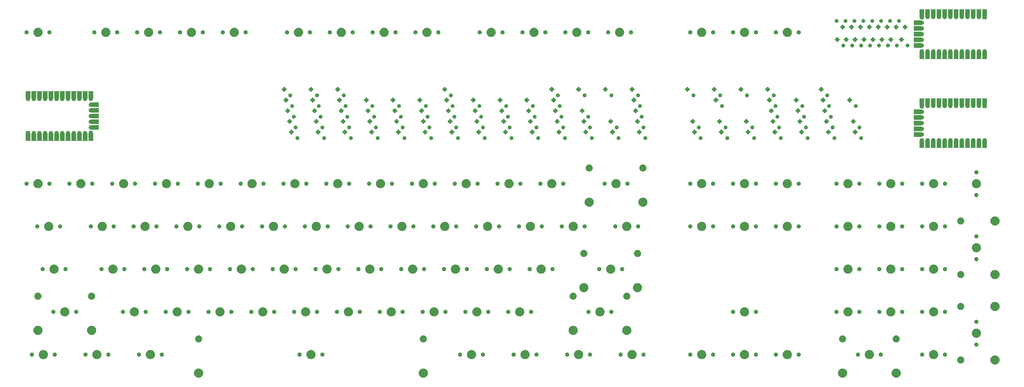
<source format=gbr>
G04 #@! TF.GenerationSoftware,KiCad,Pcbnew,(5.1.5)-3*
G04 #@! TF.CreationDate,2020-04-30T16:40:07-04:00*
G04 #@! TF.ProjectId,MiniVan,4d696e69-5661-46e2-9e6b-696361645f70,rev?*
G04 #@! TF.SameCoordinates,Original*
G04 #@! TF.FileFunction,Soldermask,Top*
G04 #@! TF.FilePolarity,Negative*
%FSLAX46Y46*%
G04 Gerber Fmt 4.6, Leading zero omitted, Abs format (unit mm)*
G04 Created by KiCad (PCBNEW (5.1.5)-3) date 2020-04-30 16:40:07*
%MOMM*%
%LPD*%
G04 APERTURE LIST*
%ADD10C,0.100000*%
G04 APERTURE END LIST*
D10*
G36*
X26796574Y-155513684D02*
G01*
X27014574Y-155603983D01*
X27168723Y-155667833D01*
X27503648Y-155891623D01*
X27788477Y-156176452D01*
X28012267Y-156511377D01*
X28012267Y-156511378D01*
X28166416Y-156883526D01*
X28245000Y-157278594D01*
X28245000Y-157681406D01*
X28166416Y-158076474D01*
X28076117Y-158294474D01*
X28012267Y-158448623D01*
X27788477Y-158783548D01*
X27503648Y-159068377D01*
X27168723Y-159292167D01*
X27014574Y-159356017D01*
X26796574Y-159446316D01*
X26401506Y-159524900D01*
X25998694Y-159524900D01*
X25603626Y-159446316D01*
X25385626Y-159356017D01*
X25231477Y-159292167D01*
X24896552Y-159068377D01*
X24611723Y-158783548D01*
X24387933Y-158448623D01*
X24324083Y-158294474D01*
X24233784Y-158076474D01*
X24155200Y-157681406D01*
X24155200Y-157278594D01*
X24233784Y-156883526D01*
X24387933Y-156511378D01*
X24387933Y-156511377D01*
X24611723Y-156176452D01*
X24896552Y-155891623D01*
X25231477Y-155667833D01*
X25385626Y-155603983D01*
X25603626Y-155513684D01*
X25998694Y-155435100D01*
X26401506Y-155435100D01*
X26796574Y-155513684D01*
G37*
G36*
X313302224Y-155513684D02*
G01*
X313520224Y-155603983D01*
X313674373Y-155667833D01*
X314009298Y-155891623D01*
X314294127Y-156176452D01*
X314517917Y-156511377D01*
X314517917Y-156511378D01*
X314672066Y-156883526D01*
X314750650Y-157278594D01*
X314750650Y-157681406D01*
X314672066Y-158076474D01*
X314581767Y-158294474D01*
X314517917Y-158448623D01*
X314294127Y-158783548D01*
X314009298Y-159068377D01*
X313674373Y-159292167D01*
X313520224Y-159356017D01*
X313302224Y-159446316D01*
X312907156Y-159524900D01*
X312504344Y-159524900D01*
X312109276Y-159446316D01*
X311891276Y-159356017D01*
X311737127Y-159292167D01*
X311402202Y-159068377D01*
X311117373Y-158783548D01*
X310893583Y-158448623D01*
X310829733Y-158294474D01*
X310739434Y-158076474D01*
X310660850Y-157681406D01*
X310660850Y-157278594D01*
X310739434Y-156883526D01*
X310893583Y-156511378D01*
X310893583Y-156511377D01*
X311117373Y-156176452D01*
X311402202Y-155891623D01*
X311737127Y-155667833D01*
X311891276Y-155603983D01*
X312109276Y-155513684D01*
X312504344Y-155435100D01*
X312907156Y-155435100D01*
X313302224Y-155513684D01*
G37*
G36*
X337178224Y-155513684D02*
G01*
X337396224Y-155603983D01*
X337550373Y-155667833D01*
X337885298Y-155891623D01*
X338170127Y-156176452D01*
X338393917Y-156511377D01*
X338393917Y-156511378D01*
X338548066Y-156883526D01*
X338626650Y-157278594D01*
X338626650Y-157681406D01*
X338548066Y-158076474D01*
X338457767Y-158294474D01*
X338393917Y-158448623D01*
X338170127Y-158783548D01*
X337885298Y-159068377D01*
X337550373Y-159292167D01*
X337396224Y-159356017D01*
X337178224Y-159446316D01*
X336783156Y-159524900D01*
X336380344Y-159524900D01*
X335985276Y-159446316D01*
X335767276Y-159356017D01*
X335613127Y-159292167D01*
X335278202Y-159068377D01*
X334993373Y-158783548D01*
X334769583Y-158448623D01*
X334705733Y-158294474D01*
X334615434Y-158076474D01*
X334536850Y-157681406D01*
X334536850Y-157278594D01*
X334615434Y-156883526D01*
X334769583Y-156511378D01*
X334769583Y-156511377D01*
X334993373Y-156176452D01*
X335278202Y-155891623D01*
X335613127Y-155667833D01*
X335767276Y-155603983D01*
X335985276Y-155513684D01*
X336380344Y-155435100D01*
X336783156Y-155435100D01*
X337178224Y-155513684D01*
G37*
G36*
X126796374Y-155513684D02*
G01*
X127014374Y-155603983D01*
X127168523Y-155667833D01*
X127503448Y-155891623D01*
X127788277Y-156176452D01*
X128012067Y-156511377D01*
X128012067Y-156511378D01*
X128166216Y-156883526D01*
X128244800Y-157278594D01*
X128244800Y-157681406D01*
X128166216Y-158076474D01*
X128075917Y-158294474D01*
X128012067Y-158448623D01*
X127788277Y-158783548D01*
X127503448Y-159068377D01*
X127168523Y-159292167D01*
X127014374Y-159356017D01*
X126796374Y-159446316D01*
X126401306Y-159524900D01*
X125998494Y-159524900D01*
X125603426Y-159446316D01*
X125385426Y-159356017D01*
X125231277Y-159292167D01*
X124896352Y-159068377D01*
X124611523Y-158783548D01*
X124387733Y-158448623D01*
X124323883Y-158294474D01*
X124233584Y-158076474D01*
X124155000Y-157681406D01*
X124155000Y-157278594D01*
X124233584Y-156883526D01*
X124387733Y-156511378D01*
X124387733Y-156511377D01*
X124611523Y-156176452D01*
X124896352Y-155891623D01*
X125231277Y-155667833D01*
X125385426Y-155603983D01*
X125603426Y-155513684D01*
X125998494Y-155435100D01*
X126401306Y-155435100D01*
X126796374Y-155513684D01*
G37*
G36*
X381120224Y-149671684D02*
G01*
X381338224Y-149761983D01*
X381492373Y-149825833D01*
X381827298Y-150049623D01*
X382112127Y-150334452D01*
X382335917Y-150669377D01*
X382335917Y-150669378D01*
X382490066Y-151041526D01*
X382568650Y-151436594D01*
X382568650Y-151839406D01*
X382490066Y-152234474D01*
X382428113Y-152384041D01*
X382335917Y-152606623D01*
X382112127Y-152941548D01*
X381827298Y-153226377D01*
X381492373Y-153450167D01*
X381338224Y-153514017D01*
X381120224Y-153604316D01*
X380725156Y-153682900D01*
X380322344Y-153682900D01*
X379927276Y-153604316D01*
X379709276Y-153514017D01*
X379555127Y-153450167D01*
X379220202Y-153226377D01*
X378935373Y-152941548D01*
X378711583Y-152606623D01*
X378619387Y-152384041D01*
X378557434Y-152234474D01*
X378478850Y-151839406D01*
X378478850Y-151436594D01*
X378557434Y-151041526D01*
X378711583Y-150669378D01*
X378711583Y-150669377D01*
X378935373Y-150334452D01*
X379220202Y-150049623D01*
X379555127Y-149825833D01*
X379709276Y-149761983D01*
X379927276Y-149671684D01*
X380322344Y-149593100D01*
X380725156Y-149593100D01*
X381120224Y-149671684D01*
G37*
G36*
X365591017Y-150093263D02*
G01*
X365743161Y-150123526D01*
X365861887Y-150172704D01*
X366029791Y-150242252D01*
X366029792Y-150242253D01*
X366287754Y-150414617D01*
X366507133Y-150633996D01*
X366530774Y-150669378D01*
X366679498Y-150891959D01*
X366739645Y-151037167D01*
X366798224Y-151178589D01*
X366816387Y-151269900D01*
X366858750Y-151482875D01*
X366858750Y-151793125D01*
X366798224Y-152097410D01*
X366679498Y-152384041D01*
X366679497Y-152384042D01*
X366507133Y-152642004D01*
X366287754Y-152861383D01*
X366167778Y-152941548D01*
X366029791Y-153033748D01*
X365861887Y-153103296D01*
X365743161Y-153152474D01*
X365591017Y-153182737D01*
X365438875Y-153213000D01*
X365128625Y-153213000D01*
X364824339Y-153152474D01*
X364705613Y-153103296D01*
X364537709Y-153033748D01*
X364399722Y-152941548D01*
X364279746Y-152861383D01*
X364060367Y-152642004D01*
X363888003Y-152384042D01*
X363888002Y-152384041D01*
X363769276Y-152097410D01*
X363708750Y-151793125D01*
X363708750Y-151482875D01*
X363751113Y-151269900D01*
X363769276Y-151178589D01*
X363827855Y-151037167D01*
X363888002Y-150891959D01*
X364036726Y-150669378D01*
X364060367Y-150633996D01*
X364279746Y-150414617D01*
X364537708Y-150242253D01*
X364537709Y-150242252D01*
X364705613Y-150172704D01*
X364824339Y-150123526D01*
X365128625Y-150063000D01*
X365438875Y-150063000D01*
X365591017Y-150093263D01*
G37*
G36*
X288727724Y-147258684D02*
G01*
X288945724Y-147348983D01*
X289099873Y-147412833D01*
X289434798Y-147636623D01*
X289719627Y-147921452D01*
X289943417Y-148256377D01*
X289975812Y-148334586D01*
X290097566Y-148628526D01*
X290176150Y-149023594D01*
X290176150Y-149426406D01*
X290097566Y-149821474D01*
X290046701Y-149944272D01*
X289943417Y-150193623D01*
X289719627Y-150528548D01*
X289434798Y-150813377D01*
X289099873Y-151037167D01*
X288945724Y-151101017D01*
X288727724Y-151191316D01*
X288332656Y-151269900D01*
X287929844Y-151269900D01*
X287534776Y-151191316D01*
X287316776Y-151101017D01*
X287162627Y-151037167D01*
X286827702Y-150813377D01*
X286542873Y-150528548D01*
X286319083Y-150193623D01*
X286215799Y-149944272D01*
X286164934Y-149821474D01*
X286086350Y-149426406D01*
X286086350Y-149023594D01*
X286164934Y-148628526D01*
X286286688Y-148334586D01*
X286319083Y-148256377D01*
X286542873Y-147921452D01*
X286827702Y-147636623D01*
X287162627Y-147412833D01*
X287316776Y-147348983D01*
X287534776Y-147258684D01*
X287929844Y-147180100D01*
X288332656Y-147180100D01*
X288727724Y-147258684D01*
G37*
G36*
X76796474Y-147258684D02*
G01*
X77014474Y-147348983D01*
X77168623Y-147412833D01*
X77503548Y-147636623D01*
X77788377Y-147921452D01*
X78012167Y-148256377D01*
X78044562Y-148334586D01*
X78166316Y-148628526D01*
X78244900Y-149023594D01*
X78244900Y-149426406D01*
X78166316Y-149821474D01*
X78115451Y-149944272D01*
X78012167Y-150193623D01*
X77788377Y-150528548D01*
X77503548Y-150813377D01*
X77168623Y-151037167D01*
X77014474Y-151101017D01*
X76796474Y-151191316D01*
X76401406Y-151269900D01*
X75998594Y-151269900D01*
X75603526Y-151191316D01*
X75385526Y-151101017D01*
X75231377Y-151037167D01*
X74896452Y-150813377D01*
X74611623Y-150528548D01*
X74387833Y-150193623D01*
X74284549Y-149944272D01*
X74233684Y-149821474D01*
X74155100Y-149426406D01*
X74155100Y-149023594D01*
X74233684Y-148628526D01*
X74355438Y-148334586D01*
X74387833Y-148256377D01*
X74611623Y-147921452D01*
X74896452Y-147636623D01*
X75231377Y-147412833D01*
X75385526Y-147348983D01*
X75603526Y-147258684D01*
X75998594Y-147180100D01*
X76401406Y-147180100D01*
X76796474Y-147258684D01*
G37*
G36*
X-42266026Y-147258684D02*
G01*
X-42048026Y-147348983D01*
X-41893877Y-147412833D01*
X-41558952Y-147636623D01*
X-41274123Y-147921452D01*
X-41050333Y-148256377D01*
X-41017938Y-148334586D01*
X-40896184Y-148628526D01*
X-40817600Y-149023594D01*
X-40817600Y-149426406D01*
X-40896184Y-149821474D01*
X-40947049Y-149944272D01*
X-41050333Y-150193623D01*
X-41274123Y-150528548D01*
X-41558952Y-150813377D01*
X-41893877Y-151037167D01*
X-42048026Y-151101017D01*
X-42266026Y-151191316D01*
X-42661094Y-151269900D01*
X-43063906Y-151269900D01*
X-43458974Y-151191316D01*
X-43676974Y-151101017D01*
X-43831123Y-151037167D01*
X-44166048Y-150813377D01*
X-44450877Y-150528548D01*
X-44674667Y-150193623D01*
X-44777951Y-149944272D01*
X-44828816Y-149821474D01*
X-44907400Y-149426406D01*
X-44907400Y-149023594D01*
X-44828816Y-148628526D01*
X-44707062Y-148334586D01*
X-44674667Y-148256377D01*
X-44450877Y-147921452D01*
X-44166048Y-147636623D01*
X-43831123Y-147412833D01*
X-43676974Y-147348983D01*
X-43458974Y-147258684D01*
X-43063906Y-147180100D01*
X-42661094Y-147180100D01*
X-42266026Y-147258684D01*
G37*
G36*
X5358974Y-147258684D02*
G01*
X5576974Y-147348983D01*
X5731123Y-147412833D01*
X6066048Y-147636623D01*
X6350877Y-147921452D01*
X6574667Y-148256377D01*
X6607062Y-148334586D01*
X6728816Y-148628526D01*
X6807400Y-149023594D01*
X6807400Y-149426406D01*
X6728816Y-149821474D01*
X6677951Y-149944272D01*
X6574667Y-150193623D01*
X6350877Y-150528548D01*
X6066048Y-150813377D01*
X5731123Y-151037167D01*
X5576974Y-151101017D01*
X5358974Y-151191316D01*
X4963906Y-151269900D01*
X4561094Y-151269900D01*
X4166026Y-151191316D01*
X3948026Y-151101017D01*
X3793877Y-151037167D01*
X3458952Y-150813377D01*
X3174123Y-150528548D01*
X2950333Y-150193623D01*
X2847049Y-149944272D01*
X2796184Y-149821474D01*
X2717600Y-149426406D01*
X2717600Y-149023594D01*
X2796184Y-148628526D01*
X2917938Y-148334586D01*
X2950333Y-148256377D01*
X3174123Y-147921452D01*
X3458952Y-147636623D01*
X3793877Y-147412833D01*
X3948026Y-147348983D01*
X4166026Y-147258684D01*
X4561094Y-147180100D01*
X4963906Y-147180100D01*
X5358974Y-147258684D01*
G37*
G36*
X148233974Y-147258684D02*
G01*
X148451974Y-147348983D01*
X148606123Y-147412833D01*
X148941048Y-147636623D01*
X149225877Y-147921452D01*
X149449667Y-148256377D01*
X149482062Y-148334586D01*
X149603816Y-148628526D01*
X149682400Y-149023594D01*
X149682400Y-149426406D01*
X149603816Y-149821474D01*
X149552951Y-149944272D01*
X149449667Y-150193623D01*
X149225877Y-150528548D01*
X148941048Y-150813377D01*
X148606123Y-151037167D01*
X148451974Y-151101017D01*
X148233974Y-151191316D01*
X147838906Y-151269900D01*
X147436094Y-151269900D01*
X147041026Y-151191316D01*
X146823026Y-151101017D01*
X146668877Y-151037167D01*
X146333952Y-150813377D01*
X146049123Y-150528548D01*
X145825333Y-150193623D01*
X145722049Y-149944272D01*
X145671184Y-149821474D01*
X145592600Y-149426406D01*
X145592600Y-149023594D01*
X145671184Y-148628526D01*
X145792938Y-148334586D01*
X145825333Y-148256377D01*
X146049123Y-147921452D01*
X146333952Y-147636623D01*
X146668877Y-147412833D01*
X146823026Y-147348983D01*
X147041026Y-147258684D01*
X147436094Y-147180100D01*
X147838906Y-147180100D01*
X148233974Y-147258684D01*
G37*
G36*
X172046474Y-147258684D02*
G01*
X172264474Y-147348983D01*
X172418623Y-147412833D01*
X172753548Y-147636623D01*
X173038377Y-147921452D01*
X173262167Y-148256377D01*
X173294562Y-148334586D01*
X173416316Y-148628526D01*
X173494900Y-149023594D01*
X173494900Y-149426406D01*
X173416316Y-149821474D01*
X173365451Y-149944272D01*
X173262167Y-150193623D01*
X173038377Y-150528548D01*
X172753548Y-150813377D01*
X172418623Y-151037167D01*
X172264474Y-151101017D01*
X172046474Y-151191316D01*
X171651406Y-151269900D01*
X171248594Y-151269900D01*
X170853526Y-151191316D01*
X170635526Y-151101017D01*
X170481377Y-151037167D01*
X170146452Y-150813377D01*
X169861623Y-150528548D01*
X169637833Y-150193623D01*
X169534549Y-149944272D01*
X169483684Y-149821474D01*
X169405100Y-149426406D01*
X169405100Y-149023594D01*
X169483684Y-148628526D01*
X169605438Y-148334586D01*
X169637833Y-148256377D01*
X169861623Y-147921452D01*
X170146452Y-147636623D01*
X170481377Y-147412833D01*
X170635526Y-147348983D01*
X170853526Y-147258684D01*
X171248594Y-147180100D01*
X171651406Y-147180100D01*
X172046474Y-147258684D01*
G37*
G36*
X195858974Y-147258684D02*
G01*
X196076974Y-147348983D01*
X196231123Y-147412833D01*
X196566048Y-147636623D01*
X196850877Y-147921452D01*
X197074667Y-148256377D01*
X197107062Y-148334586D01*
X197228816Y-148628526D01*
X197307400Y-149023594D01*
X197307400Y-149426406D01*
X197228816Y-149821474D01*
X197177951Y-149944272D01*
X197074667Y-150193623D01*
X196850877Y-150528548D01*
X196566048Y-150813377D01*
X196231123Y-151037167D01*
X196076974Y-151101017D01*
X195858974Y-151191316D01*
X195463906Y-151269900D01*
X195061094Y-151269900D01*
X194666026Y-151191316D01*
X194448026Y-151101017D01*
X194293877Y-151037167D01*
X193958952Y-150813377D01*
X193674123Y-150528548D01*
X193450333Y-150193623D01*
X193347049Y-149944272D01*
X193296184Y-149821474D01*
X193217600Y-149426406D01*
X193217600Y-149023594D01*
X193296184Y-148628526D01*
X193417938Y-148334586D01*
X193450333Y-148256377D01*
X193674123Y-147921452D01*
X193958952Y-147636623D01*
X194293877Y-147412833D01*
X194448026Y-147348983D01*
X194666026Y-147258684D01*
X195061094Y-147180100D01*
X195463906Y-147180100D01*
X195858974Y-147258684D01*
G37*
G36*
X250627724Y-147258684D02*
G01*
X250845724Y-147348983D01*
X250999873Y-147412833D01*
X251334798Y-147636623D01*
X251619627Y-147921452D01*
X251843417Y-148256377D01*
X251875812Y-148334586D01*
X251997566Y-148628526D01*
X252076150Y-149023594D01*
X252076150Y-149426406D01*
X251997566Y-149821474D01*
X251946701Y-149944272D01*
X251843417Y-150193623D01*
X251619627Y-150528548D01*
X251334798Y-150813377D01*
X250999873Y-151037167D01*
X250845724Y-151101017D01*
X250627724Y-151191316D01*
X250232656Y-151269900D01*
X249829844Y-151269900D01*
X249434776Y-151191316D01*
X249216776Y-151101017D01*
X249062627Y-151037167D01*
X248727702Y-150813377D01*
X248442873Y-150528548D01*
X248219083Y-150193623D01*
X248115799Y-149944272D01*
X248064934Y-149821474D01*
X247986350Y-149426406D01*
X247986350Y-149023594D01*
X248064934Y-148628526D01*
X248186688Y-148334586D01*
X248219083Y-148256377D01*
X248442873Y-147921452D01*
X248727702Y-147636623D01*
X249062627Y-147412833D01*
X249216776Y-147348983D01*
X249434776Y-147258684D01*
X249829844Y-147180100D01*
X250232656Y-147180100D01*
X250627724Y-147258684D01*
G37*
G36*
X269677724Y-147258684D02*
G01*
X269895724Y-147348983D01*
X270049873Y-147412833D01*
X270384798Y-147636623D01*
X270669627Y-147921452D01*
X270893417Y-148256377D01*
X270925812Y-148334586D01*
X271047566Y-148628526D01*
X271126150Y-149023594D01*
X271126150Y-149426406D01*
X271047566Y-149821474D01*
X270996701Y-149944272D01*
X270893417Y-150193623D01*
X270669627Y-150528548D01*
X270384798Y-150813377D01*
X270049873Y-151037167D01*
X269895724Y-151101017D01*
X269677724Y-151191316D01*
X269282656Y-151269900D01*
X268879844Y-151269900D01*
X268484776Y-151191316D01*
X268266776Y-151101017D01*
X268112627Y-151037167D01*
X267777702Y-150813377D01*
X267492873Y-150528548D01*
X267269083Y-150193623D01*
X267165799Y-149944272D01*
X267114934Y-149821474D01*
X267036350Y-149426406D01*
X267036350Y-149023594D01*
X267114934Y-148628526D01*
X267236688Y-148334586D01*
X267269083Y-148256377D01*
X267492873Y-147921452D01*
X267777702Y-147636623D01*
X268112627Y-147412833D01*
X268266776Y-147348983D01*
X268484776Y-147258684D01*
X268879844Y-147180100D01*
X269282656Y-147180100D01*
X269677724Y-147258684D01*
G37*
G36*
X-18453526Y-147258684D02*
G01*
X-18235526Y-147348983D01*
X-18081377Y-147412833D01*
X-17746452Y-147636623D01*
X-17461623Y-147921452D01*
X-17237833Y-148256377D01*
X-17205438Y-148334586D01*
X-17083684Y-148628526D01*
X-17005100Y-149023594D01*
X-17005100Y-149426406D01*
X-17083684Y-149821474D01*
X-17134549Y-149944272D01*
X-17237833Y-150193623D01*
X-17461623Y-150528548D01*
X-17746452Y-150813377D01*
X-18081377Y-151037167D01*
X-18235526Y-151101017D01*
X-18453526Y-151191316D01*
X-18848594Y-151269900D01*
X-19251406Y-151269900D01*
X-19646474Y-151191316D01*
X-19864474Y-151101017D01*
X-20018623Y-151037167D01*
X-20353548Y-150813377D01*
X-20638377Y-150528548D01*
X-20862167Y-150193623D01*
X-20965451Y-149944272D01*
X-21016316Y-149821474D01*
X-21094900Y-149426406D01*
X-21094900Y-149023594D01*
X-21016316Y-148628526D01*
X-20894562Y-148334586D01*
X-20862167Y-148256377D01*
X-20638377Y-147921452D01*
X-20353548Y-147636623D01*
X-20018623Y-147412833D01*
X-19864474Y-147348983D01*
X-19646474Y-147258684D01*
X-19251406Y-147180100D01*
X-18848594Y-147180100D01*
X-18453526Y-147258684D01*
G37*
G36*
X353815224Y-147258684D02*
G01*
X354033224Y-147348983D01*
X354187373Y-147412833D01*
X354522298Y-147636623D01*
X354807127Y-147921452D01*
X355030917Y-148256377D01*
X355063312Y-148334586D01*
X355185066Y-148628526D01*
X355263650Y-149023594D01*
X355263650Y-149426406D01*
X355185066Y-149821474D01*
X355134201Y-149944272D01*
X355030917Y-150193623D01*
X354807127Y-150528548D01*
X354522298Y-150813377D01*
X354187373Y-151037167D01*
X354033224Y-151101017D01*
X353815224Y-151191316D01*
X353420156Y-151269900D01*
X353017344Y-151269900D01*
X352622276Y-151191316D01*
X352404276Y-151101017D01*
X352250127Y-151037167D01*
X351915202Y-150813377D01*
X351630373Y-150528548D01*
X351406583Y-150193623D01*
X351303299Y-149944272D01*
X351252434Y-149821474D01*
X351173850Y-149426406D01*
X351173850Y-149023594D01*
X351252434Y-148628526D01*
X351374188Y-148334586D01*
X351406583Y-148256377D01*
X351630373Y-147921452D01*
X351915202Y-147636623D01*
X352250127Y-147412833D01*
X352404276Y-147348983D01*
X352622276Y-147258684D01*
X353017344Y-147180100D01*
X353420156Y-147180100D01*
X353815224Y-147258684D01*
G37*
G36*
X325240224Y-147258684D02*
G01*
X325458224Y-147348983D01*
X325612373Y-147412833D01*
X325947298Y-147636623D01*
X326232127Y-147921452D01*
X326455917Y-148256377D01*
X326488312Y-148334586D01*
X326610066Y-148628526D01*
X326688650Y-149023594D01*
X326688650Y-149426406D01*
X326610066Y-149821474D01*
X326559201Y-149944272D01*
X326455917Y-150193623D01*
X326232127Y-150528548D01*
X325947298Y-150813377D01*
X325612373Y-151037167D01*
X325458224Y-151101017D01*
X325240224Y-151191316D01*
X324845156Y-151269900D01*
X324442344Y-151269900D01*
X324047276Y-151191316D01*
X323829276Y-151101017D01*
X323675127Y-151037167D01*
X323340202Y-150813377D01*
X323055373Y-150528548D01*
X322831583Y-150193623D01*
X322728299Y-149944272D01*
X322677434Y-149821474D01*
X322598850Y-149426406D01*
X322598850Y-149023594D01*
X322677434Y-148628526D01*
X322799188Y-148334586D01*
X322831583Y-148256377D01*
X323055373Y-147921452D01*
X323340202Y-147636623D01*
X323675127Y-147412833D01*
X323829276Y-147348983D01*
X324047276Y-147258684D01*
X324442344Y-147180100D01*
X324845156Y-147180100D01*
X325240224Y-147258684D01*
G37*
G36*
X219671474Y-147258684D02*
G01*
X219889474Y-147348983D01*
X220043623Y-147412833D01*
X220378548Y-147636623D01*
X220663377Y-147921452D01*
X220887167Y-148256377D01*
X220919562Y-148334586D01*
X221041316Y-148628526D01*
X221119900Y-149023594D01*
X221119900Y-149426406D01*
X221041316Y-149821474D01*
X220990451Y-149944272D01*
X220887167Y-150193623D01*
X220663377Y-150528548D01*
X220378548Y-150813377D01*
X220043623Y-151037167D01*
X219889474Y-151101017D01*
X219671474Y-151191316D01*
X219276406Y-151269900D01*
X218873594Y-151269900D01*
X218478526Y-151191316D01*
X218260526Y-151101017D01*
X218106377Y-151037167D01*
X217771452Y-150813377D01*
X217486623Y-150528548D01*
X217262833Y-150193623D01*
X217159549Y-149944272D01*
X217108684Y-149821474D01*
X217030100Y-149426406D01*
X217030100Y-149023594D01*
X217108684Y-148628526D01*
X217230438Y-148334586D01*
X217262833Y-148256377D01*
X217486623Y-147921452D01*
X217771452Y-147636623D01*
X218106377Y-147412833D01*
X218260526Y-147348983D01*
X218478526Y-147258684D01*
X218873594Y-147180100D01*
X219276406Y-147180100D01*
X219671474Y-147258684D01*
G37*
G36*
X264271354Y-148334585D02*
G01*
X264439876Y-148404389D01*
X264591541Y-148505728D01*
X264720522Y-148634709D01*
X264821861Y-148786374D01*
X264891665Y-148954896D01*
X264927250Y-149133797D01*
X264927250Y-149316203D01*
X264891665Y-149495104D01*
X264821861Y-149663626D01*
X264720522Y-149815291D01*
X264591541Y-149944272D01*
X264439876Y-150045611D01*
X264271354Y-150115415D01*
X264092453Y-150151000D01*
X263910047Y-150151000D01*
X263731146Y-150115415D01*
X263562624Y-150045611D01*
X263410959Y-149944272D01*
X263281978Y-149815291D01*
X263180639Y-149663626D01*
X263110835Y-149495104D01*
X263075250Y-149316203D01*
X263075250Y-149133797D01*
X263110835Y-148954896D01*
X263180639Y-148786374D01*
X263281978Y-148634709D01*
X263410959Y-148505728D01*
X263562624Y-148404389D01*
X263731146Y-148334585D01*
X263910047Y-148299000D01*
X264092453Y-148299000D01*
X264271354Y-148334585D01*
G37*
G36*
X293481354Y-148334585D02*
G01*
X293649876Y-148404389D01*
X293801541Y-148505728D01*
X293930522Y-148634709D01*
X294031861Y-148786374D01*
X294101665Y-148954896D01*
X294137250Y-149133797D01*
X294137250Y-149316203D01*
X294101665Y-149495104D01*
X294031861Y-149663626D01*
X293930522Y-149815291D01*
X293801541Y-149944272D01*
X293649876Y-150045611D01*
X293481354Y-150115415D01*
X293302453Y-150151000D01*
X293120047Y-150151000D01*
X292941146Y-150115415D01*
X292772624Y-150045611D01*
X292620959Y-149944272D01*
X292491978Y-149815291D01*
X292390639Y-149663626D01*
X292320835Y-149495104D01*
X292285250Y-149316203D01*
X292285250Y-149133797D01*
X292320835Y-148954896D01*
X292390639Y-148786374D01*
X292491978Y-148634709D01*
X292620959Y-148505728D01*
X292772624Y-148404389D01*
X292941146Y-148334585D01*
X293120047Y-148299000D01*
X293302453Y-148299000D01*
X293481354Y-148334585D01*
G37*
G36*
X283321354Y-148334585D02*
G01*
X283489876Y-148404389D01*
X283641541Y-148505728D01*
X283770522Y-148634709D01*
X283871861Y-148786374D01*
X283941665Y-148954896D01*
X283977250Y-149133797D01*
X283977250Y-149316203D01*
X283941665Y-149495104D01*
X283871861Y-149663626D01*
X283770522Y-149815291D01*
X283641541Y-149944272D01*
X283489876Y-150045611D01*
X283321354Y-150115415D01*
X283142453Y-150151000D01*
X282960047Y-150151000D01*
X282781146Y-150115415D01*
X282612624Y-150045611D01*
X282460959Y-149944272D01*
X282331978Y-149815291D01*
X282230639Y-149663626D01*
X282160835Y-149495104D01*
X282125250Y-149316203D01*
X282125250Y-149133797D01*
X282160835Y-148954896D01*
X282230639Y-148786374D01*
X282331978Y-148634709D01*
X282460959Y-148505728D01*
X282612624Y-148404389D01*
X282781146Y-148334585D01*
X282960047Y-148299000D01*
X283142453Y-148299000D01*
X283321354Y-148334585D01*
G37*
G36*
X329993854Y-148334585D02*
G01*
X330162376Y-148404389D01*
X330314041Y-148505728D01*
X330443022Y-148634709D01*
X330544361Y-148786374D01*
X330614165Y-148954896D01*
X330649750Y-149133797D01*
X330649750Y-149316203D01*
X330614165Y-149495104D01*
X330544361Y-149663626D01*
X330443022Y-149815291D01*
X330314041Y-149944272D01*
X330162376Y-150045611D01*
X329993854Y-150115415D01*
X329814953Y-150151000D01*
X329632547Y-150151000D01*
X329453646Y-150115415D01*
X329285124Y-150045611D01*
X329133459Y-149944272D01*
X329004478Y-149815291D01*
X328903139Y-149663626D01*
X328833335Y-149495104D01*
X328797750Y-149316203D01*
X328797750Y-149133797D01*
X328833335Y-148954896D01*
X328903139Y-148786374D01*
X329004478Y-148634709D01*
X329133459Y-148505728D01*
X329285124Y-148404389D01*
X329453646Y-148334585D01*
X329632547Y-148299000D01*
X329814953Y-148299000D01*
X329993854Y-148334585D01*
G37*
G36*
X319833854Y-148334585D02*
G01*
X320002376Y-148404389D01*
X320154041Y-148505728D01*
X320283022Y-148634709D01*
X320384361Y-148786374D01*
X320454165Y-148954896D01*
X320489750Y-149133797D01*
X320489750Y-149316203D01*
X320454165Y-149495104D01*
X320384361Y-149663626D01*
X320283022Y-149815291D01*
X320154041Y-149944272D01*
X320002376Y-150045611D01*
X319833854Y-150115415D01*
X319654953Y-150151000D01*
X319472547Y-150151000D01*
X319293646Y-150115415D01*
X319125124Y-150045611D01*
X318973459Y-149944272D01*
X318844478Y-149815291D01*
X318743139Y-149663626D01*
X318673335Y-149495104D01*
X318637750Y-149316203D01*
X318637750Y-149133797D01*
X318673335Y-148954896D01*
X318743139Y-148786374D01*
X318844478Y-148634709D01*
X318973459Y-148505728D01*
X319125124Y-148404389D01*
X319293646Y-148334585D01*
X319472547Y-148299000D01*
X319654953Y-148299000D01*
X319833854Y-148334585D01*
G37*
G36*
X10112604Y-148334585D02*
G01*
X10281126Y-148404389D01*
X10432791Y-148505728D01*
X10561772Y-148634709D01*
X10663111Y-148786374D01*
X10732915Y-148954896D01*
X10768500Y-149133797D01*
X10768500Y-149316203D01*
X10732915Y-149495104D01*
X10663111Y-149663626D01*
X10561772Y-149815291D01*
X10432791Y-149944272D01*
X10281126Y-150045611D01*
X10112604Y-150115415D01*
X9933703Y-150151000D01*
X9751297Y-150151000D01*
X9572396Y-150115415D01*
X9403874Y-150045611D01*
X9252209Y-149944272D01*
X9123228Y-149815291D01*
X9021889Y-149663626D01*
X8952085Y-149495104D01*
X8916500Y-149316203D01*
X8916500Y-149133797D01*
X8952085Y-148954896D01*
X9021889Y-148786374D01*
X9123228Y-148634709D01*
X9252209Y-148505728D01*
X9403874Y-148404389D01*
X9572396Y-148334585D01*
X9751297Y-148299000D01*
X9933703Y-148299000D01*
X10112604Y-148334585D01*
G37*
G36*
X200612604Y-148334585D02*
G01*
X200781126Y-148404389D01*
X200932791Y-148505728D01*
X201061772Y-148634709D01*
X201163111Y-148786374D01*
X201232915Y-148954896D01*
X201268500Y-149133797D01*
X201268500Y-149316203D01*
X201232915Y-149495104D01*
X201163111Y-149663626D01*
X201061772Y-149815291D01*
X200932791Y-149944272D01*
X200781126Y-150045611D01*
X200612604Y-150115415D01*
X200433703Y-150151000D01*
X200251297Y-150151000D01*
X200072396Y-150115415D01*
X199903874Y-150045611D01*
X199752209Y-149944272D01*
X199623228Y-149815291D01*
X199521889Y-149663626D01*
X199452085Y-149495104D01*
X199416500Y-149316203D01*
X199416500Y-149133797D01*
X199452085Y-148954896D01*
X199521889Y-148786374D01*
X199623228Y-148634709D01*
X199752209Y-148505728D01*
X199903874Y-148404389D01*
X200072396Y-148334585D01*
X200251297Y-148299000D01*
X200433703Y-148299000D01*
X200612604Y-148334585D01*
G37*
G36*
X358568854Y-148334585D02*
G01*
X358737376Y-148404389D01*
X358889041Y-148505728D01*
X359018022Y-148634709D01*
X359119361Y-148786374D01*
X359189165Y-148954896D01*
X359224750Y-149133797D01*
X359224750Y-149316203D01*
X359189165Y-149495104D01*
X359119361Y-149663626D01*
X359018022Y-149815291D01*
X358889041Y-149944272D01*
X358737376Y-150045611D01*
X358568854Y-150115415D01*
X358389953Y-150151000D01*
X358207547Y-150151000D01*
X358028646Y-150115415D01*
X357860124Y-150045611D01*
X357708459Y-149944272D01*
X357579478Y-149815291D01*
X357478139Y-149663626D01*
X357408335Y-149495104D01*
X357372750Y-149316203D01*
X357372750Y-149133797D01*
X357408335Y-148954896D01*
X357478139Y-148786374D01*
X357579478Y-148634709D01*
X357708459Y-148505728D01*
X357860124Y-148404389D01*
X358028646Y-148334585D01*
X358207547Y-148299000D01*
X358389953Y-148299000D01*
X358568854Y-148334585D01*
G37*
G36*
X348408854Y-148334585D02*
G01*
X348577376Y-148404389D01*
X348729041Y-148505728D01*
X348858022Y-148634709D01*
X348959361Y-148786374D01*
X349029165Y-148954896D01*
X349064750Y-149133797D01*
X349064750Y-149316203D01*
X349029165Y-149495104D01*
X348959361Y-149663626D01*
X348858022Y-149815291D01*
X348729041Y-149944272D01*
X348577376Y-150045611D01*
X348408854Y-150115415D01*
X348229953Y-150151000D01*
X348047547Y-150151000D01*
X347868646Y-150115415D01*
X347700124Y-150045611D01*
X347548459Y-149944272D01*
X347419478Y-149815291D01*
X347318139Y-149663626D01*
X347248335Y-149495104D01*
X347212750Y-149316203D01*
X347212750Y-149133797D01*
X347248335Y-148954896D01*
X347318139Y-148786374D01*
X347419478Y-148634709D01*
X347548459Y-148505728D01*
X347700124Y-148404389D01*
X347868646Y-148334585D01*
X348047547Y-148299000D01*
X348229953Y-148299000D01*
X348408854Y-148334585D01*
G37*
G36*
X71390104Y-148334585D02*
G01*
X71558626Y-148404389D01*
X71710291Y-148505728D01*
X71839272Y-148634709D01*
X71940611Y-148786374D01*
X72010415Y-148954896D01*
X72046000Y-149133797D01*
X72046000Y-149316203D01*
X72010415Y-149495104D01*
X71940611Y-149663626D01*
X71839272Y-149815291D01*
X71710291Y-149944272D01*
X71558626Y-150045611D01*
X71390104Y-150115415D01*
X71211203Y-150151000D01*
X71028797Y-150151000D01*
X70849896Y-150115415D01*
X70681374Y-150045611D01*
X70529709Y-149944272D01*
X70400728Y-149815291D01*
X70299389Y-149663626D01*
X70229585Y-149495104D01*
X70194000Y-149316203D01*
X70194000Y-149133797D01*
X70229585Y-148954896D01*
X70299389Y-148786374D01*
X70400728Y-148634709D01*
X70529709Y-148505728D01*
X70681374Y-148404389D01*
X70849896Y-148334585D01*
X71028797Y-148299000D01*
X71211203Y-148299000D01*
X71390104Y-148334585D01*
G37*
G36*
X-13699896Y-148334585D02*
G01*
X-13531374Y-148404389D01*
X-13379709Y-148505728D01*
X-13250728Y-148634709D01*
X-13149389Y-148786374D01*
X-13079585Y-148954896D01*
X-13044000Y-149133797D01*
X-13044000Y-149316203D01*
X-13079585Y-149495104D01*
X-13149389Y-149663626D01*
X-13250728Y-149815291D01*
X-13379709Y-149944272D01*
X-13531374Y-150045611D01*
X-13699896Y-150115415D01*
X-13878797Y-150151000D01*
X-14061203Y-150151000D01*
X-14240104Y-150115415D01*
X-14408626Y-150045611D01*
X-14560291Y-149944272D01*
X-14689272Y-149815291D01*
X-14790611Y-149663626D01*
X-14860415Y-149495104D01*
X-14896000Y-149316203D01*
X-14896000Y-149133797D01*
X-14860415Y-148954896D01*
X-14790611Y-148786374D01*
X-14689272Y-148634709D01*
X-14560291Y-148505728D01*
X-14408626Y-148404389D01*
X-14240104Y-148334585D01*
X-14061203Y-148299000D01*
X-13878797Y-148299000D01*
X-13699896Y-148334585D01*
G37*
G36*
X-37512396Y-148334585D02*
G01*
X-37343874Y-148404389D01*
X-37192209Y-148505728D01*
X-37063228Y-148634709D01*
X-36961889Y-148786374D01*
X-36892085Y-148954896D01*
X-36856500Y-149133797D01*
X-36856500Y-149316203D01*
X-36892085Y-149495104D01*
X-36961889Y-149663626D01*
X-37063228Y-149815291D01*
X-37192209Y-149944272D01*
X-37343874Y-150045611D01*
X-37512396Y-150115415D01*
X-37691297Y-150151000D01*
X-37873703Y-150151000D01*
X-38052604Y-150115415D01*
X-38221126Y-150045611D01*
X-38372791Y-149944272D01*
X-38501772Y-149815291D01*
X-38603111Y-149663626D01*
X-38672915Y-149495104D01*
X-38708500Y-149316203D01*
X-38708500Y-149133797D01*
X-38672915Y-148954896D01*
X-38603111Y-148786374D01*
X-38501772Y-148634709D01*
X-38372791Y-148505728D01*
X-38221126Y-148404389D01*
X-38052604Y-148334585D01*
X-37873703Y-148299000D01*
X-37691297Y-148299000D01*
X-37512396Y-148334585D01*
G37*
G36*
X-47672396Y-148334585D02*
G01*
X-47503874Y-148404389D01*
X-47352209Y-148505728D01*
X-47223228Y-148634709D01*
X-47121889Y-148786374D01*
X-47052085Y-148954896D01*
X-47016500Y-149133797D01*
X-47016500Y-149316203D01*
X-47052085Y-149495104D01*
X-47121889Y-149663626D01*
X-47223228Y-149815291D01*
X-47352209Y-149944272D01*
X-47503874Y-150045611D01*
X-47672396Y-150115415D01*
X-47851297Y-150151000D01*
X-48033703Y-150151000D01*
X-48212604Y-150115415D01*
X-48381126Y-150045611D01*
X-48532791Y-149944272D01*
X-48661772Y-149815291D01*
X-48763111Y-149663626D01*
X-48832915Y-149495104D01*
X-48868500Y-149316203D01*
X-48868500Y-149133797D01*
X-48832915Y-148954896D01*
X-48763111Y-148786374D01*
X-48661772Y-148634709D01*
X-48532791Y-148505728D01*
X-48381126Y-148404389D01*
X-48212604Y-148334585D01*
X-48033703Y-148299000D01*
X-47851297Y-148299000D01*
X-47672396Y-148334585D01*
G37*
G36*
X274431354Y-148334585D02*
G01*
X274599876Y-148404389D01*
X274751541Y-148505728D01*
X274880522Y-148634709D01*
X274981861Y-148786374D01*
X275051665Y-148954896D01*
X275087250Y-149133797D01*
X275087250Y-149316203D01*
X275051665Y-149495104D01*
X274981861Y-149663626D01*
X274880522Y-149815291D01*
X274751541Y-149944272D01*
X274599876Y-150045611D01*
X274431354Y-150115415D01*
X274252453Y-150151000D01*
X274070047Y-150151000D01*
X273891146Y-150115415D01*
X273722624Y-150045611D01*
X273570959Y-149944272D01*
X273441978Y-149815291D01*
X273340639Y-149663626D01*
X273270835Y-149495104D01*
X273235250Y-149316203D01*
X273235250Y-149133797D01*
X273270835Y-148954896D01*
X273340639Y-148786374D01*
X273441978Y-148634709D01*
X273570959Y-148505728D01*
X273722624Y-148404389D01*
X273891146Y-148334585D01*
X274070047Y-148299000D01*
X274252453Y-148299000D01*
X274431354Y-148334585D01*
G37*
G36*
X81550104Y-148334585D02*
G01*
X81718626Y-148404389D01*
X81870291Y-148505728D01*
X81999272Y-148634709D01*
X82100611Y-148786374D01*
X82170415Y-148954896D01*
X82206000Y-149133797D01*
X82206000Y-149316203D01*
X82170415Y-149495104D01*
X82100611Y-149663626D01*
X81999272Y-149815291D01*
X81870291Y-149944272D01*
X81718626Y-150045611D01*
X81550104Y-150115415D01*
X81371203Y-150151000D01*
X81188797Y-150151000D01*
X81009896Y-150115415D01*
X80841374Y-150045611D01*
X80689709Y-149944272D01*
X80560728Y-149815291D01*
X80459389Y-149663626D01*
X80389585Y-149495104D01*
X80354000Y-149316203D01*
X80354000Y-149133797D01*
X80389585Y-148954896D01*
X80459389Y-148786374D01*
X80560728Y-148634709D01*
X80689709Y-148505728D01*
X80841374Y-148404389D01*
X81009896Y-148334585D01*
X81188797Y-148299000D01*
X81371203Y-148299000D01*
X81550104Y-148334585D01*
G37*
G36*
X255381354Y-148334585D02*
G01*
X255549876Y-148404389D01*
X255701541Y-148505728D01*
X255830522Y-148634709D01*
X255931861Y-148786374D01*
X256001665Y-148954896D01*
X256037250Y-149133797D01*
X256037250Y-149316203D01*
X256001665Y-149495104D01*
X255931861Y-149663626D01*
X255830522Y-149815291D01*
X255701541Y-149944272D01*
X255549876Y-150045611D01*
X255381354Y-150115415D01*
X255202453Y-150151000D01*
X255020047Y-150151000D01*
X254841146Y-150115415D01*
X254672624Y-150045611D01*
X254520959Y-149944272D01*
X254391978Y-149815291D01*
X254290639Y-149663626D01*
X254220835Y-149495104D01*
X254185250Y-149316203D01*
X254185250Y-149133797D01*
X254220835Y-148954896D01*
X254290639Y-148786374D01*
X254391978Y-148634709D01*
X254520959Y-148505728D01*
X254672624Y-148404389D01*
X254841146Y-148334585D01*
X255020047Y-148299000D01*
X255202453Y-148299000D01*
X255381354Y-148334585D01*
G37*
G36*
X214265104Y-148334585D02*
G01*
X214433626Y-148404389D01*
X214585291Y-148505728D01*
X214714272Y-148634709D01*
X214815611Y-148786374D01*
X214885415Y-148954896D01*
X214921000Y-149133797D01*
X214921000Y-149316203D01*
X214885415Y-149495104D01*
X214815611Y-149663626D01*
X214714272Y-149815291D01*
X214585291Y-149944272D01*
X214433626Y-150045611D01*
X214265104Y-150115415D01*
X214086203Y-150151000D01*
X213903797Y-150151000D01*
X213724896Y-150115415D01*
X213556374Y-150045611D01*
X213404709Y-149944272D01*
X213275728Y-149815291D01*
X213174389Y-149663626D01*
X213104585Y-149495104D01*
X213069000Y-149316203D01*
X213069000Y-149133797D01*
X213104585Y-148954896D01*
X213174389Y-148786374D01*
X213275728Y-148634709D01*
X213404709Y-148505728D01*
X213556374Y-148404389D01*
X213724896Y-148334585D01*
X213903797Y-148299000D01*
X214086203Y-148299000D01*
X214265104Y-148334585D01*
G37*
G36*
X224425104Y-148334585D02*
G01*
X224593626Y-148404389D01*
X224745291Y-148505728D01*
X224874272Y-148634709D01*
X224975611Y-148786374D01*
X225045415Y-148954896D01*
X225081000Y-149133797D01*
X225081000Y-149316203D01*
X225045415Y-149495104D01*
X224975611Y-149663626D01*
X224874272Y-149815291D01*
X224745291Y-149944272D01*
X224593626Y-150045611D01*
X224425104Y-150115415D01*
X224246203Y-150151000D01*
X224063797Y-150151000D01*
X223884896Y-150115415D01*
X223716374Y-150045611D01*
X223564709Y-149944272D01*
X223435728Y-149815291D01*
X223334389Y-149663626D01*
X223264585Y-149495104D01*
X223229000Y-149316203D01*
X223229000Y-149133797D01*
X223264585Y-148954896D01*
X223334389Y-148786374D01*
X223435728Y-148634709D01*
X223564709Y-148505728D01*
X223716374Y-148404389D01*
X223884896Y-148334585D01*
X224063797Y-148299000D01*
X224246203Y-148299000D01*
X224425104Y-148334585D01*
G37*
G36*
X-23859896Y-148334585D02*
G01*
X-23691374Y-148404389D01*
X-23539709Y-148505728D01*
X-23410728Y-148634709D01*
X-23309389Y-148786374D01*
X-23239585Y-148954896D01*
X-23204000Y-149133797D01*
X-23204000Y-149316203D01*
X-23239585Y-149495104D01*
X-23309389Y-149663626D01*
X-23410728Y-149815291D01*
X-23539709Y-149944272D01*
X-23691374Y-150045611D01*
X-23859896Y-150115415D01*
X-24038797Y-150151000D01*
X-24221203Y-150151000D01*
X-24400104Y-150115415D01*
X-24568626Y-150045611D01*
X-24720291Y-149944272D01*
X-24849272Y-149815291D01*
X-24950611Y-149663626D01*
X-25020415Y-149495104D01*
X-25056000Y-149316203D01*
X-25056000Y-149133797D01*
X-25020415Y-148954896D01*
X-24950611Y-148786374D01*
X-24849272Y-148634709D01*
X-24720291Y-148505728D01*
X-24568626Y-148404389D01*
X-24400104Y-148334585D01*
X-24221203Y-148299000D01*
X-24038797Y-148299000D01*
X-23859896Y-148334585D01*
G37*
G36*
X190452604Y-148334585D02*
G01*
X190621126Y-148404389D01*
X190772791Y-148505728D01*
X190901772Y-148634709D01*
X191003111Y-148786374D01*
X191072915Y-148954896D01*
X191108500Y-149133797D01*
X191108500Y-149316203D01*
X191072915Y-149495104D01*
X191003111Y-149663626D01*
X190901772Y-149815291D01*
X190772791Y-149944272D01*
X190621126Y-150045611D01*
X190452604Y-150115415D01*
X190273703Y-150151000D01*
X190091297Y-150151000D01*
X189912396Y-150115415D01*
X189743874Y-150045611D01*
X189592209Y-149944272D01*
X189463228Y-149815291D01*
X189361889Y-149663626D01*
X189292085Y-149495104D01*
X189256500Y-149316203D01*
X189256500Y-149133797D01*
X189292085Y-148954896D01*
X189361889Y-148786374D01*
X189463228Y-148634709D01*
X189592209Y-148505728D01*
X189743874Y-148404389D01*
X189912396Y-148334585D01*
X190091297Y-148299000D01*
X190273703Y-148299000D01*
X190452604Y-148334585D01*
G37*
G36*
X166640104Y-148334585D02*
G01*
X166808626Y-148404389D01*
X166960291Y-148505728D01*
X167089272Y-148634709D01*
X167190611Y-148786374D01*
X167260415Y-148954896D01*
X167296000Y-149133797D01*
X167296000Y-149316203D01*
X167260415Y-149495104D01*
X167190611Y-149663626D01*
X167089272Y-149815291D01*
X166960291Y-149944272D01*
X166808626Y-150045611D01*
X166640104Y-150115415D01*
X166461203Y-150151000D01*
X166278797Y-150151000D01*
X166099896Y-150115415D01*
X165931374Y-150045611D01*
X165779709Y-149944272D01*
X165650728Y-149815291D01*
X165549389Y-149663626D01*
X165479585Y-149495104D01*
X165444000Y-149316203D01*
X165444000Y-149133797D01*
X165479585Y-148954896D01*
X165549389Y-148786374D01*
X165650728Y-148634709D01*
X165779709Y-148505728D01*
X165931374Y-148404389D01*
X166099896Y-148334585D01*
X166278797Y-148299000D01*
X166461203Y-148299000D01*
X166640104Y-148334585D01*
G37*
G36*
X176800104Y-148334585D02*
G01*
X176968626Y-148404389D01*
X177120291Y-148505728D01*
X177249272Y-148634709D01*
X177350611Y-148786374D01*
X177420415Y-148954896D01*
X177456000Y-149133797D01*
X177456000Y-149316203D01*
X177420415Y-149495104D01*
X177350611Y-149663626D01*
X177249272Y-149815291D01*
X177120291Y-149944272D01*
X176968626Y-150045611D01*
X176800104Y-150115415D01*
X176621203Y-150151000D01*
X176438797Y-150151000D01*
X176259896Y-150115415D01*
X176091374Y-150045611D01*
X175939709Y-149944272D01*
X175810728Y-149815291D01*
X175709389Y-149663626D01*
X175639585Y-149495104D01*
X175604000Y-149316203D01*
X175604000Y-149133797D01*
X175639585Y-148954896D01*
X175709389Y-148786374D01*
X175810728Y-148634709D01*
X175939709Y-148505728D01*
X176091374Y-148404389D01*
X176259896Y-148334585D01*
X176438797Y-148299000D01*
X176621203Y-148299000D01*
X176800104Y-148334585D01*
G37*
G36*
X-47396Y-148334585D02*
G01*
X121126Y-148404389D01*
X272791Y-148505728D01*
X401772Y-148634709D01*
X503111Y-148786374D01*
X572915Y-148954896D01*
X608500Y-149133797D01*
X608500Y-149316203D01*
X572915Y-149495104D01*
X503111Y-149663626D01*
X401772Y-149815291D01*
X272791Y-149944272D01*
X121126Y-150045611D01*
X-47396Y-150115415D01*
X-226297Y-150151000D01*
X-408703Y-150151000D01*
X-587604Y-150115415D01*
X-756126Y-150045611D01*
X-907791Y-149944272D01*
X-1036772Y-149815291D01*
X-1138111Y-149663626D01*
X-1207915Y-149495104D01*
X-1243500Y-149316203D01*
X-1243500Y-149133797D01*
X-1207915Y-148954896D01*
X-1138111Y-148786374D01*
X-1036772Y-148634709D01*
X-907791Y-148505728D01*
X-756126Y-148404389D01*
X-587604Y-148334585D01*
X-408703Y-148299000D01*
X-226297Y-148299000D01*
X-47396Y-148334585D01*
G37*
G36*
X142827604Y-148334585D02*
G01*
X142996126Y-148404389D01*
X143147791Y-148505728D01*
X143276772Y-148634709D01*
X143378111Y-148786374D01*
X143447915Y-148954896D01*
X143483500Y-149133797D01*
X143483500Y-149316203D01*
X143447915Y-149495104D01*
X143378111Y-149663626D01*
X143276772Y-149815291D01*
X143147791Y-149944272D01*
X142996126Y-150045611D01*
X142827604Y-150115415D01*
X142648703Y-150151000D01*
X142466297Y-150151000D01*
X142287396Y-150115415D01*
X142118874Y-150045611D01*
X141967209Y-149944272D01*
X141838228Y-149815291D01*
X141736889Y-149663626D01*
X141667085Y-149495104D01*
X141631500Y-149316203D01*
X141631500Y-149133797D01*
X141667085Y-148954896D01*
X141736889Y-148786374D01*
X141838228Y-148634709D01*
X141967209Y-148505728D01*
X142118874Y-148404389D01*
X142287396Y-148334585D01*
X142466297Y-148299000D01*
X142648703Y-148299000D01*
X142827604Y-148334585D01*
G37*
G36*
X245221354Y-148334585D02*
G01*
X245389876Y-148404389D01*
X245541541Y-148505728D01*
X245670522Y-148634709D01*
X245771861Y-148786374D01*
X245841665Y-148954896D01*
X245877250Y-149133797D01*
X245877250Y-149316203D01*
X245841665Y-149495104D01*
X245771861Y-149663626D01*
X245670522Y-149815291D01*
X245541541Y-149944272D01*
X245389876Y-150045611D01*
X245221354Y-150115415D01*
X245042453Y-150151000D01*
X244860047Y-150151000D01*
X244681146Y-150115415D01*
X244512624Y-150045611D01*
X244360959Y-149944272D01*
X244231978Y-149815291D01*
X244130639Y-149663626D01*
X244060835Y-149495104D01*
X244025250Y-149316203D01*
X244025250Y-149133797D01*
X244060835Y-148954896D01*
X244130639Y-148786374D01*
X244231978Y-148634709D01*
X244360959Y-148505728D01*
X244512624Y-148404389D01*
X244681146Y-148334585D01*
X244860047Y-148299000D01*
X245042453Y-148299000D01*
X245221354Y-148334585D01*
G37*
G36*
X152987604Y-148334585D02*
G01*
X153156126Y-148404389D01*
X153307791Y-148505728D01*
X153436772Y-148634709D01*
X153538111Y-148786374D01*
X153607915Y-148954896D01*
X153643500Y-149133797D01*
X153643500Y-149316203D01*
X153607915Y-149495104D01*
X153538111Y-149663626D01*
X153436772Y-149815291D01*
X153307791Y-149944272D01*
X153156126Y-150045611D01*
X152987604Y-150115415D01*
X152808703Y-150151000D01*
X152626297Y-150151000D01*
X152447396Y-150115415D01*
X152278874Y-150045611D01*
X152127209Y-149944272D01*
X151998228Y-149815291D01*
X151896889Y-149663626D01*
X151827085Y-149495104D01*
X151791500Y-149316203D01*
X151791500Y-149133797D01*
X151827085Y-148954896D01*
X151896889Y-148786374D01*
X151998228Y-148634709D01*
X152127209Y-148505728D01*
X152278874Y-148404389D01*
X152447396Y-148334585D01*
X152626297Y-148299000D01*
X152808703Y-148299000D01*
X152987604Y-148334585D01*
G37*
G36*
X372538854Y-143889585D02*
G01*
X372707376Y-143959389D01*
X372859041Y-144060728D01*
X372988022Y-144189709D01*
X373089361Y-144341374D01*
X373159165Y-144509896D01*
X373194750Y-144688797D01*
X373194750Y-144871203D01*
X373159165Y-145050104D01*
X373089361Y-145218626D01*
X372988022Y-145370291D01*
X372859041Y-145499272D01*
X372707376Y-145600611D01*
X372538854Y-145670415D01*
X372359953Y-145706000D01*
X372177547Y-145706000D01*
X371998646Y-145670415D01*
X371830124Y-145600611D01*
X371678459Y-145499272D01*
X371549478Y-145370291D01*
X371448139Y-145218626D01*
X371378335Y-145050104D01*
X371342750Y-144871203D01*
X371342750Y-144688797D01*
X371378335Y-144509896D01*
X371448139Y-144341374D01*
X371549478Y-144189709D01*
X371678459Y-144060728D01*
X371830124Y-143959389D01*
X371998646Y-143889585D01*
X372177547Y-143854000D01*
X372359953Y-143854000D01*
X372538854Y-143889585D01*
G37*
G36*
X337041161Y-140725526D02*
G01*
X337159887Y-140774704D01*
X337327791Y-140844252D01*
X337327792Y-140844253D01*
X337585754Y-141016617D01*
X337805133Y-141235996D01*
X337920303Y-141408361D01*
X337977498Y-141493959D01*
X338096224Y-141780590D01*
X338156750Y-142084875D01*
X338156750Y-142395125D01*
X338096224Y-142699410D01*
X337977498Y-142986041D01*
X337977497Y-142986042D01*
X337805133Y-143244004D01*
X337585754Y-143463383D01*
X337413389Y-143578553D01*
X337327791Y-143635748D01*
X337159887Y-143705296D01*
X337041161Y-143754474D01*
X336736875Y-143815000D01*
X336426625Y-143815000D01*
X336122339Y-143754474D01*
X336003613Y-143705296D01*
X335835709Y-143635748D01*
X335750111Y-143578553D01*
X335577746Y-143463383D01*
X335358367Y-143244004D01*
X335186003Y-142986042D01*
X335186002Y-142986041D01*
X335067276Y-142699410D01*
X335006750Y-142395125D01*
X335006750Y-142084875D01*
X335067276Y-141780590D01*
X335186002Y-141493959D01*
X335243197Y-141408361D01*
X335358367Y-141235996D01*
X335577746Y-141016617D01*
X335835708Y-140844253D01*
X335835709Y-140844252D01*
X336003613Y-140774704D01*
X336122339Y-140725526D01*
X336426625Y-140665000D01*
X336736875Y-140665000D01*
X337041161Y-140725526D01*
G37*
G36*
X126659311Y-140725526D02*
G01*
X126778037Y-140774704D01*
X126945941Y-140844252D01*
X126945942Y-140844253D01*
X127203904Y-141016617D01*
X127423283Y-141235996D01*
X127538453Y-141408361D01*
X127595648Y-141493959D01*
X127714374Y-141780590D01*
X127774900Y-142084875D01*
X127774900Y-142395125D01*
X127714374Y-142699410D01*
X127595648Y-142986041D01*
X127595647Y-142986042D01*
X127423283Y-143244004D01*
X127203904Y-143463383D01*
X127031539Y-143578553D01*
X126945941Y-143635748D01*
X126778037Y-143705296D01*
X126659311Y-143754474D01*
X126355025Y-143815000D01*
X126044775Y-143815000D01*
X125740489Y-143754474D01*
X125621763Y-143705296D01*
X125453859Y-143635748D01*
X125368261Y-143578553D01*
X125195896Y-143463383D01*
X124976517Y-143244004D01*
X124804153Y-142986042D01*
X124804152Y-142986041D01*
X124685426Y-142699410D01*
X124624900Y-142395125D01*
X124624900Y-142084875D01*
X124685426Y-141780590D01*
X124804152Y-141493959D01*
X124861347Y-141408361D01*
X124976517Y-141235996D01*
X125195896Y-141016617D01*
X125453858Y-140844253D01*
X125453859Y-140844252D01*
X125621763Y-140774704D01*
X125740489Y-140725526D01*
X126044775Y-140665000D01*
X126355025Y-140665000D01*
X126659311Y-140725526D01*
G37*
G36*
X26659511Y-140725526D02*
G01*
X26778237Y-140774704D01*
X26946141Y-140844252D01*
X26946142Y-140844253D01*
X27204104Y-141016617D01*
X27423483Y-141235996D01*
X27538653Y-141408361D01*
X27595848Y-141493959D01*
X27714574Y-141780590D01*
X27775100Y-142084875D01*
X27775100Y-142395125D01*
X27714574Y-142699410D01*
X27595848Y-142986041D01*
X27595847Y-142986042D01*
X27423483Y-143244004D01*
X27204104Y-143463383D01*
X27031739Y-143578553D01*
X26946141Y-143635748D01*
X26778237Y-143705296D01*
X26659511Y-143754474D01*
X26355225Y-143815000D01*
X26044975Y-143815000D01*
X25740689Y-143754474D01*
X25621963Y-143705296D01*
X25454059Y-143635748D01*
X25368461Y-143578553D01*
X25196096Y-143463383D01*
X24976717Y-143244004D01*
X24804353Y-142986042D01*
X24804352Y-142986041D01*
X24685626Y-142699410D01*
X24625100Y-142395125D01*
X24625100Y-142084875D01*
X24685626Y-141780590D01*
X24804352Y-141493959D01*
X24861547Y-141408361D01*
X24976717Y-141235996D01*
X25196096Y-141016617D01*
X25454058Y-140844253D01*
X25454059Y-140844252D01*
X25621963Y-140774704D01*
X25740689Y-140725526D01*
X26044975Y-140665000D01*
X26355225Y-140665000D01*
X26659511Y-140725526D01*
G37*
G36*
X313165161Y-140725526D02*
G01*
X313283887Y-140774704D01*
X313451791Y-140844252D01*
X313451792Y-140844253D01*
X313709754Y-141016617D01*
X313929133Y-141235996D01*
X314044303Y-141408361D01*
X314101498Y-141493959D01*
X314220224Y-141780590D01*
X314280750Y-142084875D01*
X314280750Y-142395125D01*
X314220224Y-142699410D01*
X314101498Y-142986041D01*
X314101497Y-142986042D01*
X313929133Y-143244004D01*
X313709754Y-143463383D01*
X313537389Y-143578553D01*
X313451791Y-143635748D01*
X313283887Y-143705296D01*
X313165161Y-143754474D01*
X312860875Y-143815000D01*
X312550625Y-143815000D01*
X312246339Y-143754474D01*
X312127613Y-143705296D01*
X311959709Y-143635748D01*
X311874111Y-143578553D01*
X311701746Y-143463383D01*
X311482367Y-143244004D01*
X311310003Y-142986042D01*
X311310002Y-142986041D01*
X311191276Y-142699410D01*
X311130750Y-142395125D01*
X311130750Y-142084875D01*
X311191276Y-141780590D01*
X311310002Y-141493959D01*
X311367197Y-141408361D01*
X311482367Y-141235996D01*
X311701746Y-141016617D01*
X311959708Y-140844253D01*
X311959709Y-140844252D01*
X312127613Y-140774704D01*
X312246339Y-140725526D01*
X312550625Y-140665000D01*
X312860875Y-140665000D01*
X313165161Y-140725526D01*
G37*
G36*
X372865224Y-137733684D02*
G01*
X373083224Y-137823983D01*
X373237373Y-137887833D01*
X373572298Y-138111623D01*
X373857127Y-138396452D01*
X374080917Y-138731377D01*
X374080917Y-138731378D01*
X374235066Y-139103526D01*
X374313650Y-139498594D01*
X374313650Y-139901406D01*
X374235066Y-140296474D01*
X374193710Y-140396315D01*
X374080917Y-140668623D01*
X373857127Y-141003548D01*
X373572298Y-141288377D01*
X373237373Y-141512167D01*
X373083224Y-141576017D01*
X372865224Y-141666316D01*
X372470156Y-141744900D01*
X372067344Y-141744900D01*
X371672276Y-141666316D01*
X371454276Y-141576017D01*
X371300127Y-141512167D01*
X370965202Y-141288377D01*
X370680373Y-141003548D01*
X370456583Y-140668623D01*
X370343790Y-140396315D01*
X370302434Y-140296474D01*
X370223850Y-139901406D01*
X370223850Y-139498594D01*
X370302434Y-139103526D01*
X370456583Y-138731378D01*
X370456583Y-138731377D01*
X370680373Y-138396452D01*
X370965202Y-138111623D01*
X371300127Y-137887833D01*
X371454276Y-137823983D01*
X371672276Y-137733684D01*
X372067344Y-137655100D01*
X372470156Y-137655100D01*
X372865224Y-137733684D01*
G37*
G36*
X-44679026Y-136463684D02*
G01*
X-44461026Y-136553983D01*
X-44306877Y-136617833D01*
X-43971952Y-136841623D01*
X-43687123Y-137126452D01*
X-43463333Y-137461377D01*
X-43463333Y-137461378D01*
X-43309184Y-137833526D01*
X-43230600Y-138228594D01*
X-43230600Y-138631406D01*
X-43309184Y-139026474D01*
X-43341100Y-139103525D01*
X-43463333Y-139398623D01*
X-43687123Y-139733548D01*
X-43971952Y-140018377D01*
X-44306877Y-140242167D01*
X-44437986Y-140296474D01*
X-44679026Y-140396316D01*
X-45074094Y-140474900D01*
X-45476906Y-140474900D01*
X-45871974Y-140396316D01*
X-46113014Y-140296474D01*
X-46244123Y-140242167D01*
X-46579048Y-140018377D01*
X-46863877Y-139733548D01*
X-47087667Y-139398623D01*
X-47209900Y-139103525D01*
X-47241816Y-139026474D01*
X-47320400Y-138631406D01*
X-47320400Y-138228594D01*
X-47241816Y-137833526D01*
X-47087667Y-137461378D01*
X-47087667Y-137461377D01*
X-46863877Y-137126452D01*
X-46579048Y-136841623D01*
X-46244123Y-136617833D01*
X-46089974Y-136553983D01*
X-45871974Y-136463684D01*
X-45476906Y-136385100D01*
X-45074094Y-136385100D01*
X-44679026Y-136463684D01*
G37*
G36*
X-20803026Y-136463684D02*
G01*
X-20585026Y-136553983D01*
X-20430877Y-136617833D01*
X-20095952Y-136841623D01*
X-19811123Y-137126452D01*
X-19587333Y-137461377D01*
X-19587333Y-137461378D01*
X-19433184Y-137833526D01*
X-19354600Y-138228594D01*
X-19354600Y-138631406D01*
X-19433184Y-139026474D01*
X-19465100Y-139103525D01*
X-19587333Y-139398623D01*
X-19811123Y-139733548D01*
X-20095952Y-140018377D01*
X-20430877Y-140242167D01*
X-20561986Y-140296474D01*
X-20803026Y-140396316D01*
X-21198094Y-140474900D01*
X-21600906Y-140474900D01*
X-21995974Y-140396316D01*
X-22237014Y-140296474D01*
X-22368123Y-140242167D01*
X-22703048Y-140018377D01*
X-22987877Y-139733548D01*
X-23211667Y-139398623D01*
X-23333900Y-139103525D01*
X-23365816Y-139026474D01*
X-23444400Y-138631406D01*
X-23444400Y-138228594D01*
X-23365816Y-137833526D01*
X-23211667Y-137461378D01*
X-23211667Y-137461377D01*
X-22987877Y-137126452D01*
X-22703048Y-136841623D01*
X-22368123Y-136617833D01*
X-22213974Y-136553983D01*
X-21995974Y-136463684D01*
X-21600906Y-136385100D01*
X-21198094Y-136385100D01*
X-20803026Y-136463684D01*
G37*
G36*
X193445974Y-136463684D02*
G01*
X193663974Y-136553983D01*
X193818123Y-136617833D01*
X194153048Y-136841623D01*
X194437877Y-137126452D01*
X194661667Y-137461377D01*
X194661667Y-137461378D01*
X194815816Y-137833526D01*
X194894400Y-138228594D01*
X194894400Y-138631406D01*
X194815816Y-139026474D01*
X194783900Y-139103525D01*
X194661667Y-139398623D01*
X194437877Y-139733548D01*
X194153048Y-140018377D01*
X193818123Y-140242167D01*
X193687014Y-140296474D01*
X193445974Y-140396316D01*
X193050906Y-140474900D01*
X192648094Y-140474900D01*
X192253026Y-140396316D01*
X192011986Y-140296474D01*
X191880877Y-140242167D01*
X191545952Y-140018377D01*
X191261123Y-139733548D01*
X191037333Y-139398623D01*
X190915100Y-139103525D01*
X190883184Y-139026474D01*
X190804600Y-138631406D01*
X190804600Y-138228594D01*
X190883184Y-137833526D01*
X191037333Y-137461378D01*
X191037333Y-137461377D01*
X191261123Y-137126452D01*
X191545952Y-136841623D01*
X191880877Y-136617833D01*
X192035026Y-136553983D01*
X192253026Y-136463684D01*
X192648094Y-136385100D01*
X193050906Y-136385100D01*
X193445974Y-136463684D01*
G37*
G36*
X217321974Y-136463684D02*
G01*
X217539974Y-136553983D01*
X217694123Y-136617833D01*
X218029048Y-136841623D01*
X218313877Y-137126452D01*
X218537667Y-137461377D01*
X218537667Y-137461378D01*
X218691816Y-137833526D01*
X218770400Y-138228594D01*
X218770400Y-138631406D01*
X218691816Y-139026474D01*
X218659900Y-139103525D01*
X218537667Y-139398623D01*
X218313877Y-139733548D01*
X218029048Y-140018377D01*
X217694123Y-140242167D01*
X217563014Y-140296474D01*
X217321974Y-140396316D01*
X216926906Y-140474900D01*
X216524094Y-140474900D01*
X216129026Y-140396316D01*
X215887986Y-140296474D01*
X215756877Y-140242167D01*
X215421952Y-140018377D01*
X215137123Y-139733548D01*
X214913333Y-139398623D01*
X214791100Y-139103525D01*
X214759184Y-139026474D01*
X214680600Y-138631406D01*
X214680600Y-138228594D01*
X214759184Y-137833526D01*
X214913333Y-137461378D01*
X214913333Y-137461377D01*
X215137123Y-137126452D01*
X215421952Y-136841623D01*
X215756877Y-136617833D01*
X215911026Y-136553983D01*
X216129026Y-136463684D01*
X216524094Y-136385100D01*
X216926906Y-136385100D01*
X217321974Y-136463684D01*
G37*
G36*
X372538854Y-133729585D02*
G01*
X372707376Y-133799389D01*
X372859041Y-133900728D01*
X372988022Y-134029709D01*
X373089361Y-134181374D01*
X373159165Y-134349896D01*
X373194750Y-134528797D01*
X373194750Y-134711203D01*
X373159165Y-134890104D01*
X373089361Y-135058626D01*
X372988022Y-135210291D01*
X372859041Y-135339272D01*
X372707376Y-135440611D01*
X372538854Y-135510415D01*
X372359953Y-135546000D01*
X372177547Y-135546000D01*
X371998646Y-135510415D01*
X371830124Y-135440611D01*
X371678459Y-135339272D01*
X371549478Y-135210291D01*
X371448139Y-135058626D01*
X371378335Y-134890104D01*
X371342750Y-134711203D01*
X371342750Y-134528797D01*
X371378335Y-134349896D01*
X371448139Y-134181374D01*
X371549478Y-134029709D01*
X371678459Y-133900728D01*
X371830124Y-133799389D01*
X371998646Y-133729585D01*
X372177547Y-133694000D01*
X372359953Y-133694000D01*
X372538854Y-133729585D01*
G37*
G36*
X205383974Y-128208684D02*
G01*
X205601974Y-128298983D01*
X205756123Y-128362833D01*
X206091048Y-128586623D01*
X206375877Y-128871452D01*
X206599667Y-129206377D01*
X206659313Y-129350377D01*
X206753816Y-129578526D01*
X206832400Y-129973594D01*
X206832400Y-130376406D01*
X206753816Y-130771474D01*
X206702951Y-130894272D01*
X206599667Y-131143623D01*
X206375877Y-131478548D01*
X206091048Y-131763377D01*
X205756123Y-131987167D01*
X205601974Y-132051017D01*
X205383974Y-132141316D01*
X204988906Y-132219900D01*
X204586094Y-132219900D01*
X204191026Y-132141316D01*
X203973026Y-132051017D01*
X203818877Y-131987167D01*
X203483952Y-131763377D01*
X203199123Y-131478548D01*
X202975333Y-131143623D01*
X202872049Y-130894272D01*
X202821184Y-130771474D01*
X202742600Y-130376406D01*
X202742600Y-129973594D01*
X202821184Y-129578526D01*
X202915687Y-129350377D01*
X202975333Y-129206377D01*
X203199123Y-128871452D01*
X203483952Y-128586623D01*
X203818877Y-128362833D01*
X203973026Y-128298983D01*
X204191026Y-128208684D01*
X204586094Y-128130100D01*
X204988906Y-128130100D01*
X205383974Y-128208684D01*
G37*
G36*
X334765224Y-128208684D02*
G01*
X334983224Y-128298983D01*
X335137373Y-128362833D01*
X335472298Y-128586623D01*
X335757127Y-128871452D01*
X335980917Y-129206377D01*
X336040563Y-129350377D01*
X336135066Y-129578526D01*
X336213650Y-129973594D01*
X336213650Y-130376406D01*
X336135066Y-130771474D01*
X336084201Y-130894272D01*
X335980917Y-131143623D01*
X335757127Y-131478548D01*
X335472298Y-131763377D01*
X335137373Y-131987167D01*
X334983224Y-132051017D01*
X334765224Y-132141316D01*
X334370156Y-132219900D01*
X333967344Y-132219900D01*
X333572276Y-132141316D01*
X333354276Y-132051017D01*
X333200127Y-131987167D01*
X332865202Y-131763377D01*
X332580373Y-131478548D01*
X332356583Y-131143623D01*
X332253299Y-130894272D01*
X332202434Y-130771474D01*
X332123850Y-130376406D01*
X332123850Y-129973594D01*
X332202434Y-129578526D01*
X332296937Y-129350377D01*
X332356583Y-129206377D01*
X332580373Y-128871452D01*
X332865202Y-128586623D01*
X333200127Y-128362833D01*
X333354276Y-128298983D01*
X333572276Y-128208684D01*
X333967344Y-128130100D01*
X334370156Y-128130100D01*
X334765224Y-128208684D01*
G37*
G36*
X353815224Y-128208684D02*
G01*
X354033224Y-128298983D01*
X354187373Y-128362833D01*
X354522298Y-128586623D01*
X354807127Y-128871452D01*
X355030917Y-129206377D01*
X355090563Y-129350377D01*
X355185066Y-129578526D01*
X355263650Y-129973594D01*
X355263650Y-130376406D01*
X355185066Y-130771474D01*
X355134201Y-130894272D01*
X355030917Y-131143623D01*
X354807127Y-131478548D01*
X354522298Y-131763377D01*
X354187373Y-131987167D01*
X354033224Y-132051017D01*
X353815224Y-132141316D01*
X353420156Y-132219900D01*
X353017344Y-132219900D01*
X352622276Y-132141316D01*
X352404276Y-132051017D01*
X352250127Y-131987167D01*
X351915202Y-131763377D01*
X351630373Y-131478548D01*
X351406583Y-131143623D01*
X351303299Y-130894272D01*
X351252434Y-130771474D01*
X351173850Y-130376406D01*
X351173850Y-129973594D01*
X351252434Y-129578526D01*
X351346937Y-129350377D01*
X351406583Y-129206377D01*
X351630373Y-128871452D01*
X351915202Y-128586623D01*
X352250127Y-128362833D01*
X352404276Y-128298983D01*
X352622276Y-128208684D01*
X353017344Y-128130100D01*
X353420156Y-128130100D01*
X353815224Y-128208684D01*
G37*
G36*
X315715224Y-128208684D02*
G01*
X315933224Y-128298983D01*
X316087373Y-128362833D01*
X316422298Y-128586623D01*
X316707127Y-128871452D01*
X316930917Y-129206377D01*
X316990563Y-129350377D01*
X317085066Y-129578526D01*
X317163650Y-129973594D01*
X317163650Y-130376406D01*
X317085066Y-130771474D01*
X317034201Y-130894272D01*
X316930917Y-131143623D01*
X316707127Y-131478548D01*
X316422298Y-131763377D01*
X316087373Y-131987167D01*
X315933224Y-132051017D01*
X315715224Y-132141316D01*
X315320156Y-132219900D01*
X314917344Y-132219900D01*
X314522276Y-132141316D01*
X314304276Y-132051017D01*
X314150127Y-131987167D01*
X313815202Y-131763377D01*
X313530373Y-131478548D01*
X313306583Y-131143623D01*
X313203299Y-130894272D01*
X313152434Y-130771474D01*
X313073850Y-130376406D01*
X313073850Y-129973594D01*
X313152434Y-129578526D01*
X313246937Y-129350377D01*
X313306583Y-129206377D01*
X313530373Y-128871452D01*
X313815202Y-128586623D01*
X314150127Y-128362833D01*
X314304276Y-128298983D01*
X314522276Y-128208684D01*
X314917344Y-128130100D01*
X315320156Y-128130100D01*
X315715224Y-128208684D01*
G37*
G36*
X150615224Y-128208684D02*
G01*
X150833224Y-128298983D01*
X150987373Y-128362833D01*
X151322298Y-128586623D01*
X151607127Y-128871452D01*
X151830917Y-129206377D01*
X151890563Y-129350377D01*
X151985066Y-129578526D01*
X152063650Y-129973594D01*
X152063650Y-130376406D01*
X151985066Y-130771474D01*
X151934201Y-130894272D01*
X151830917Y-131143623D01*
X151607127Y-131478548D01*
X151322298Y-131763377D01*
X150987373Y-131987167D01*
X150833224Y-132051017D01*
X150615224Y-132141316D01*
X150220156Y-132219900D01*
X149817344Y-132219900D01*
X149422276Y-132141316D01*
X149204276Y-132051017D01*
X149050127Y-131987167D01*
X148715202Y-131763377D01*
X148430373Y-131478548D01*
X148206583Y-131143623D01*
X148103299Y-130894272D01*
X148052434Y-130771474D01*
X147973850Y-130376406D01*
X147973850Y-129973594D01*
X148052434Y-129578526D01*
X148146937Y-129350377D01*
X148206583Y-129206377D01*
X148430373Y-128871452D01*
X148715202Y-128586623D01*
X149050127Y-128362833D01*
X149204276Y-128298983D01*
X149422276Y-128208684D01*
X149817344Y-128130100D01*
X150220156Y-128130100D01*
X150615224Y-128208684D01*
G37*
G36*
X131565224Y-128208684D02*
G01*
X131783224Y-128298983D01*
X131937373Y-128362833D01*
X132272298Y-128586623D01*
X132557127Y-128871452D01*
X132780917Y-129206377D01*
X132840563Y-129350377D01*
X132935066Y-129578526D01*
X133013650Y-129973594D01*
X133013650Y-130376406D01*
X132935066Y-130771474D01*
X132884201Y-130894272D01*
X132780917Y-131143623D01*
X132557127Y-131478548D01*
X132272298Y-131763377D01*
X131937373Y-131987167D01*
X131783224Y-132051017D01*
X131565224Y-132141316D01*
X131170156Y-132219900D01*
X130767344Y-132219900D01*
X130372276Y-132141316D01*
X130154276Y-132051017D01*
X130000127Y-131987167D01*
X129665202Y-131763377D01*
X129380373Y-131478548D01*
X129156583Y-131143623D01*
X129053299Y-130894272D01*
X129002434Y-130771474D01*
X128923850Y-130376406D01*
X128923850Y-129973594D01*
X129002434Y-129578526D01*
X129096937Y-129350377D01*
X129156583Y-129206377D01*
X129380373Y-128871452D01*
X129665202Y-128586623D01*
X130000127Y-128362833D01*
X130154276Y-128298983D01*
X130372276Y-128208684D01*
X130767344Y-128130100D01*
X131170156Y-128130100D01*
X131565224Y-128208684D01*
G37*
G36*
X112515224Y-128208684D02*
G01*
X112733224Y-128298983D01*
X112887373Y-128362833D01*
X113222298Y-128586623D01*
X113507127Y-128871452D01*
X113730917Y-129206377D01*
X113790563Y-129350377D01*
X113885066Y-129578526D01*
X113963650Y-129973594D01*
X113963650Y-130376406D01*
X113885066Y-130771474D01*
X113834201Y-130894272D01*
X113730917Y-131143623D01*
X113507127Y-131478548D01*
X113222298Y-131763377D01*
X112887373Y-131987167D01*
X112733224Y-132051017D01*
X112515224Y-132141316D01*
X112120156Y-132219900D01*
X111717344Y-132219900D01*
X111322276Y-132141316D01*
X111104276Y-132051017D01*
X110950127Y-131987167D01*
X110615202Y-131763377D01*
X110330373Y-131478548D01*
X110106583Y-131143623D01*
X110003299Y-130894272D01*
X109952434Y-130771474D01*
X109873850Y-130376406D01*
X109873850Y-129973594D01*
X109952434Y-129578526D01*
X110046937Y-129350377D01*
X110106583Y-129206377D01*
X110330373Y-128871452D01*
X110615202Y-128586623D01*
X110950127Y-128362833D01*
X111104276Y-128298983D01*
X111322276Y-128208684D01*
X111717344Y-128130100D01*
X112120156Y-128130100D01*
X112515224Y-128208684D01*
G37*
G36*
X93465224Y-128208684D02*
G01*
X93683224Y-128298983D01*
X93837373Y-128362833D01*
X94172298Y-128586623D01*
X94457127Y-128871452D01*
X94680917Y-129206377D01*
X94740563Y-129350377D01*
X94835066Y-129578526D01*
X94913650Y-129973594D01*
X94913650Y-130376406D01*
X94835066Y-130771474D01*
X94784201Y-130894272D01*
X94680917Y-131143623D01*
X94457127Y-131478548D01*
X94172298Y-131763377D01*
X93837373Y-131987167D01*
X93683224Y-132051017D01*
X93465224Y-132141316D01*
X93070156Y-132219900D01*
X92667344Y-132219900D01*
X92272276Y-132141316D01*
X92054276Y-132051017D01*
X91900127Y-131987167D01*
X91565202Y-131763377D01*
X91280373Y-131478548D01*
X91056583Y-131143623D01*
X90953299Y-130894272D01*
X90902434Y-130771474D01*
X90823850Y-130376406D01*
X90823850Y-129973594D01*
X90902434Y-129578526D01*
X90996937Y-129350377D01*
X91056583Y-129206377D01*
X91280373Y-128871452D01*
X91565202Y-128586623D01*
X91900127Y-128362833D01*
X92054276Y-128298983D01*
X92272276Y-128208684D01*
X92667344Y-128130100D01*
X93070156Y-128130100D01*
X93465224Y-128208684D01*
G37*
G36*
X55365224Y-128208684D02*
G01*
X55583224Y-128298983D01*
X55737373Y-128362833D01*
X56072298Y-128586623D01*
X56357127Y-128871452D01*
X56580917Y-129206377D01*
X56640563Y-129350377D01*
X56735066Y-129578526D01*
X56813650Y-129973594D01*
X56813650Y-130376406D01*
X56735066Y-130771474D01*
X56684201Y-130894272D01*
X56580917Y-131143623D01*
X56357127Y-131478548D01*
X56072298Y-131763377D01*
X55737373Y-131987167D01*
X55583224Y-132051017D01*
X55365224Y-132141316D01*
X54970156Y-132219900D01*
X54567344Y-132219900D01*
X54172276Y-132141316D01*
X53954276Y-132051017D01*
X53800127Y-131987167D01*
X53465202Y-131763377D01*
X53180373Y-131478548D01*
X52956583Y-131143623D01*
X52853299Y-130894272D01*
X52802434Y-130771474D01*
X52723850Y-130376406D01*
X52723850Y-129973594D01*
X52802434Y-129578526D01*
X52896937Y-129350377D01*
X52956583Y-129206377D01*
X53180373Y-128871452D01*
X53465202Y-128586623D01*
X53800127Y-128362833D01*
X53954276Y-128298983D01*
X54172276Y-128208684D01*
X54567344Y-128130100D01*
X54970156Y-128130100D01*
X55365224Y-128208684D01*
G37*
G36*
X36315224Y-128208684D02*
G01*
X36533224Y-128298983D01*
X36687373Y-128362833D01*
X37022298Y-128586623D01*
X37307127Y-128871452D01*
X37530917Y-129206377D01*
X37590563Y-129350377D01*
X37685066Y-129578526D01*
X37763650Y-129973594D01*
X37763650Y-130376406D01*
X37685066Y-130771474D01*
X37634201Y-130894272D01*
X37530917Y-131143623D01*
X37307127Y-131478548D01*
X37022298Y-131763377D01*
X36687373Y-131987167D01*
X36533224Y-132051017D01*
X36315224Y-132141316D01*
X35920156Y-132219900D01*
X35517344Y-132219900D01*
X35122276Y-132141316D01*
X34904276Y-132051017D01*
X34750127Y-131987167D01*
X34415202Y-131763377D01*
X34130373Y-131478548D01*
X33906583Y-131143623D01*
X33803299Y-130894272D01*
X33752434Y-130771474D01*
X33673850Y-130376406D01*
X33673850Y-129973594D01*
X33752434Y-129578526D01*
X33846937Y-129350377D01*
X33906583Y-129206377D01*
X34130373Y-128871452D01*
X34415202Y-128586623D01*
X34750127Y-128362833D01*
X34904276Y-128298983D01*
X35122276Y-128208684D01*
X35517344Y-128130100D01*
X35920156Y-128130100D01*
X36315224Y-128208684D01*
G37*
G36*
X269677724Y-128208684D02*
G01*
X269895724Y-128298983D01*
X270049873Y-128362833D01*
X270384798Y-128586623D01*
X270669627Y-128871452D01*
X270893417Y-129206377D01*
X270953063Y-129350377D01*
X271047566Y-129578526D01*
X271126150Y-129973594D01*
X271126150Y-130376406D01*
X271047566Y-130771474D01*
X270996701Y-130894272D01*
X270893417Y-131143623D01*
X270669627Y-131478548D01*
X270384798Y-131763377D01*
X270049873Y-131987167D01*
X269895724Y-132051017D01*
X269677724Y-132141316D01*
X269282656Y-132219900D01*
X268879844Y-132219900D01*
X268484776Y-132141316D01*
X268266776Y-132051017D01*
X268112627Y-131987167D01*
X267777702Y-131763377D01*
X267492873Y-131478548D01*
X267269083Y-131143623D01*
X267165799Y-130894272D01*
X267114934Y-130771474D01*
X267036350Y-130376406D01*
X267036350Y-129973594D01*
X267114934Y-129578526D01*
X267209437Y-129350377D01*
X267269083Y-129206377D01*
X267492873Y-128871452D01*
X267777702Y-128586623D01*
X268112627Y-128362833D01*
X268266776Y-128298983D01*
X268484776Y-128208684D01*
X268879844Y-128130100D01*
X269282656Y-128130100D01*
X269677724Y-128208684D01*
G37*
G36*
X-32741026Y-128208684D02*
G01*
X-32523026Y-128298983D01*
X-32368877Y-128362833D01*
X-32033952Y-128586623D01*
X-31749123Y-128871452D01*
X-31525333Y-129206377D01*
X-31465687Y-129350377D01*
X-31371184Y-129578526D01*
X-31292600Y-129973594D01*
X-31292600Y-130376406D01*
X-31371184Y-130771474D01*
X-31422049Y-130894272D01*
X-31525333Y-131143623D01*
X-31749123Y-131478548D01*
X-32033952Y-131763377D01*
X-32368877Y-131987167D01*
X-32523026Y-132051017D01*
X-32741026Y-132141316D01*
X-33136094Y-132219900D01*
X-33538906Y-132219900D01*
X-33933974Y-132141316D01*
X-34151974Y-132051017D01*
X-34306123Y-131987167D01*
X-34641048Y-131763377D01*
X-34925877Y-131478548D01*
X-35149667Y-131143623D01*
X-35252951Y-130894272D01*
X-35303816Y-130771474D01*
X-35382400Y-130376406D01*
X-35382400Y-129973594D01*
X-35303816Y-129578526D01*
X-35209313Y-129350377D01*
X-35149667Y-129206377D01*
X-34925877Y-128871452D01*
X-34641048Y-128586623D01*
X-34306123Y-128362833D01*
X-34151974Y-128298983D01*
X-33933974Y-128208684D01*
X-33538906Y-128130100D01*
X-33136094Y-128130100D01*
X-32741026Y-128208684D01*
G37*
G36*
X17265224Y-128208684D02*
G01*
X17483224Y-128298983D01*
X17637373Y-128362833D01*
X17972298Y-128586623D01*
X18257127Y-128871452D01*
X18480917Y-129206377D01*
X18540563Y-129350377D01*
X18635066Y-129578526D01*
X18713650Y-129973594D01*
X18713650Y-130376406D01*
X18635066Y-130771474D01*
X18584201Y-130894272D01*
X18480917Y-131143623D01*
X18257127Y-131478548D01*
X17972298Y-131763377D01*
X17637373Y-131987167D01*
X17483224Y-132051017D01*
X17265224Y-132141316D01*
X16870156Y-132219900D01*
X16467344Y-132219900D01*
X16072276Y-132141316D01*
X15854276Y-132051017D01*
X15700127Y-131987167D01*
X15365202Y-131763377D01*
X15080373Y-131478548D01*
X14856583Y-131143623D01*
X14753299Y-130894272D01*
X14702434Y-130771474D01*
X14623850Y-130376406D01*
X14623850Y-129973594D01*
X14702434Y-129578526D01*
X14796937Y-129350377D01*
X14856583Y-129206377D01*
X15080373Y-128871452D01*
X15365202Y-128586623D01*
X15700127Y-128362833D01*
X15854276Y-128298983D01*
X16072276Y-128208684D01*
X16467344Y-128130100D01*
X16870156Y-128130100D01*
X17265224Y-128208684D01*
G37*
G36*
X-1784776Y-128208684D02*
G01*
X-1566776Y-128298983D01*
X-1412627Y-128362833D01*
X-1077702Y-128586623D01*
X-792873Y-128871452D01*
X-569083Y-129206377D01*
X-509437Y-129350377D01*
X-414934Y-129578526D01*
X-336350Y-129973594D01*
X-336350Y-130376406D01*
X-414934Y-130771474D01*
X-465799Y-130894272D01*
X-569083Y-131143623D01*
X-792873Y-131478548D01*
X-1077702Y-131763377D01*
X-1412627Y-131987167D01*
X-1566776Y-132051017D01*
X-1784776Y-132141316D01*
X-2179844Y-132219900D01*
X-2582656Y-132219900D01*
X-2977724Y-132141316D01*
X-3195724Y-132051017D01*
X-3349873Y-131987167D01*
X-3684798Y-131763377D01*
X-3969627Y-131478548D01*
X-4193417Y-131143623D01*
X-4296701Y-130894272D01*
X-4347566Y-130771474D01*
X-4426150Y-130376406D01*
X-4426150Y-129973594D01*
X-4347566Y-129578526D01*
X-4253063Y-129350377D01*
X-4193417Y-129206377D01*
X-3969627Y-128871452D01*
X-3684798Y-128586623D01*
X-3349873Y-128362833D01*
X-3195724Y-128298983D01*
X-2977724Y-128208684D01*
X-2582656Y-128130100D01*
X-2179844Y-128130100D01*
X-1784776Y-128208684D01*
G37*
G36*
X169665224Y-128208684D02*
G01*
X169883224Y-128298983D01*
X170037373Y-128362833D01*
X170372298Y-128586623D01*
X170657127Y-128871452D01*
X170880917Y-129206377D01*
X170940563Y-129350377D01*
X171035066Y-129578526D01*
X171113650Y-129973594D01*
X171113650Y-130376406D01*
X171035066Y-130771474D01*
X170984201Y-130894272D01*
X170880917Y-131143623D01*
X170657127Y-131478548D01*
X170372298Y-131763377D01*
X170037373Y-131987167D01*
X169883224Y-132051017D01*
X169665224Y-132141316D01*
X169270156Y-132219900D01*
X168867344Y-132219900D01*
X168472276Y-132141316D01*
X168254276Y-132051017D01*
X168100127Y-131987167D01*
X167765202Y-131763377D01*
X167480373Y-131478548D01*
X167256583Y-131143623D01*
X167153299Y-130894272D01*
X167102434Y-130771474D01*
X167023850Y-130376406D01*
X167023850Y-129973594D01*
X167102434Y-129578526D01*
X167196937Y-129350377D01*
X167256583Y-129206377D01*
X167480373Y-128871452D01*
X167765202Y-128586623D01*
X168100127Y-128362833D01*
X168254276Y-128298983D01*
X168472276Y-128208684D01*
X168867344Y-128130100D01*
X169270156Y-128130100D01*
X169665224Y-128208684D01*
G37*
G36*
X74415224Y-128208684D02*
G01*
X74633224Y-128298983D01*
X74787373Y-128362833D01*
X75122298Y-128586623D01*
X75407127Y-128871452D01*
X75630917Y-129206377D01*
X75690563Y-129350377D01*
X75785066Y-129578526D01*
X75863650Y-129973594D01*
X75863650Y-130376406D01*
X75785066Y-130771474D01*
X75734201Y-130894272D01*
X75630917Y-131143623D01*
X75407127Y-131478548D01*
X75122298Y-131763377D01*
X74787373Y-131987167D01*
X74633224Y-132051017D01*
X74415224Y-132141316D01*
X74020156Y-132219900D01*
X73617344Y-132219900D01*
X73222276Y-132141316D01*
X73004276Y-132051017D01*
X72850127Y-131987167D01*
X72515202Y-131763377D01*
X72230373Y-131478548D01*
X72006583Y-131143623D01*
X71903299Y-130894272D01*
X71852434Y-130771474D01*
X71773850Y-130376406D01*
X71773850Y-129973594D01*
X71852434Y-129578526D01*
X71946937Y-129350377D01*
X72006583Y-129206377D01*
X72230373Y-128871452D01*
X72515202Y-128586623D01*
X72850127Y-128362833D01*
X73004276Y-128298983D01*
X73222276Y-128208684D01*
X73617344Y-128130100D01*
X74020156Y-128130100D01*
X74415224Y-128208684D01*
G37*
G36*
X274431354Y-129284585D02*
G01*
X274599876Y-129354389D01*
X274751541Y-129455728D01*
X274880522Y-129584709D01*
X274981861Y-129736374D01*
X275051665Y-129904896D01*
X275087250Y-130083797D01*
X275087250Y-130266203D01*
X275051665Y-130445104D01*
X274981861Y-130613626D01*
X274880522Y-130765291D01*
X274751541Y-130894272D01*
X274599876Y-130995611D01*
X274431354Y-131065415D01*
X274252453Y-131101000D01*
X274070047Y-131101000D01*
X273891146Y-131065415D01*
X273722624Y-130995611D01*
X273570959Y-130894272D01*
X273441978Y-130765291D01*
X273340639Y-130613626D01*
X273270835Y-130445104D01*
X273235250Y-130266203D01*
X273235250Y-130083797D01*
X273270835Y-129904896D01*
X273340639Y-129736374D01*
X273441978Y-129584709D01*
X273570959Y-129455728D01*
X273722624Y-129354389D01*
X273891146Y-129284585D01*
X274070047Y-129249000D01*
X274252453Y-129249000D01*
X274431354Y-129284585D01*
G37*
G36*
X11858854Y-129284585D02*
G01*
X12027376Y-129354389D01*
X12179041Y-129455728D01*
X12308022Y-129584709D01*
X12409361Y-129736374D01*
X12479165Y-129904896D01*
X12514750Y-130083797D01*
X12514750Y-130266203D01*
X12479165Y-130445104D01*
X12409361Y-130613626D01*
X12308022Y-130765291D01*
X12179041Y-130894272D01*
X12027376Y-130995611D01*
X11858854Y-131065415D01*
X11679953Y-131101000D01*
X11497547Y-131101000D01*
X11318646Y-131065415D01*
X11150124Y-130995611D01*
X10998459Y-130894272D01*
X10869478Y-130765291D01*
X10768139Y-130613626D01*
X10698335Y-130445104D01*
X10662750Y-130266203D01*
X10662750Y-130083797D01*
X10698335Y-129904896D01*
X10768139Y-129736374D01*
X10869478Y-129584709D01*
X10998459Y-129455728D01*
X11150124Y-129354389D01*
X11318646Y-129284585D01*
X11497547Y-129249000D01*
X11679953Y-129249000D01*
X11858854Y-129284585D01*
G37*
G36*
X117268854Y-129284585D02*
G01*
X117437376Y-129354389D01*
X117589041Y-129455728D01*
X117718022Y-129584709D01*
X117819361Y-129736374D01*
X117889165Y-129904896D01*
X117924750Y-130083797D01*
X117924750Y-130266203D01*
X117889165Y-130445104D01*
X117819361Y-130613626D01*
X117718022Y-130765291D01*
X117589041Y-130894272D01*
X117437376Y-130995611D01*
X117268854Y-131065415D01*
X117089953Y-131101000D01*
X116907547Y-131101000D01*
X116728646Y-131065415D01*
X116560124Y-130995611D01*
X116408459Y-130894272D01*
X116279478Y-130765291D01*
X116178139Y-130613626D01*
X116108335Y-130445104D01*
X116072750Y-130266203D01*
X116072750Y-130083797D01*
X116108335Y-129904896D01*
X116178139Y-129736374D01*
X116279478Y-129584709D01*
X116408459Y-129455728D01*
X116560124Y-129354389D01*
X116728646Y-129284585D01*
X116907547Y-129249000D01*
X117089953Y-129249000D01*
X117268854Y-129284585D01*
G37*
G36*
X358568854Y-129284585D02*
G01*
X358737376Y-129354389D01*
X358889041Y-129455728D01*
X359018022Y-129584709D01*
X359119361Y-129736374D01*
X359189165Y-129904896D01*
X359224750Y-130083797D01*
X359224750Y-130266203D01*
X359189165Y-130445104D01*
X359119361Y-130613626D01*
X359018022Y-130765291D01*
X358889041Y-130894272D01*
X358737376Y-130995611D01*
X358568854Y-131065415D01*
X358389953Y-131101000D01*
X358207547Y-131101000D01*
X358028646Y-131065415D01*
X357860124Y-130995611D01*
X357708459Y-130894272D01*
X357579478Y-130765291D01*
X357478139Y-130613626D01*
X357408335Y-130445104D01*
X357372750Y-130266203D01*
X357372750Y-130083797D01*
X357408335Y-129904896D01*
X357478139Y-129736374D01*
X357579478Y-129584709D01*
X357708459Y-129455728D01*
X357860124Y-129354389D01*
X358028646Y-129284585D01*
X358207547Y-129249000D01*
X358389953Y-129249000D01*
X358568854Y-129284585D01*
G37*
G36*
X-7191146Y-129284585D02*
G01*
X-7022624Y-129354389D01*
X-6870959Y-129455728D01*
X-6741978Y-129584709D01*
X-6640639Y-129736374D01*
X-6570835Y-129904896D01*
X-6535250Y-130083797D01*
X-6535250Y-130266203D01*
X-6570835Y-130445104D01*
X-6640639Y-130613626D01*
X-6741978Y-130765291D01*
X-6870959Y-130894272D01*
X-7022624Y-130995611D01*
X-7191146Y-131065415D01*
X-7370047Y-131101000D01*
X-7552453Y-131101000D01*
X-7731354Y-131065415D01*
X-7899876Y-130995611D01*
X-8051541Y-130894272D01*
X-8180522Y-130765291D01*
X-8281861Y-130613626D01*
X-8351665Y-130445104D01*
X-8387250Y-130266203D01*
X-8387250Y-130083797D01*
X-8351665Y-129904896D01*
X-8281861Y-129736374D01*
X-8180522Y-129584709D01*
X-8051541Y-129455728D01*
X-7899876Y-129354389D01*
X-7731354Y-129284585D01*
X-7552453Y-129249000D01*
X-7370047Y-129249000D01*
X-7191146Y-129284585D01*
G37*
G36*
X2968854Y-129284585D02*
G01*
X3137376Y-129354389D01*
X3289041Y-129455728D01*
X3418022Y-129584709D01*
X3519361Y-129736374D01*
X3589165Y-129904896D01*
X3624750Y-130083797D01*
X3624750Y-130266203D01*
X3589165Y-130445104D01*
X3519361Y-130613626D01*
X3418022Y-130765291D01*
X3289041Y-130894272D01*
X3137376Y-130995611D01*
X2968854Y-131065415D01*
X2789953Y-131101000D01*
X2607547Y-131101000D01*
X2428646Y-131065415D01*
X2260124Y-130995611D01*
X2108459Y-130894272D01*
X1979478Y-130765291D01*
X1878139Y-130613626D01*
X1808335Y-130445104D01*
X1772750Y-130266203D01*
X1772750Y-130083797D01*
X1808335Y-129904896D01*
X1878139Y-129736374D01*
X1979478Y-129584709D01*
X2108459Y-129455728D01*
X2260124Y-129354389D01*
X2428646Y-129284585D01*
X2607547Y-129249000D01*
X2789953Y-129249000D01*
X2968854Y-129284585D01*
G37*
G36*
X310308854Y-129284585D02*
G01*
X310477376Y-129354389D01*
X310629041Y-129455728D01*
X310758022Y-129584709D01*
X310859361Y-129736374D01*
X310929165Y-129904896D01*
X310964750Y-130083797D01*
X310964750Y-130266203D01*
X310929165Y-130445104D01*
X310859361Y-130613626D01*
X310758022Y-130765291D01*
X310629041Y-130894272D01*
X310477376Y-130995611D01*
X310308854Y-131065415D01*
X310129953Y-131101000D01*
X309947547Y-131101000D01*
X309768646Y-131065415D01*
X309600124Y-130995611D01*
X309448459Y-130894272D01*
X309319478Y-130765291D01*
X309218139Y-130613626D01*
X309148335Y-130445104D01*
X309112750Y-130266203D01*
X309112750Y-130083797D01*
X309148335Y-129904896D01*
X309218139Y-129736374D01*
X309319478Y-129584709D01*
X309448459Y-129455728D01*
X309600124Y-129354389D01*
X309768646Y-129284585D01*
X309947547Y-129249000D01*
X310129953Y-129249000D01*
X310308854Y-129284585D01*
G37*
G36*
X320468854Y-129284585D02*
G01*
X320637376Y-129354389D01*
X320789041Y-129455728D01*
X320918022Y-129584709D01*
X321019361Y-129736374D01*
X321089165Y-129904896D01*
X321124750Y-130083797D01*
X321124750Y-130266203D01*
X321089165Y-130445104D01*
X321019361Y-130613626D01*
X320918022Y-130765291D01*
X320789041Y-130894272D01*
X320637376Y-130995611D01*
X320468854Y-131065415D01*
X320289953Y-131101000D01*
X320107547Y-131101000D01*
X319928646Y-131065415D01*
X319760124Y-130995611D01*
X319608459Y-130894272D01*
X319479478Y-130765291D01*
X319378139Y-130613626D01*
X319308335Y-130445104D01*
X319272750Y-130266203D01*
X319272750Y-130083797D01*
X319308335Y-129904896D01*
X319378139Y-129736374D01*
X319479478Y-129584709D01*
X319608459Y-129455728D01*
X319760124Y-129354389D01*
X319928646Y-129284585D01*
X320107547Y-129249000D01*
X320289953Y-129249000D01*
X320468854Y-129284585D01*
G37*
G36*
X339518854Y-129284585D02*
G01*
X339687376Y-129354389D01*
X339839041Y-129455728D01*
X339968022Y-129584709D01*
X340069361Y-129736374D01*
X340139165Y-129904896D01*
X340174750Y-130083797D01*
X340174750Y-130266203D01*
X340139165Y-130445104D01*
X340069361Y-130613626D01*
X339968022Y-130765291D01*
X339839041Y-130894272D01*
X339687376Y-130995611D01*
X339518854Y-131065415D01*
X339339953Y-131101000D01*
X339157547Y-131101000D01*
X338978646Y-131065415D01*
X338810124Y-130995611D01*
X338658459Y-130894272D01*
X338529478Y-130765291D01*
X338428139Y-130613626D01*
X338358335Y-130445104D01*
X338322750Y-130266203D01*
X338322750Y-130083797D01*
X338358335Y-129904896D01*
X338428139Y-129736374D01*
X338529478Y-129584709D01*
X338658459Y-129455728D01*
X338810124Y-129354389D01*
X338978646Y-129284585D01*
X339157547Y-129249000D01*
X339339953Y-129249000D01*
X339518854Y-129284585D01*
G37*
G36*
X107108854Y-129284585D02*
G01*
X107277376Y-129354389D01*
X107429041Y-129455728D01*
X107558022Y-129584709D01*
X107659361Y-129736374D01*
X107729165Y-129904896D01*
X107764750Y-130083797D01*
X107764750Y-130266203D01*
X107729165Y-130445104D01*
X107659361Y-130613626D01*
X107558022Y-130765291D01*
X107429041Y-130894272D01*
X107277376Y-130995611D01*
X107108854Y-131065415D01*
X106929953Y-131101000D01*
X106747547Y-131101000D01*
X106568646Y-131065415D01*
X106400124Y-130995611D01*
X106248459Y-130894272D01*
X106119478Y-130765291D01*
X106018139Y-130613626D01*
X105948335Y-130445104D01*
X105912750Y-130266203D01*
X105912750Y-130083797D01*
X105948335Y-129904896D01*
X106018139Y-129736374D01*
X106119478Y-129584709D01*
X106248459Y-129455728D01*
X106400124Y-129354389D01*
X106568646Y-129284585D01*
X106747547Y-129249000D01*
X106929953Y-129249000D01*
X107108854Y-129284585D01*
G37*
G36*
X164258854Y-129284585D02*
G01*
X164427376Y-129354389D01*
X164579041Y-129455728D01*
X164708022Y-129584709D01*
X164809361Y-129736374D01*
X164879165Y-129904896D01*
X164914750Y-130083797D01*
X164914750Y-130266203D01*
X164879165Y-130445104D01*
X164809361Y-130613626D01*
X164708022Y-130765291D01*
X164579041Y-130894272D01*
X164427376Y-130995611D01*
X164258854Y-131065415D01*
X164079953Y-131101000D01*
X163897547Y-131101000D01*
X163718646Y-131065415D01*
X163550124Y-130995611D01*
X163398459Y-130894272D01*
X163269478Y-130765291D01*
X163168139Y-130613626D01*
X163098335Y-130445104D01*
X163062750Y-130266203D01*
X163062750Y-130083797D01*
X163098335Y-129904896D01*
X163168139Y-129736374D01*
X163269478Y-129584709D01*
X163398459Y-129455728D01*
X163550124Y-129354389D01*
X163718646Y-129284585D01*
X163897547Y-129249000D01*
X164079953Y-129249000D01*
X164258854Y-129284585D01*
G37*
G36*
X174418854Y-129284585D02*
G01*
X174587376Y-129354389D01*
X174739041Y-129455728D01*
X174868022Y-129584709D01*
X174969361Y-129736374D01*
X175039165Y-129904896D01*
X175074750Y-130083797D01*
X175074750Y-130266203D01*
X175039165Y-130445104D01*
X174969361Y-130613626D01*
X174868022Y-130765291D01*
X174739041Y-130894272D01*
X174587376Y-130995611D01*
X174418854Y-131065415D01*
X174239953Y-131101000D01*
X174057547Y-131101000D01*
X173878646Y-131065415D01*
X173710124Y-130995611D01*
X173558459Y-130894272D01*
X173429478Y-130765291D01*
X173328139Y-130613626D01*
X173258335Y-130445104D01*
X173222750Y-130266203D01*
X173222750Y-130083797D01*
X173258335Y-129904896D01*
X173328139Y-129736374D01*
X173429478Y-129584709D01*
X173558459Y-129455728D01*
X173710124Y-129354389D01*
X173878646Y-129284585D01*
X174057547Y-129249000D01*
X174239953Y-129249000D01*
X174418854Y-129284585D01*
G37*
G36*
X199977604Y-129284585D02*
G01*
X200146126Y-129354389D01*
X200297791Y-129455728D01*
X200426772Y-129584709D01*
X200528111Y-129736374D01*
X200597915Y-129904896D01*
X200633500Y-130083797D01*
X200633500Y-130266203D01*
X200597915Y-130445104D01*
X200528111Y-130613626D01*
X200426772Y-130765291D01*
X200297791Y-130894272D01*
X200146126Y-130995611D01*
X199977604Y-131065415D01*
X199798703Y-131101000D01*
X199616297Y-131101000D01*
X199437396Y-131065415D01*
X199268874Y-130995611D01*
X199117209Y-130894272D01*
X198988228Y-130765291D01*
X198886889Y-130613626D01*
X198817085Y-130445104D01*
X198781500Y-130266203D01*
X198781500Y-130083797D01*
X198817085Y-129904896D01*
X198886889Y-129736374D01*
X198988228Y-129584709D01*
X199117209Y-129455728D01*
X199268874Y-129354389D01*
X199437396Y-129284585D01*
X199616297Y-129249000D01*
X199798703Y-129249000D01*
X199977604Y-129284585D01*
G37*
G36*
X210137604Y-129284585D02*
G01*
X210306126Y-129354389D01*
X210457791Y-129455728D01*
X210586772Y-129584709D01*
X210688111Y-129736374D01*
X210757915Y-129904896D01*
X210793500Y-130083797D01*
X210793500Y-130266203D01*
X210757915Y-130445104D01*
X210688111Y-130613626D01*
X210586772Y-130765291D01*
X210457791Y-130894272D01*
X210306126Y-130995611D01*
X210137604Y-131065415D01*
X209958703Y-131101000D01*
X209776297Y-131101000D01*
X209597396Y-131065415D01*
X209428874Y-130995611D01*
X209277209Y-130894272D01*
X209148228Y-130765291D01*
X209046889Y-130613626D01*
X208977085Y-130445104D01*
X208941500Y-130266203D01*
X208941500Y-130083797D01*
X208977085Y-129904896D01*
X209046889Y-129736374D01*
X209148228Y-129584709D01*
X209277209Y-129455728D01*
X209428874Y-129354389D01*
X209597396Y-129284585D01*
X209776297Y-129249000D01*
X209958703Y-129249000D01*
X210137604Y-129284585D01*
G37*
G36*
X155368854Y-129284585D02*
G01*
X155537376Y-129354389D01*
X155689041Y-129455728D01*
X155818022Y-129584709D01*
X155919361Y-129736374D01*
X155989165Y-129904896D01*
X156024750Y-130083797D01*
X156024750Y-130266203D01*
X155989165Y-130445104D01*
X155919361Y-130613626D01*
X155818022Y-130765291D01*
X155689041Y-130894272D01*
X155537376Y-130995611D01*
X155368854Y-131065415D01*
X155189953Y-131101000D01*
X155007547Y-131101000D01*
X154828646Y-131065415D01*
X154660124Y-130995611D01*
X154508459Y-130894272D01*
X154379478Y-130765291D01*
X154278139Y-130613626D01*
X154208335Y-130445104D01*
X154172750Y-130266203D01*
X154172750Y-130083797D01*
X154208335Y-129904896D01*
X154278139Y-129736374D01*
X154379478Y-129584709D01*
X154508459Y-129455728D01*
X154660124Y-129354389D01*
X154828646Y-129284585D01*
X155007547Y-129249000D01*
X155189953Y-129249000D01*
X155368854Y-129284585D01*
G37*
G36*
X145208854Y-129284585D02*
G01*
X145377376Y-129354389D01*
X145529041Y-129455728D01*
X145658022Y-129584709D01*
X145759361Y-129736374D01*
X145829165Y-129904896D01*
X145864750Y-130083797D01*
X145864750Y-130266203D01*
X145829165Y-130445104D01*
X145759361Y-130613626D01*
X145658022Y-130765291D01*
X145529041Y-130894272D01*
X145377376Y-130995611D01*
X145208854Y-131065415D01*
X145029953Y-131101000D01*
X144847547Y-131101000D01*
X144668646Y-131065415D01*
X144500124Y-130995611D01*
X144348459Y-130894272D01*
X144219478Y-130765291D01*
X144118139Y-130613626D01*
X144048335Y-130445104D01*
X144012750Y-130266203D01*
X144012750Y-130083797D01*
X144048335Y-129904896D01*
X144118139Y-129736374D01*
X144219478Y-129584709D01*
X144348459Y-129455728D01*
X144500124Y-129354389D01*
X144668646Y-129284585D01*
X144847547Y-129249000D01*
X145029953Y-129249000D01*
X145208854Y-129284585D01*
G37*
G36*
X60118854Y-129284585D02*
G01*
X60287376Y-129354389D01*
X60439041Y-129455728D01*
X60568022Y-129584709D01*
X60669361Y-129736374D01*
X60739165Y-129904896D01*
X60774750Y-130083797D01*
X60774750Y-130266203D01*
X60739165Y-130445104D01*
X60669361Y-130613626D01*
X60568022Y-130765291D01*
X60439041Y-130894272D01*
X60287376Y-130995611D01*
X60118854Y-131065415D01*
X59939953Y-131101000D01*
X59757547Y-131101000D01*
X59578646Y-131065415D01*
X59410124Y-130995611D01*
X59258459Y-130894272D01*
X59129478Y-130765291D01*
X59028139Y-130613626D01*
X58958335Y-130445104D01*
X58922750Y-130266203D01*
X58922750Y-130083797D01*
X58958335Y-129904896D01*
X59028139Y-129736374D01*
X59129478Y-129584709D01*
X59258459Y-129455728D01*
X59410124Y-129354389D01*
X59578646Y-129284585D01*
X59757547Y-129249000D01*
X59939953Y-129249000D01*
X60118854Y-129284585D01*
G37*
G36*
X264271354Y-129284585D02*
G01*
X264439876Y-129354389D01*
X264591541Y-129455728D01*
X264720522Y-129584709D01*
X264821861Y-129736374D01*
X264891665Y-129904896D01*
X264927250Y-130083797D01*
X264927250Y-130266203D01*
X264891665Y-130445104D01*
X264821861Y-130613626D01*
X264720522Y-130765291D01*
X264591541Y-130894272D01*
X264439876Y-130995611D01*
X264271354Y-131065415D01*
X264092453Y-131101000D01*
X263910047Y-131101000D01*
X263731146Y-131065415D01*
X263562624Y-130995611D01*
X263410959Y-130894272D01*
X263281978Y-130765291D01*
X263180639Y-130613626D01*
X263110835Y-130445104D01*
X263075250Y-130266203D01*
X263075250Y-130083797D01*
X263110835Y-129904896D01*
X263180639Y-129736374D01*
X263281978Y-129584709D01*
X263410959Y-129455728D01*
X263562624Y-129354389D01*
X263731146Y-129284585D01*
X263910047Y-129249000D01*
X264092453Y-129249000D01*
X264271354Y-129284585D01*
G37*
G36*
X22018854Y-129284585D02*
G01*
X22187376Y-129354389D01*
X22339041Y-129455728D01*
X22468022Y-129584709D01*
X22569361Y-129736374D01*
X22639165Y-129904896D01*
X22674750Y-130083797D01*
X22674750Y-130266203D01*
X22639165Y-130445104D01*
X22569361Y-130613626D01*
X22468022Y-130765291D01*
X22339041Y-130894272D01*
X22187376Y-130995611D01*
X22018854Y-131065415D01*
X21839953Y-131101000D01*
X21657547Y-131101000D01*
X21478646Y-131065415D01*
X21310124Y-130995611D01*
X21158459Y-130894272D01*
X21029478Y-130765291D01*
X20928139Y-130613626D01*
X20858335Y-130445104D01*
X20822750Y-130266203D01*
X20822750Y-130083797D01*
X20858335Y-129904896D01*
X20928139Y-129736374D01*
X21029478Y-129584709D01*
X21158459Y-129455728D01*
X21310124Y-129354389D01*
X21478646Y-129284585D01*
X21657547Y-129249000D01*
X21839953Y-129249000D01*
X22018854Y-129284585D01*
G37*
G36*
X79168854Y-129284585D02*
G01*
X79337376Y-129354389D01*
X79489041Y-129455728D01*
X79618022Y-129584709D01*
X79719361Y-129736374D01*
X79789165Y-129904896D01*
X79824750Y-130083797D01*
X79824750Y-130266203D01*
X79789165Y-130445104D01*
X79719361Y-130613626D01*
X79618022Y-130765291D01*
X79489041Y-130894272D01*
X79337376Y-130995611D01*
X79168854Y-131065415D01*
X78989953Y-131101000D01*
X78807547Y-131101000D01*
X78628646Y-131065415D01*
X78460124Y-130995611D01*
X78308459Y-130894272D01*
X78179478Y-130765291D01*
X78078139Y-130613626D01*
X78008335Y-130445104D01*
X77972750Y-130266203D01*
X77972750Y-130083797D01*
X78008335Y-129904896D01*
X78078139Y-129736374D01*
X78179478Y-129584709D01*
X78308459Y-129455728D01*
X78460124Y-129354389D01*
X78628646Y-129284585D01*
X78807547Y-129249000D01*
X78989953Y-129249000D01*
X79168854Y-129284585D01*
G37*
G36*
X69008854Y-129284585D02*
G01*
X69177376Y-129354389D01*
X69329041Y-129455728D01*
X69458022Y-129584709D01*
X69559361Y-129736374D01*
X69629165Y-129904896D01*
X69664750Y-130083797D01*
X69664750Y-130266203D01*
X69629165Y-130445104D01*
X69559361Y-130613626D01*
X69458022Y-130765291D01*
X69329041Y-130894272D01*
X69177376Y-130995611D01*
X69008854Y-131065415D01*
X68829953Y-131101000D01*
X68647547Y-131101000D01*
X68468646Y-131065415D01*
X68300124Y-130995611D01*
X68148459Y-130894272D01*
X68019478Y-130765291D01*
X67918139Y-130613626D01*
X67848335Y-130445104D01*
X67812750Y-130266203D01*
X67812750Y-130083797D01*
X67848335Y-129904896D01*
X67918139Y-129736374D01*
X68019478Y-129584709D01*
X68148459Y-129455728D01*
X68300124Y-129354389D01*
X68468646Y-129284585D01*
X68647547Y-129249000D01*
X68829953Y-129249000D01*
X69008854Y-129284585D01*
G37*
G36*
X30908854Y-129284585D02*
G01*
X31077376Y-129354389D01*
X31229041Y-129455728D01*
X31358022Y-129584709D01*
X31459361Y-129736374D01*
X31529165Y-129904896D01*
X31564750Y-130083797D01*
X31564750Y-130266203D01*
X31529165Y-130445104D01*
X31459361Y-130613626D01*
X31358022Y-130765291D01*
X31229041Y-130894272D01*
X31077376Y-130995611D01*
X30908854Y-131065415D01*
X30729953Y-131101000D01*
X30547547Y-131101000D01*
X30368646Y-131065415D01*
X30200124Y-130995611D01*
X30048459Y-130894272D01*
X29919478Y-130765291D01*
X29818139Y-130613626D01*
X29748335Y-130445104D01*
X29712750Y-130266203D01*
X29712750Y-130083797D01*
X29748335Y-129904896D01*
X29818139Y-129736374D01*
X29919478Y-129584709D01*
X30048459Y-129455728D01*
X30200124Y-129354389D01*
X30368646Y-129284585D01*
X30547547Y-129249000D01*
X30729953Y-129249000D01*
X30908854Y-129284585D01*
G37*
G36*
X41068854Y-129284585D02*
G01*
X41237376Y-129354389D01*
X41389041Y-129455728D01*
X41518022Y-129584709D01*
X41619361Y-129736374D01*
X41689165Y-129904896D01*
X41724750Y-130083797D01*
X41724750Y-130266203D01*
X41689165Y-130445104D01*
X41619361Y-130613626D01*
X41518022Y-130765291D01*
X41389041Y-130894272D01*
X41237376Y-130995611D01*
X41068854Y-131065415D01*
X40889953Y-131101000D01*
X40707547Y-131101000D01*
X40528646Y-131065415D01*
X40360124Y-130995611D01*
X40208459Y-130894272D01*
X40079478Y-130765291D01*
X39978139Y-130613626D01*
X39908335Y-130445104D01*
X39872750Y-130266203D01*
X39872750Y-130083797D01*
X39908335Y-129904896D01*
X39978139Y-129736374D01*
X40079478Y-129584709D01*
X40208459Y-129455728D01*
X40360124Y-129354389D01*
X40528646Y-129284585D01*
X40707547Y-129249000D01*
X40889953Y-129249000D01*
X41068854Y-129284585D01*
G37*
G36*
X49958854Y-129284585D02*
G01*
X50127376Y-129354389D01*
X50279041Y-129455728D01*
X50408022Y-129584709D01*
X50509361Y-129736374D01*
X50579165Y-129904896D01*
X50614750Y-130083797D01*
X50614750Y-130266203D01*
X50579165Y-130445104D01*
X50509361Y-130613626D01*
X50408022Y-130765291D01*
X50279041Y-130894272D01*
X50127376Y-130995611D01*
X49958854Y-131065415D01*
X49779953Y-131101000D01*
X49597547Y-131101000D01*
X49418646Y-131065415D01*
X49250124Y-130995611D01*
X49098459Y-130894272D01*
X48969478Y-130765291D01*
X48868139Y-130613626D01*
X48798335Y-130445104D01*
X48762750Y-130266203D01*
X48762750Y-130083797D01*
X48798335Y-129904896D01*
X48868139Y-129736374D01*
X48969478Y-129584709D01*
X49098459Y-129455728D01*
X49250124Y-129354389D01*
X49418646Y-129284585D01*
X49597547Y-129249000D01*
X49779953Y-129249000D01*
X49958854Y-129284585D01*
G37*
G36*
X136318854Y-129284585D02*
G01*
X136487376Y-129354389D01*
X136639041Y-129455728D01*
X136768022Y-129584709D01*
X136869361Y-129736374D01*
X136939165Y-129904896D01*
X136974750Y-130083797D01*
X136974750Y-130266203D01*
X136939165Y-130445104D01*
X136869361Y-130613626D01*
X136768022Y-130765291D01*
X136639041Y-130894272D01*
X136487376Y-130995611D01*
X136318854Y-131065415D01*
X136139953Y-131101000D01*
X135957547Y-131101000D01*
X135778646Y-131065415D01*
X135610124Y-130995611D01*
X135458459Y-130894272D01*
X135329478Y-130765291D01*
X135228139Y-130613626D01*
X135158335Y-130445104D01*
X135122750Y-130266203D01*
X135122750Y-130083797D01*
X135158335Y-129904896D01*
X135228139Y-129736374D01*
X135329478Y-129584709D01*
X135458459Y-129455728D01*
X135610124Y-129354389D01*
X135778646Y-129284585D01*
X135957547Y-129249000D01*
X136139953Y-129249000D01*
X136318854Y-129284585D01*
G37*
G36*
X98218854Y-129284585D02*
G01*
X98387376Y-129354389D01*
X98539041Y-129455728D01*
X98668022Y-129584709D01*
X98769361Y-129736374D01*
X98839165Y-129904896D01*
X98874750Y-130083797D01*
X98874750Y-130266203D01*
X98839165Y-130445104D01*
X98769361Y-130613626D01*
X98668022Y-130765291D01*
X98539041Y-130894272D01*
X98387376Y-130995611D01*
X98218854Y-131065415D01*
X98039953Y-131101000D01*
X97857547Y-131101000D01*
X97678646Y-131065415D01*
X97510124Y-130995611D01*
X97358459Y-130894272D01*
X97229478Y-130765291D01*
X97128139Y-130613626D01*
X97058335Y-130445104D01*
X97022750Y-130266203D01*
X97022750Y-130083797D01*
X97058335Y-129904896D01*
X97128139Y-129736374D01*
X97229478Y-129584709D01*
X97358459Y-129455728D01*
X97510124Y-129354389D01*
X97678646Y-129284585D01*
X97857547Y-129249000D01*
X98039953Y-129249000D01*
X98218854Y-129284585D01*
G37*
G36*
X88058854Y-129284585D02*
G01*
X88227376Y-129354389D01*
X88379041Y-129455728D01*
X88508022Y-129584709D01*
X88609361Y-129736374D01*
X88679165Y-129904896D01*
X88714750Y-130083797D01*
X88714750Y-130266203D01*
X88679165Y-130445104D01*
X88609361Y-130613626D01*
X88508022Y-130765291D01*
X88379041Y-130894272D01*
X88227376Y-130995611D01*
X88058854Y-131065415D01*
X87879953Y-131101000D01*
X87697547Y-131101000D01*
X87518646Y-131065415D01*
X87350124Y-130995611D01*
X87198459Y-130894272D01*
X87069478Y-130765291D01*
X86968139Y-130613626D01*
X86898335Y-130445104D01*
X86862750Y-130266203D01*
X86862750Y-130083797D01*
X86898335Y-129904896D01*
X86968139Y-129736374D01*
X87069478Y-129584709D01*
X87198459Y-129455728D01*
X87350124Y-129354389D01*
X87518646Y-129284585D01*
X87697547Y-129249000D01*
X87879953Y-129249000D01*
X88058854Y-129284585D01*
G37*
G36*
X348408854Y-129284585D02*
G01*
X348577376Y-129354389D01*
X348729041Y-129455728D01*
X348858022Y-129584709D01*
X348959361Y-129736374D01*
X349029165Y-129904896D01*
X349064750Y-130083797D01*
X349064750Y-130266203D01*
X349029165Y-130445104D01*
X348959361Y-130613626D01*
X348858022Y-130765291D01*
X348729041Y-130894272D01*
X348577376Y-130995611D01*
X348408854Y-131065415D01*
X348229953Y-131101000D01*
X348047547Y-131101000D01*
X347868646Y-131065415D01*
X347700124Y-130995611D01*
X347548459Y-130894272D01*
X347419478Y-130765291D01*
X347318139Y-130613626D01*
X347248335Y-130445104D01*
X347212750Y-130266203D01*
X347212750Y-130083797D01*
X347248335Y-129904896D01*
X347318139Y-129736374D01*
X347419478Y-129584709D01*
X347548459Y-129455728D01*
X347700124Y-129354389D01*
X347868646Y-129284585D01*
X348047547Y-129249000D01*
X348229953Y-129249000D01*
X348408854Y-129284585D01*
G37*
G36*
X126158854Y-129284585D02*
G01*
X126327376Y-129354389D01*
X126479041Y-129455728D01*
X126608022Y-129584709D01*
X126709361Y-129736374D01*
X126779165Y-129904896D01*
X126814750Y-130083797D01*
X126814750Y-130266203D01*
X126779165Y-130445104D01*
X126709361Y-130613626D01*
X126608022Y-130765291D01*
X126479041Y-130894272D01*
X126327376Y-130995611D01*
X126158854Y-131065415D01*
X125979953Y-131101000D01*
X125797547Y-131101000D01*
X125618646Y-131065415D01*
X125450124Y-130995611D01*
X125298459Y-130894272D01*
X125169478Y-130765291D01*
X125068139Y-130613626D01*
X124998335Y-130445104D01*
X124962750Y-130266203D01*
X124962750Y-130083797D01*
X124998335Y-129904896D01*
X125068139Y-129736374D01*
X125169478Y-129584709D01*
X125298459Y-129455728D01*
X125450124Y-129354389D01*
X125618646Y-129284585D01*
X125797547Y-129249000D01*
X125979953Y-129249000D01*
X126158854Y-129284585D01*
G37*
G36*
X329358854Y-129284585D02*
G01*
X329527376Y-129354389D01*
X329679041Y-129455728D01*
X329808022Y-129584709D01*
X329909361Y-129736374D01*
X329979165Y-129904896D01*
X330014750Y-130083797D01*
X330014750Y-130266203D01*
X329979165Y-130445104D01*
X329909361Y-130613626D01*
X329808022Y-130765291D01*
X329679041Y-130894272D01*
X329527376Y-130995611D01*
X329358854Y-131065415D01*
X329179953Y-131101000D01*
X328997547Y-131101000D01*
X328818646Y-131065415D01*
X328650124Y-130995611D01*
X328498459Y-130894272D01*
X328369478Y-130765291D01*
X328268139Y-130613626D01*
X328198335Y-130445104D01*
X328162750Y-130266203D01*
X328162750Y-130083797D01*
X328198335Y-129904896D01*
X328268139Y-129736374D01*
X328369478Y-129584709D01*
X328498459Y-129455728D01*
X328650124Y-129354389D01*
X328818646Y-129284585D01*
X328997547Y-129249000D01*
X329179953Y-129249000D01*
X329358854Y-129284585D01*
G37*
G36*
X-27987396Y-129284585D02*
G01*
X-27818874Y-129354389D01*
X-27667209Y-129455728D01*
X-27538228Y-129584709D01*
X-27436889Y-129736374D01*
X-27367085Y-129904896D01*
X-27331500Y-130083797D01*
X-27331500Y-130266203D01*
X-27367085Y-130445104D01*
X-27436889Y-130613626D01*
X-27538228Y-130765291D01*
X-27667209Y-130894272D01*
X-27818874Y-130995611D01*
X-27987396Y-131065415D01*
X-28166297Y-131101000D01*
X-28348703Y-131101000D01*
X-28527604Y-131065415D01*
X-28696126Y-130995611D01*
X-28847791Y-130894272D01*
X-28976772Y-130765291D01*
X-29078111Y-130613626D01*
X-29147915Y-130445104D01*
X-29183500Y-130266203D01*
X-29183500Y-130083797D01*
X-29147915Y-129904896D01*
X-29078111Y-129736374D01*
X-28976772Y-129584709D01*
X-28847791Y-129455728D01*
X-28696126Y-129354389D01*
X-28527604Y-129284585D01*
X-28348703Y-129249000D01*
X-28166297Y-129249000D01*
X-27987396Y-129284585D01*
G37*
G36*
X-38147396Y-129284585D02*
G01*
X-37978874Y-129354389D01*
X-37827209Y-129455728D01*
X-37698228Y-129584709D01*
X-37596889Y-129736374D01*
X-37527085Y-129904896D01*
X-37491500Y-130083797D01*
X-37491500Y-130266203D01*
X-37527085Y-130445104D01*
X-37596889Y-130613626D01*
X-37698228Y-130765291D01*
X-37827209Y-130894272D01*
X-37978874Y-130995611D01*
X-38147396Y-131065415D01*
X-38326297Y-131101000D01*
X-38508703Y-131101000D01*
X-38687604Y-131065415D01*
X-38856126Y-130995611D01*
X-39007791Y-130894272D01*
X-39136772Y-130765291D01*
X-39238111Y-130613626D01*
X-39307915Y-130445104D01*
X-39343500Y-130266203D01*
X-39343500Y-130083797D01*
X-39307915Y-129904896D01*
X-39238111Y-129736374D01*
X-39136772Y-129584709D01*
X-39007791Y-129455728D01*
X-38856126Y-129354389D01*
X-38687604Y-129284585D01*
X-38508703Y-129249000D01*
X-38326297Y-129249000D01*
X-38147396Y-129284585D01*
G37*
G36*
X381120224Y-125795684D02*
G01*
X381338224Y-125885983D01*
X381492373Y-125949833D01*
X381827298Y-126173623D01*
X382112127Y-126458452D01*
X382335917Y-126793377D01*
X382335917Y-126793378D01*
X382490066Y-127165526D01*
X382568650Y-127560594D01*
X382568650Y-127963406D01*
X382490066Y-128358474D01*
X382488260Y-128362833D01*
X382335917Y-128730623D01*
X382112127Y-129065548D01*
X381827298Y-129350377D01*
X381492373Y-129574167D01*
X381338224Y-129638017D01*
X381120224Y-129728316D01*
X380725156Y-129806900D01*
X380322344Y-129806900D01*
X379927276Y-129728316D01*
X379709276Y-129638017D01*
X379555127Y-129574167D01*
X379220202Y-129350377D01*
X378935373Y-129065548D01*
X378711583Y-128730623D01*
X378559240Y-128362833D01*
X378557434Y-128358474D01*
X378478850Y-127963406D01*
X378478850Y-127560594D01*
X378557434Y-127165526D01*
X378711583Y-126793378D01*
X378711583Y-126793377D01*
X378935373Y-126458452D01*
X379220202Y-126173623D01*
X379555127Y-125949833D01*
X379709276Y-125885983D01*
X379927276Y-125795684D01*
X380322344Y-125717100D01*
X380725156Y-125717100D01*
X381120224Y-125795684D01*
G37*
G36*
X365591017Y-126217263D02*
G01*
X365743161Y-126247526D01*
X365861887Y-126296704D01*
X366029791Y-126366252D01*
X366029792Y-126366253D01*
X366287754Y-126538617D01*
X366507133Y-126757996D01*
X366530774Y-126793378D01*
X366679498Y-127015959D01*
X366741450Y-127165525D01*
X366798224Y-127302589D01*
X366858750Y-127606876D01*
X366858750Y-127917124D01*
X366800756Y-128208684D01*
X366798224Y-128221410D01*
X366679498Y-128508041D01*
X366679497Y-128508042D01*
X366507133Y-128766004D01*
X366287754Y-128985383D01*
X366167778Y-129065548D01*
X366029791Y-129157748D01*
X365912387Y-129206378D01*
X365743161Y-129276474D01*
X365591017Y-129306737D01*
X365438875Y-129337000D01*
X365128625Y-129337000D01*
X364976483Y-129306737D01*
X364824339Y-129276474D01*
X364655113Y-129206378D01*
X364537709Y-129157748D01*
X364399722Y-129065548D01*
X364279746Y-128985383D01*
X364060367Y-128766004D01*
X363888003Y-128508042D01*
X363888002Y-128508041D01*
X363769276Y-128221410D01*
X363766745Y-128208684D01*
X363708750Y-127917124D01*
X363708750Y-127606876D01*
X363769276Y-127302589D01*
X363826050Y-127165525D01*
X363888002Y-127015959D01*
X364036726Y-126793378D01*
X364060367Y-126757996D01*
X364279746Y-126538617D01*
X364537708Y-126366253D01*
X364537709Y-126366252D01*
X364705613Y-126296704D01*
X364824339Y-126247526D01*
X364976483Y-126217263D01*
X365128625Y-126187000D01*
X365438875Y-126187000D01*
X365591017Y-126217263D01*
G37*
G36*
X193156767Y-121645263D02*
G01*
X193308911Y-121675526D01*
X193427637Y-121724704D01*
X193595541Y-121794252D01*
X193595542Y-121794253D01*
X193853504Y-121966617D01*
X194072883Y-122185996D01*
X194188053Y-122358361D01*
X194245248Y-122443959D01*
X194363974Y-122730590D01*
X194424500Y-123034875D01*
X194424500Y-123345125D01*
X194363974Y-123649410D01*
X194245248Y-123936041D01*
X194245247Y-123936042D01*
X194072883Y-124194004D01*
X193853504Y-124413383D01*
X193681139Y-124528553D01*
X193595541Y-124585748D01*
X193427637Y-124655296D01*
X193308911Y-124704474D01*
X193156767Y-124734737D01*
X193004625Y-124765000D01*
X192694375Y-124765000D01*
X192542233Y-124734737D01*
X192390089Y-124704474D01*
X192271363Y-124655296D01*
X192103459Y-124585748D01*
X192017861Y-124528553D01*
X191845496Y-124413383D01*
X191626117Y-124194004D01*
X191453753Y-123936042D01*
X191453752Y-123936041D01*
X191335026Y-123649410D01*
X191274500Y-123345125D01*
X191274500Y-123034875D01*
X191335026Y-122730590D01*
X191453752Y-122443959D01*
X191510947Y-122358361D01*
X191626117Y-122185996D01*
X191845496Y-121966617D01*
X192103458Y-121794253D01*
X192103459Y-121794252D01*
X192271363Y-121724704D01*
X192390089Y-121675526D01*
X192542233Y-121645263D01*
X192694375Y-121615000D01*
X193004625Y-121615000D01*
X193156767Y-121645263D01*
G37*
G36*
X217032767Y-121645263D02*
G01*
X217184911Y-121675526D01*
X217303637Y-121724704D01*
X217471541Y-121794252D01*
X217471542Y-121794253D01*
X217729504Y-121966617D01*
X217948883Y-122185996D01*
X218064053Y-122358361D01*
X218121248Y-122443959D01*
X218239974Y-122730590D01*
X218300500Y-123034875D01*
X218300500Y-123345125D01*
X218239974Y-123649410D01*
X218121248Y-123936041D01*
X218121247Y-123936042D01*
X217948883Y-124194004D01*
X217729504Y-124413383D01*
X217557139Y-124528553D01*
X217471541Y-124585748D01*
X217303637Y-124655296D01*
X217184911Y-124704474D01*
X217032767Y-124734737D01*
X216880625Y-124765000D01*
X216570375Y-124765000D01*
X216418233Y-124734737D01*
X216266089Y-124704474D01*
X216147363Y-124655296D01*
X215979459Y-124585748D01*
X215893861Y-124528553D01*
X215721496Y-124413383D01*
X215502117Y-124194004D01*
X215329753Y-123936042D01*
X215329752Y-123936041D01*
X215211026Y-123649410D01*
X215150500Y-123345125D01*
X215150500Y-123034875D01*
X215211026Y-122730590D01*
X215329752Y-122443959D01*
X215386947Y-122358361D01*
X215502117Y-122185996D01*
X215721496Y-121966617D01*
X215979458Y-121794253D01*
X215979459Y-121794252D01*
X216147363Y-121724704D01*
X216266089Y-121675526D01*
X216418233Y-121645263D01*
X216570375Y-121615000D01*
X216880625Y-121615000D01*
X217032767Y-121645263D01*
G37*
G36*
X-44968233Y-121645263D02*
G01*
X-44816089Y-121675526D01*
X-44697363Y-121724704D01*
X-44529459Y-121794252D01*
X-44529458Y-121794253D01*
X-44271496Y-121966617D01*
X-44052117Y-122185996D01*
X-43936947Y-122358361D01*
X-43879752Y-122443959D01*
X-43761026Y-122730590D01*
X-43700500Y-123034875D01*
X-43700500Y-123345125D01*
X-43761026Y-123649410D01*
X-43879752Y-123936041D01*
X-43879753Y-123936042D01*
X-44052117Y-124194004D01*
X-44271496Y-124413383D01*
X-44443861Y-124528553D01*
X-44529459Y-124585748D01*
X-44697363Y-124655296D01*
X-44816089Y-124704474D01*
X-44968233Y-124734737D01*
X-45120375Y-124765000D01*
X-45430625Y-124765000D01*
X-45582767Y-124734737D01*
X-45734911Y-124704474D01*
X-45853637Y-124655296D01*
X-46021541Y-124585748D01*
X-46107139Y-124528553D01*
X-46279504Y-124413383D01*
X-46498883Y-124194004D01*
X-46671247Y-123936042D01*
X-46671248Y-123936041D01*
X-46789974Y-123649410D01*
X-46850500Y-123345125D01*
X-46850500Y-123034875D01*
X-46789974Y-122730590D01*
X-46671248Y-122443959D01*
X-46614053Y-122358361D01*
X-46498883Y-122185996D01*
X-46279504Y-121966617D01*
X-46021542Y-121794253D01*
X-46021541Y-121794252D01*
X-45853637Y-121724704D01*
X-45734911Y-121675526D01*
X-45582767Y-121645263D01*
X-45430625Y-121615000D01*
X-45120375Y-121615000D01*
X-44968233Y-121645263D01*
G37*
G36*
X-21092233Y-121645263D02*
G01*
X-20940089Y-121675526D01*
X-20821363Y-121724704D01*
X-20653459Y-121794252D01*
X-20653458Y-121794253D01*
X-20395496Y-121966617D01*
X-20176117Y-122185996D01*
X-20060947Y-122358361D01*
X-20003752Y-122443959D01*
X-19885026Y-122730590D01*
X-19824500Y-123034875D01*
X-19824500Y-123345125D01*
X-19885026Y-123649410D01*
X-20003752Y-123936041D01*
X-20003753Y-123936042D01*
X-20176117Y-124194004D01*
X-20395496Y-124413383D01*
X-20567861Y-124528553D01*
X-20653459Y-124585748D01*
X-20821363Y-124655296D01*
X-20940089Y-124704474D01*
X-21092233Y-124734737D01*
X-21244375Y-124765000D01*
X-21554625Y-124765000D01*
X-21706767Y-124734737D01*
X-21858911Y-124704474D01*
X-21977637Y-124655296D01*
X-22145541Y-124585748D01*
X-22231139Y-124528553D01*
X-22403504Y-124413383D01*
X-22622883Y-124194004D01*
X-22795247Y-123936042D01*
X-22795248Y-123936041D01*
X-22913974Y-123649410D01*
X-22974500Y-123345125D01*
X-22974500Y-123034875D01*
X-22913974Y-122730590D01*
X-22795248Y-122443959D01*
X-22738053Y-122358361D01*
X-22622883Y-122185996D01*
X-22403504Y-121966617D01*
X-22145542Y-121794253D01*
X-22145541Y-121794252D01*
X-21977637Y-121724704D01*
X-21858911Y-121675526D01*
X-21706767Y-121645263D01*
X-21554625Y-121615000D01*
X-21244375Y-121615000D01*
X-21092233Y-121645263D01*
G37*
G36*
X198208474Y-117413684D02*
G01*
X198426474Y-117503983D01*
X198580623Y-117567833D01*
X198915548Y-117791623D01*
X199200377Y-118076452D01*
X199424167Y-118411377D01*
X199424167Y-118411378D01*
X199578316Y-118783526D01*
X199656900Y-119178594D01*
X199656900Y-119581406D01*
X199578316Y-119976474D01*
X199488017Y-120194474D01*
X199424167Y-120348623D01*
X199200377Y-120683548D01*
X198915548Y-120968377D01*
X198580623Y-121192167D01*
X198426474Y-121256017D01*
X198208474Y-121346316D01*
X197813406Y-121424900D01*
X197410594Y-121424900D01*
X197015526Y-121346316D01*
X196797526Y-121256017D01*
X196643377Y-121192167D01*
X196308452Y-120968377D01*
X196023623Y-120683548D01*
X195799833Y-120348623D01*
X195735983Y-120194474D01*
X195645684Y-119976474D01*
X195567100Y-119581406D01*
X195567100Y-119178594D01*
X195645684Y-118783526D01*
X195799833Y-118411378D01*
X195799833Y-118411377D01*
X196023623Y-118076452D01*
X196308452Y-117791623D01*
X196643377Y-117567833D01*
X196797526Y-117503983D01*
X197015526Y-117413684D01*
X197410594Y-117335100D01*
X197813406Y-117335100D01*
X198208474Y-117413684D01*
G37*
G36*
X222084474Y-117413684D02*
G01*
X222302474Y-117503983D01*
X222456623Y-117567833D01*
X222791548Y-117791623D01*
X223076377Y-118076452D01*
X223300167Y-118411377D01*
X223300167Y-118411378D01*
X223454316Y-118783526D01*
X223532900Y-119178594D01*
X223532900Y-119581406D01*
X223454316Y-119976474D01*
X223364017Y-120194474D01*
X223300167Y-120348623D01*
X223076377Y-120683548D01*
X222791548Y-120968377D01*
X222456623Y-121192167D01*
X222302474Y-121256017D01*
X222084474Y-121346316D01*
X221689406Y-121424900D01*
X221286594Y-121424900D01*
X220891526Y-121346316D01*
X220673526Y-121256017D01*
X220519377Y-121192167D01*
X220184452Y-120968377D01*
X219899623Y-120683548D01*
X219675833Y-120348623D01*
X219611983Y-120194474D01*
X219521684Y-119976474D01*
X219443100Y-119581406D01*
X219443100Y-119178594D01*
X219521684Y-118783526D01*
X219675833Y-118411378D01*
X219675833Y-118411377D01*
X219899623Y-118076452D01*
X220184452Y-117791623D01*
X220519377Y-117567833D01*
X220673526Y-117503983D01*
X220891526Y-117413684D01*
X221286594Y-117335100D01*
X221689406Y-117335100D01*
X222084474Y-117413684D01*
G37*
G36*
X381120224Y-111571684D02*
G01*
X381338224Y-111661983D01*
X381492373Y-111725833D01*
X381827298Y-111949623D01*
X382112127Y-112234452D01*
X382335917Y-112569377D01*
X382335917Y-112569378D01*
X382490066Y-112941526D01*
X382568650Y-113336594D01*
X382568650Y-113739406D01*
X382490066Y-114134474D01*
X382428113Y-114284041D01*
X382335917Y-114506623D01*
X382112127Y-114841548D01*
X381827298Y-115126377D01*
X381492373Y-115350167D01*
X381338224Y-115414017D01*
X381120224Y-115504316D01*
X380725156Y-115582900D01*
X380322344Y-115582900D01*
X379927276Y-115504316D01*
X379709276Y-115414017D01*
X379555127Y-115350167D01*
X379220202Y-115126377D01*
X378935373Y-114841548D01*
X378711583Y-114506623D01*
X378619387Y-114284041D01*
X378557434Y-114134474D01*
X378478850Y-113739406D01*
X378478850Y-113336594D01*
X378557434Y-112941526D01*
X378711583Y-112569378D01*
X378711583Y-112569377D01*
X378935373Y-112234452D01*
X379220202Y-111949623D01*
X379555127Y-111725833D01*
X379709276Y-111661983D01*
X379927276Y-111571684D01*
X380322344Y-111493100D01*
X380725156Y-111493100D01*
X381120224Y-111571684D01*
G37*
G36*
X365743161Y-112023526D02*
G01*
X365861887Y-112072704D01*
X366029791Y-112142252D01*
X366029792Y-112142253D01*
X366287754Y-112314617D01*
X366507133Y-112533996D01*
X366530774Y-112569378D01*
X366679498Y-112791959D01*
X366739645Y-112937167D01*
X366798224Y-113078589D01*
X366816387Y-113169900D01*
X366858750Y-113382875D01*
X366858750Y-113693125D01*
X366798224Y-113997410D01*
X366679498Y-114284041D01*
X366679497Y-114284042D01*
X366507133Y-114542004D01*
X366287754Y-114761383D01*
X366167778Y-114841548D01*
X366029791Y-114933748D01*
X365861887Y-115003296D01*
X365743161Y-115052474D01*
X365591017Y-115082737D01*
X365438875Y-115113000D01*
X365128625Y-115113000D01*
X364976483Y-115082737D01*
X364824339Y-115052474D01*
X364705613Y-115003296D01*
X364537709Y-114933748D01*
X364399722Y-114841548D01*
X364279746Y-114761383D01*
X364060367Y-114542004D01*
X363888003Y-114284042D01*
X363888002Y-114284041D01*
X363769276Y-113997410D01*
X363708750Y-113693125D01*
X363708750Y-113382875D01*
X363751113Y-113169900D01*
X363769276Y-113078589D01*
X363827855Y-112937167D01*
X363888002Y-112791959D01*
X364036726Y-112569378D01*
X364060367Y-112533996D01*
X364279746Y-112314617D01*
X364537708Y-112142253D01*
X364537709Y-112142252D01*
X364705613Y-112072704D01*
X364824339Y-112023526D01*
X365128625Y-111963000D01*
X365438875Y-111963000D01*
X365743161Y-112023526D01*
G37*
G36*
X45840224Y-109158684D02*
G01*
X46058224Y-109248983D01*
X46212373Y-109312833D01*
X46547298Y-109536623D01*
X46832127Y-109821452D01*
X47055917Y-110156377D01*
X47088312Y-110234586D01*
X47210066Y-110528526D01*
X47288650Y-110923594D01*
X47288650Y-111326406D01*
X47210066Y-111721474D01*
X47159201Y-111844272D01*
X47055917Y-112093623D01*
X46832127Y-112428548D01*
X46547298Y-112713377D01*
X46212373Y-112937167D01*
X46058224Y-113001017D01*
X45840224Y-113091316D01*
X45445156Y-113169900D01*
X45042344Y-113169900D01*
X44647276Y-113091316D01*
X44429276Y-113001017D01*
X44275127Y-112937167D01*
X43940202Y-112713377D01*
X43655373Y-112428548D01*
X43431583Y-112093623D01*
X43328299Y-111844272D01*
X43277434Y-111721474D01*
X43198850Y-111326406D01*
X43198850Y-110923594D01*
X43277434Y-110528526D01*
X43399188Y-110234586D01*
X43431583Y-110156377D01*
X43655373Y-109821452D01*
X43940202Y-109536623D01*
X44275127Y-109312833D01*
X44429276Y-109248983D01*
X44647276Y-109158684D01*
X45042344Y-109080100D01*
X45445156Y-109080100D01*
X45840224Y-109158684D01*
G37*
G36*
X26790224Y-109158684D02*
G01*
X27008224Y-109248983D01*
X27162373Y-109312833D01*
X27497298Y-109536623D01*
X27782127Y-109821452D01*
X28005917Y-110156377D01*
X28038312Y-110234586D01*
X28160066Y-110528526D01*
X28238650Y-110923594D01*
X28238650Y-111326406D01*
X28160066Y-111721474D01*
X28109201Y-111844272D01*
X28005917Y-112093623D01*
X27782127Y-112428548D01*
X27497298Y-112713377D01*
X27162373Y-112937167D01*
X27008224Y-113001017D01*
X26790224Y-113091316D01*
X26395156Y-113169900D01*
X25992344Y-113169900D01*
X25597276Y-113091316D01*
X25379276Y-113001017D01*
X25225127Y-112937167D01*
X24890202Y-112713377D01*
X24605373Y-112428548D01*
X24381583Y-112093623D01*
X24278299Y-111844272D01*
X24227434Y-111721474D01*
X24148850Y-111326406D01*
X24148850Y-110923594D01*
X24227434Y-110528526D01*
X24349188Y-110234586D01*
X24381583Y-110156377D01*
X24605373Y-109821452D01*
X24890202Y-109536623D01*
X25225127Y-109312833D01*
X25379276Y-109248983D01*
X25597276Y-109158684D01*
X25992344Y-109080100D01*
X26395156Y-109080100D01*
X26790224Y-109158684D01*
G37*
G36*
X64890224Y-109158684D02*
G01*
X65108224Y-109248983D01*
X65262373Y-109312833D01*
X65597298Y-109536623D01*
X65882127Y-109821452D01*
X66105917Y-110156377D01*
X66138312Y-110234586D01*
X66260066Y-110528526D01*
X66338650Y-110923594D01*
X66338650Y-111326406D01*
X66260066Y-111721474D01*
X66209201Y-111844272D01*
X66105917Y-112093623D01*
X65882127Y-112428548D01*
X65597298Y-112713377D01*
X65262373Y-112937167D01*
X65108224Y-113001017D01*
X64890224Y-113091316D01*
X64495156Y-113169900D01*
X64092344Y-113169900D01*
X63697276Y-113091316D01*
X63479276Y-113001017D01*
X63325127Y-112937167D01*
X62990202Y-112713377D01*
X62705373Y-112428548D01*
X62481583Y-112093623D01*
X62378299Y-111844272D01*
X62327434Y-111721474D01*
X62248850Y-111326406D01*
X62248850Y-110923594D01*
X62327434Y-110528526D01*
X62449188Y-110234586D01*
X62481583Y-110156377D01*
X62705373Y-109821452D01*
X62990202Y-109536623D01*
X63325127Y-109312833D01*
X63479276Y-109248983D01*
X63697276Y-109158684D01*
X64092344Y-109080100D01*
X64495156Y-109080100D01*
X64890224Y-109158684D01*
G37*
G36*
X-11309776Y-109158684D02*
G01*
X-11091776Y-109248983D01*
X-10937627Y-109312833D01*
X-10602702Y-109536623D01*
X-10317873Y-109821452D01*
X-10094083Y-110156377D01*
X-10061688Y-110234586D01*
X-9939934Y-110528526D01*
X-9861350Y-110923594D01*
X-9861350Y-111326406D01*
X-9939934Y-111721474D01*
X-9990799Y-111844272D01*
X-10094083Y-112093623D01*
X-10317873Y-112428548D01*
X-10602702Y-112713377D01*
X-10937627Y-112937167D01*
X-11091776Y-113001017D01*
X-11309776Y-113091316D01*
X-11704844Y-113169900D01*
X-12107656Y-113169900D01*
X-12502724Y-113091316D01*
X-12720724Y-113001017D01*
X-12874873Y-112937167D01*
X-13209798Y-112713377D01*
X-13494627Y-112428548D01*
X-13718417Y-112093623D01*
X-13821701Y-111844272D01*
X-13872566Y-111721474D01*
X-13951150Y-111326406D01*
X-13951150Y-110923594D01*
X-13872566Y-110528526D01*
X-13750812Y-110234586D01*
X-13718417Y-110156377D01*
X-13494627Y-109821452D01*
X-13209798Y-109536623D01*
X-12874873Y-109312833D01*
X-12720724Y-109248983D01*
X-12502724Y-109158684D01*
X-12107656Y-109080100D01*
X-11704844Y-109080100D01*
X-11309776Y-109158684D01*
G37*
G36*
X7740224Y-109158684D02*
G01*
X7958224Y-109248983D01*
X8112373Y-109312833D01*
X8447298Y-109536623D01*
X8732127Y-109821452D01*
X8955917Y-110156377D01*
X8988312Y-110234586D01*
X9110066Y-110528526D01*
X9188650Y-110923594D01*
X9188650Y-111326406D01*
X9110066Y-111721474D01*
X9059201Y-111844272D01*
X8955917Y-112093623D01*
X8732127Y-112428548D01*
X8447298Y-112713377D01*
X8112373Y-112937167D01*
X7958224Y-113001017D01*
X7740224Y-113091316D01*
X7345156Y-113169900D01*
X6942344Y-113169900D01*
X6547276Y-113091316D01*
X6329276Y-113001017D01*
X6175127Y-112937167D01*
X5840202Y-112713377D01*
X5555373Y-112428548D01*
X5331583Y-112093623D01*
X5228299Y-111844272D01*
X5177434Y-111721474D01*
X5098850Y-111326406D01*
X5098850Y-110923594D01*
X5177434Y-110528526D01*
X5299188Y-110234586D01*
X5331583Y-110156377D01*
X5555373Y-109821452D01*
X5840202Y-109536623D01*
X6175127Y-109312833D01*
X6329276Y-109248983D01*
X6547276Y-109158684D01*
X6942344Y-109080100D01*
X7345156Y-109080100D01*
X7740224Y-109158684D01*
G37*
G36*
X-37503526Y-109158684D02*
G01*
X-37285526Y-109248983D01*
X-37131377Y-109312833D01*
X-36796452Y-109536623D01*
X-36511623Y-109821452D01*
X-36287833Y-110156377D01*
X-36255438Y-110234586D01*
X-36133684Y-110528526D01*
X-36055100Y-110923594D01*
X-36055100Y-111326406D01*
X-36133684Y-111721474D01*
X-36184549Y-111844272D01*
X-36287833Y-112093623D01*
X-36511623Y-112428548D01*
X-36796452Y-112713377D01*
X-37131377Y-112937167D01*
X-37285526Y-113001017D01*
X-37503526Y-113091316D01*
X-37898594Y-113169900D01*
X-38301406Y-113169900D01*
X-38696474Y-113091316D01*
X-38914474Y-113001017D01*
X-39068623Y-112937167D01*
X-39403548Y-112713377D01*
X-39688377Y-112428548D01*
X-39912167Y-112093623D01*
X-40015451Y-111844272D01*
X-40066316Y-111721474D01*
X-40144900Y-111326406D01*
X-40144900Y-110923594D01*
X-40066316Y-110528526D01*
X-39944562Y-110234586D01*
X-39912167Y-110156377D01*
X-39688377Y-109821452D01*
X-39403548Y-109536623D01*
X-39068623Y-109312833D01*
X-38914474Y-109248983D01*
X-38696474Y-109158684D01*
X-38301406Y-109080100D01*
X-37898594Y-109080100D01*
X-37503526Y-109158684D01*
G37*
G36*
X83940224Y-109158684D02*
G01*
X84158224Y-109248983D01*
X84312373Y-109312833D01*
X84647298Y-109536623D01*
X84932127Y-109821452D01*
X85155917Y-110156377D01*
X85188312Y-110234586D01*
X85310066Y-110528526D01*
X85388650Y-110923594D01*
X85388650Y-111326406D01*
X85310066Y-111721474D01*
X85259201Y-111844272D01*
X85155917Y-112093623D01*
X84932127Y-112428548D01*
X84647298Y-112713377D01*
X84312373Y-112937167D01*
X84158224Y-113001017D01*
X83940224Y-113091316D01*
X83545156Y-113169900D01*
X83142344Y-113169900D01*
X82747276Y-113091316D01*
X82529276Y-113001017D01*
X82375127Y-112937167D01*
X82040202Y-112713377D01*
X81755373Y-112428548D01*
X81531583Y-112093623D01*
X81428299Y-111844272D01*
X81377434Y-111721474D01*
X81298850Y-111326406D01*
X81298850Y-110923594D01*
X81377434Y-110528526D01*
X81499188Y-110234586D01*
X81531583Y-110156377D01*
X81755373Y-109821452D01*
X82040202Y-109536623D01*
X82375127Y-109312833D01*
X82529276Y-109248983D01*
X82747276Y-109158684D01*
X83142344Y-109080100D01*
X83545156Y-109080100D01*
X83940224Y-109158684D01*
G37*
G36*
X353815224Y-109158684D02*
G01*
X354033224Y-109248983D01*
X354187373Y-109312833D01*
X354522298Y-109536623D01*
X354807127Y-109821452D01*
X355030917Y-110156377D01*
X355063312Y-110234586D01*
X355185066Y-110528526D01*
X355263650Y-110923594D01*
X355263650Y-111326406D01*
X355185066Y-111721474D01*
X355134201Y-111844272D01*
X355030917Y-112093623D01*
X354807127Y-112428548D01*
X354522298Y-112713377D01*
X354187373Y-112937167D01*
X354033224Y-113001017D01*
X353815224Y-113091316D01*
X353420156Y-113169900D01*
X353017344Y-113169900D01*
X352622276Y-113091316D01*
X352404276Y-113001017D01*
X352250127Y-112937167D01*
X351915202Y-112713377D01*
X351630373Y-112428548D01*
X351406583Y-112093623D01*
X351303299Y-111844272D01*
X351252434Y-111721474D01*
X351173850Y-111326406D01*
X351173850Y-110923594D01*
X351252434Y-110528526D01*
X351374188Y-110234586D01*
X351406583Y-110156377D01*
X351630373Y-109821452D01*
X351915202Y-109536623D01*
X352250127Y-109312833D01*
X352404276Y-109248983D01*
X352622276Y-109158684D01*
X353017344Y-109080100D01*
X353420156Y-109080100D01*
X353815224Y-109158684D01*
G37*
G36*
X102990224Y-109158684D02*
G01*
X103208224Y-109248983D01*
X103362373Y-109312833D01*
X103697298Y-109536623D01*
X103982127Y-109821452D01*
X104205917Y-110156377D01*
X104238312Y-110234586D01*
X104360066Y-110528526D01*
X104438650Y-110923594D01*
X104438650Y-111326406D01*
X104360066Y-111721474D01*
X104309201Y-111844272D01*
X104205917Y-112093623D01*
X103982127Y-112428548D01*
X103697298Y-112713377D01*
X103362373Y-112937167D01*
X103208224Y-113001017D01*
X102990224Y-113091316D01*
X102595156Y-113169900D01*
X102192344Y-113169900D01*
X101797276Y-113091316D01*
X101579276Y-113001017D01*
X101425127Y-112937167D01*
X101090202Y-112713377D01*
X100805373Y-112428548D01*
X100581583Y-112093623D01*
X100478299Y-111844272D01*
X100427434Y-111721474D01*
X100348850Y-111326406D01*
X100348850Y-110923594D01*
X100427434Y-110528526D01*
X100549188Y-110234586D01*
X100581583Y-110156377D01*
X100805373Y-109821452D01*
X101090202Y-109536623D01*
X101425127Y-109312833D01*
X101579276Y-109248983D01*
X101797276Y-109158684D01*
X102192344Y-109080100D01*
X102595156Y-109080100D01*
X102990224Y-109158684D01*
G37*
G36*
X141090224Y-109158684D02*
G01*
X141308224Y-109248983D01*
X141462373Y-109312833D01*
X141797298Y-109536623D01*
X142082127Y-109821452D01*
X142305917Y-110156377D01*
X142338312Y-110234586D01*
X142460066Y-110528526D01*
X142538650Y-110923594D01*
X142538650Y-111326406D01*
X142460066Y-111721474D01*
X142409201Y-111844272D01*
X142305917Y-112093623D01*
X142082127Y-112428548D01*
X141797298Y-112713377D01*
X141462373Y-112937167D01*
X141308224Y-113001017D01*
X141090224Y-113091316D01*
X140695156Y-113169900D01*
X140292344Y-113169900D01*
X139897276Y-113091316D01*
X139679276Y-113001017D01*
X139525127Y-112937167D01*
X139190202Y-112713377D01*
X138905373Y-112428548D01*
X138681583Y-112093623D01*
X138578299Y-111844272D01*
X138527434Y-111721474D01*
X138448850Y-111326406D01*
X138448850Y-110923594D01*
X138527434Y-110528526D01*
X138649188Y-110234586D01*
X138681583Y-110156377D01*
X138905373Y-109821452D01*
X139190202Y-109536623D01*
X139525127Y-109312833D01*
X139679276Y-109248983D01*
X139897276Y-109158684D01*
X140292344Y-109080100D01*
X140695156Y-109080100D01*
X141090224Y-109158684D01*
G37*
G36*
X160140224Y-109158684D02*
G01*
X160358224Y-109248983D01*
X160512373Y-109312833D01*
X160847298Y-109536623D01*
X161132127Y-109821452D01*
X161355917Y-110156377D01*
X161388312Y-110234586D01*
X161510066Y-110528526D01*
X161588650Y-110923594D01*
X161588650Y-111326406D01*
X161510066Y-111721474D01*
X161459201Y-111844272D01*
X161355917Y-112093623D01*
X161132127Y-112428548D01*
X160847298Y-112713377D01*
X160512373Y-112937167D01*
X160358224Y-113001017D01*
X160140224Y-113091316D01*
X159745156Y-113169900D01*
X159342344Y-113169900D01*
X158947276Y-113091316D01*
X158729276Y-113001017D01*
X158575127Y-112937167D01*
X158240202Y-112713377D01*
X157955373Y-112428548D01*
X157731583Y-112093623D01*
X157628299Y-111844272D01*
X157577434Y-111721474D01*
X157498850Y-111326406D01*
X157498850Y-110923594D01*
X157577434Y-110528526D01*
X157699188Y-110234586D01*
X157731583Y-110156377D01*
X157955373Y-109821452D01*
X158240202Y-109536623D01*
X158575127Y-109312833D01*
X158729276Y-109248983D01*
X158947276Y-109158684D01*
X159342344Y-109080100D01*
X159745156Y-109080100D01*
X160140224Y-109158684D01*
G37*
G36*
X179190224Y-109158684D02*
G01*
X179408224Y-109248983D01*
X179562373Y-109312833D01*
X179897298Y-109536623D01*
X180182127Y-109821452D01*
X180405917Y-110156377D01*
X180438312Y-110234586D01*
X180560066Y-110528526D01*
X180638650Y-110923594D01*
X180638650Y-111326406D01*
X180560066Y-111721474D01*
X180509201Y-111844272D01*
X180405917Y-112093623D01*
X180182127Y-112428548D01*
X179897298Y-112713377D01*
X179562373Y-112937167D01*
X179408224Y-113001017D01*
X179190224Y-113091316D01*
X178795156Y-113169900D01*
X178392344Y-113169900D01*
X177997276Y-113091316D01*
X177779276Y-113001017D01*
X177625127Y-112937167D01*
X177290202Y-112713377D01*
X177005373Y-112428548D01*
X176781583Y-112093623D01*
X176678299Y-111844272D01*
X176627434Y-111721474D01*
X176548850Y-111326406D01*
X176548850Y-110923594D01*
X176627434Y-110528526D01*
X176749188Y-110234586D01*
X176781583Y-110156377D01*
X177005373Y-109821452D01*
X177290202Y-109536623D01*
X177625127Y-109312833D01*
X177779276Y-109248983D01*
X177997276Y-109158684D01*
X178392344Y-109080100D01*
X178795156Y-109080100D01*
X179190224Y-109158684D01*
G37*
G36*
X210146474Y-109158684D02*
G01*
X210364474Y-109248983D01*
X210518623Y-109312833D01*
X210853548Y-109536623D01*
X211138377Y-109821452D01*
X211362167Y-110156377D01*
X211394562Y-110234586D01*
X211516316Y-110528526D01*
X211594900Y-110923594D01*
X211594900Y-111326406D01*
X211516316Y-111721474D01*
X211465451Y-111844272D01*
X211362167Y-112093623D01*
X211138377Y-112428548D01*
X210853548Y-112713377D01*
X210518623Y-112937167D01*
X210364474Y-113001017D01*
X210146474Y-113091316D01*
X209751406Y-113169900D01*
X209348594Y-113169900D01*
X208953526Y-113091316D01*
X208735526Y-113001017D01*
X208581377Y-112937167D01*
X208246452Y-112713377D01*
X207961623Y-112428548D01*
X207737833Y-112093623D01*
X207634549Y-111844272D01*
X207583684Y-111721474D01*
X207505100Y-111326406D01*
X207505100Y-110923594D01*
X207583684Y-110528526D01*
X207705438Y-110234586D01*
X207737833Y-110156377D01*
X207961623Y-109821452D01*
X208246452Y-109536623D01*
X208581377Y-109312833D01*
X208735526Y-109248983D01*
X208953526Y-109158684D01*
X209348594Y-109080100D01*
X209751406Y-109080100D01*
X210146474Y-109158684D01*
G37*
G36*
X315715224Y-109158684D02*
G01*
X315933224Y-109248983D01*
X316087373Y-109312833D01*
X316422298Y-109536623D01*
X316707127Y-109821452D01*
X316930917Y-110156377D01*
X316963312Y-110234586D01*
X317085066Y-110528526D01*
X317163650Y-110923594D01*
X317163650Y-111326406D01*
X317085066Y-111721474D01*
X317034201Y-111844272D01*
X316930917Y-112093623D01*
X316707127Y-112428548D01*
X316422298Y-112713377D01*
X316087373Y-112937167D01*
X315933224Y-113001017D01*
X315715224Y-113091316D01*
X315320156Y-113169900D01*
X314917344Y-113169900D01*
X314522276Y-113091316D01*
X314304276Y-113001017D01*
X314150127Y-112937167D01*
X313815202Y-112713377D01*
X313530373Y-112428548D01*
X313306583Y-112093623D01*
X313203299Y-111844272D01*
X313152434Y-111721474D01*
X313073850Y-111326406D01*
X313073850Y-110923594D01*
X313152434Y-110528526D01*
X313274188Y-110234586D01*
X313306583Y-110156377D01*
X313530373Y-109821452D01*
X313815202Y-109536623D01*
X314150127Y-109312833D01*
X314304276Y-109248983D01*
X314522276Y-109158684D01*
X314917344Y-109080100D01*
X315320156Y-109080100D01*
X315715224Y-109158684D01*
G37*
G36*
X122040224Y-109158684D02*
G01*
X122258224Y-109248983D01*
X122412373Y-109312833D01*
X122747298Y-109536623D01*
X123032127Y-109821452D01*
X123255917Y-110156377D01*
X123288312Y-110234586D01*
X123410066Y-110528526D01*
X123488650Y-110923594D01*
X123488650Y-111326406D01*
X123410066Y-111721474D01*
X123359201Y-111844272D01*
X123255917Y-112093623D01*
X123032127Y-112428548D01*
X122747298Y-112713377D01*
X122412373Y-112937167D01*
X122258224Y-113001017D01*
X122040224Y-113091316D01*
X121645156Y-113169900D01*
X121242344Y-113169900D01*
X120847276Y-113091316D01*
X120629276Y-113001017D01*
X120475127Y-112937167D01*
X120140202Y-112713377D01*
X119855373Y-112428548D01*
X119631583Y-112093623D01*
X119528299Y-111844272D01*
X119477434Y-111721474D01*
X119398850Y-111326406D01*
X119398850Y-110923594D01*
X119477434Y-110528526D01*
X119599188Y-110234586D01*
X119631583Y-110156377D01*
X119855373Y-109821452D01*
X120140202Y-109536623D01*
X120475127Y-109312833D01*
X120629276Y-109248983D01*
X120847276Y-109158684D01*
X121242344Y-109080100D01*
X121645156Y-109080100D01*
X122040224Y-109158684D01*
G37*
G36*
X334765224Y-109158684D02*
G01*
X334983224Y-109248983D01*
X335137373Y-109312833D01*
X335472298Y-109536623D01*
X335757127Y-109821452D01*
X335980917Y-110156377D01*
X336013312Y-110234586D01*
X336135066Y-110528526D01*
X336213650Y-110923594D01*
X336213650Y-111326406D01*
X336135066Y-111721474D01*
X336084201Y-111844272D01*
X335980917Y-112093623D01*
X335757127Y-112428548D01*
X335472298Y-112713377D01*
X335137373Y-112937167D01*
X334983224Y-113001017D01*
X334765224Y-113091316D01*
X334370156Y-113169900D01*
X333967344Y-113169900D01*
X333572276Y-113091316D01*
X333354276Y-113001017D01*
X333200127Y-112937167D01*
X332865202Y-112713377D01*
X332580373Y-112428548D01*
X332356583Y-112093623D01*
X332253299Y-111844272D01*
X332202434Y-111721474D01*
X332123850Y-111326406D01*
X332123850Y-110923594D01*
X332202434Y-110528526D01*
X332324188Y-110234586D01*
X332356583Y-110156377D01*
X332580373Y-109821452D01*
X332865202Y-109536623D01*
X333200127Y-109312833D01*
X333354276Y-109248983D01*
X333572276Y-109158684D01*
X333967344Y-109080100D01*
X334370156Y-109080100D01*
X334765224Y-109158684D01*
G37*
G36*
X-6556146Y-110234585D02*
G01*
X-6387624Y-110304389D01*
X-6235959Y-110405728D01*
X-6106978Y-110534709D01*
X-6005639Y-110686374D01*
X-5935835Y-110854896D01*
X-5900250Y-111033797D01*
X-5900250Y-111216203D01*
X-5935835Y-111395104D01*
X-6005639Y-111563626D01*
X-6106978Y-111715291D01*
X-6235959Y-111844272D01*
X-6387624Y-111945611D01*
X-6556146Y-112015415D01*
X-6735047Y-112051000D01*
X-6917453Y-112051000D01*
X-7096354Y-112015415D01*
X-7264876Y-111945611D01*
X-7416541Y-111844272D01*
X-7545522Y-111715291D01*
X-7646861Y-111563626D01*
X-7716665Y-111395104D01*
X-7752250Y-111216203D01*
X-7752250Y-111033797D01*
X-7716665Y-110854896D01*
X-7646861Y-110686374D01*
X-7545522Y-110534709D01*
X-7416541Y-110405728D01*
X-7264876Y-110304389D01*
X-7096354Y-110234585D01*
X-6917453Y-110199000D01*
X-6735047Y-110199000D01*
X-6556146Y-110234585D01*
G37*
G36*
X214900104Y-110234585D02*
G01*
X215068626Y-110304389D01*
X215220291Y-110405728D01*
X215349272Y-110534709D01*
X215450611Y-110686374D01*
X215520415Y-110854896D01*
X215556000Y-111033797D01*
X215556000Y-111216203D01*
X215520415Y-111395104D01*
X215450611Y-111563626D01*
X215349272Y-111715291D01*
X215220291Y-111844272D01*
X215068626Y-111945611D01*
X214900104Y-112015415D01*
X214721203Y-112051000D01*
X214538797Y-112051000D01*
X214359896Y-112015415D01*
X214191374Y-111945611D01*
X214039709Y-111844272D01*
X213910728Y-111715291D01*
X213809389Y-111563626D01*
X213739585Y-111395104D01*
X213704000Y-111216203D01*
X213704000Y-111033797D01*
X213739585Y-110854896D01*
X213809389Y-110686374D01*
X213910728Y-110534709D01*
X214039709Y-110405728D01*
X214191374Y-110304389D01*
X214359896Y-110234585D01*
X214538797Y-110199000D01*
X214721203Y-110199000D01*
X214900104Y-110234585D01*
G37*
G36*
X78533854Y-110234585D02*
G01*
X78702376Y-110304389D01*
X78854041Y-110405728D01*
X78983022Y-110534709D01*
X79084361Y-110686374D01*
X79154165Y-110854896D01*
X79189750Y-111033797D01*
X79189750Y-111216203D01*
X79154165Y-111395104D01*
X79084361Y-111563626D01*
X78983022Y-111715291D01*
X78854041Y-111844272D01*
X78702376Y-111945611D01*
X78533854Y-112015415D01*
X78354953Y-112051000D01*
X78172547Y-112051000D01*
X77993646Y-112015415D01*
X77825124Y-111945611D01*
X77673459Y-111844272D01*
X77544478Y-111715291D01*
X77443139Y-111563626D01*
X77373335Y-111395104D01*
X77337750Y-111216203D01*
X77337750Y-111033797D01*
X77373335Y-110854896D01*
X77443139Y-110686374D01*
X77544478Y-110534709D01*
X77673459Y-110405728D01*
X77825124Y-110304389D01*
X77993646Y-110234585D01*
X78172547Y-110199000D01*
X78354953Y-110199000D01*
X78533854Y-110234585D01*
G37*
G36*
X59483854Y-110234585D02*
G01*
X59652376Y-110304389D01*
X59804041Y-110405728D01*
X59933022Y-110534709D01*
X60034361Y-110686374D01*
X60104165Y-110854896D01*
X60139750Y-111033797D01*
X60139750Y-111216203D01*
X60104165Y-111395104D01*
X60034361Y-111563626D01*
X59933022Y-111715291D01*
X59804041Y-111844272D01*
X59652376Y-111945611D01*
X59483854Y-112015415D01*
X59304953Y-112051000D01*
X59122547Y-112051000D01*
X58943646Y-112015415D01*
X58775124Y-111945611D01*
X58623459Y-111844272D01*
X58494478Y-111715291D01*
X58393139Y-111563626D01*
X58323335Y-111395104D01*
X58287750Y-111216203D01*
X58287750Y-111033797D01*
X58323335Y-110854896D01*
X58393139Y-110686374D01*
X58494478Y-110534709D01*
X58623459Y-110405728D01*
X58775124Y-110304389D01*
X58943646Y-110234585D01*
X59122547Y-110199000D01*
X59304953Y-110199000D01*
X59483854Y-110234585D01*
G37*
G36*
X97583854Y-110234585D02*
G01*
X97752376Y-110304389D01*
X97904041Y-110405728D01*
X98033022Y-110534709D01*
X98134361Y-110686374D01*
X98204165Y-110854896D01*
X98239750Y-111033797D01*
X98239750Y-111216203D01*
X98204165Y-111395104D01*
X98134361Y-111563626D01*
X98033022Y-111715291D01*
X97904041Y-111844272D01*
X97752376Y-111945611D01*
X97583854Y-112015415D01*
X97404953Y-112051000D01*
X97222547Y-112051000D01*
X97043646Y-112015415D01*
X96875124Y-111945611D01*
X96723459Y-111844272D01*
X96594478Y-111715291D01*
X96493139Y-111563626D01*
X96423335Y-111395104D01*
X96387750Y-111216203D01*
X96387750Y-111033797D01*
X96423335Y-110854896D01*
X96493139Y-110686374D01*
X96594478Y-110534709D01*
X96723459Y-110405728D01*
X96875124Y-110304389D01*
X97043646Y-110234585D01*
X97222547Y-110199000D01*
X97404953Y-110199000D01*
X97583854Y-110234585D01*
G37*
G36*
X107743854Y-110234585D02*
G01*
X107912376Y-110304389D01*
X108064041Y-110405728D01*
X108193022Y-110534709D01*
X108294361Y-110686374D01*
X108364165Y-110854896D01*
X108399750Y-111033797D01*
X108399750Y-111216203D01*
X108364165Y-111395104D01*
X108294361Y-111563626D01*
X108193022Y-111715291D01*
X108064041Y-111844272D01*
X107912376Y-111945611D01*
X107743854Y-112015415D01*
X107564953Y-112051000D01*
X107382547Y-112051000D01*
X107203646Y-112015415D01*
X107035124Y-111945611D01*
X106883459Y-111844272D01*
X106754478Y-111715291D01*
X106653139Y-111563626D01*
X106583335Y-111395104D01*
X106547750Y-111216203D01*
X106547750Y-111033797D01*
X106583335Y-110854896D01*
X106653139Y-110686374D01*
X106754478Y-110534709D01*
X106883459Y-110405728D01*
X107035124Y-110304389D01*
X107203646Y-110234585D01*
X107382547Y-110199000D01*
X107564953Y-110199000D01*
X107743854Y-110234585D01*
G37*
G36*
X126793854Y-110234585D02*
G01*
X126962376Y-110304389D01*
X127114041Y-110405728D01*
X127243022Y-110534709D01*
X127344361Y-110686374D01*
X127414165Y-110854896D01*
X127449750Y-111033797D01*
X127449750Y-111216203D01*
X127414165Y-111395104D01*
X127344361Y-111563626D01*
X127243022Y-111715291D01*
X127114041Y-111844272D01*
X126962376Y-111945611D01*
X126793854Y-112015415D01*
X126614953Y-112051000D01*
X126432547Y-112051000D01*
X126253646Y-112015415D01*
X126085124Y-111945611D01*
X125933459Y-111844272D01*
X125804478Y-111715291D01*
X125703139Y-111563626D01*
X125633335Y-111395104D01*
X125597750Y-111216203D01*
X125597750Y-111033797D01*
X125633335Y-110854896D01*
X125703139Y-110686374D01*
X125804478Y-110534709D01*
X125933459Y-110405728D01*
X126085124Y-110304389D01*
X126253646Y-110234585D01*
X126432547Y-110199000D01*
X126614953Y-110199000D01*
X126793854Y-110234585D01*
G37*
G36*
X116633854Y-110234585D02*
G01*
X116802376Y-110304389D01*
X116954041Y-110405728D01*
X117083022Y-110534709D01*
X117184361Y-110686374D01*
X117254165Y-110854896D01*
X117289750Y-111033797D01*
X117289750Y-111216203D01*
X117254165Y-111395104D01*
X117184361Y-111563626D01*
X117083022Y-111715291D01*
X116954041Y-111844272D01*
X116802376Y-111945611D01*
X116633854Y-112015415D01*
X116454953Y-112051000D01*
X116272547Y-112051000D01*
X116093646Y-112015415D01*
X115925124Y-111945611D01*
X115773459Y-111844272D01*
X115644478Y-111715291D01*
X115543139Y-111563626D01*
X115473335Y-111395104D01*
X115437750Y-111216203D01*
X115437750Y-111033797D01*
X115473335Y-110854896D01*
X115543139Y-110686374D01*
X115644478Y-110534709D01*
X115773459Y-110405728D01*
X115925124Y-110304389D01*
X116093646Y-110234585D01*
X116272547Y-110199000D01*
X116454953Y-110199000D01*
X116633854Y-110234585D01*
G37*
G36*
X88693854Y-110234585D02*
G01*
X88862376Y-110304389D01*
X89014041Y-110405728D01*
X89143022Y-110534709D01*
X89244361Y-110686374D01*
X89314165Y-110854896D01*
X89349750Y-111033797D01*
X89349750Y-111216203D01*
X89314165Y-111395104D01*
X89244361Y-111563626D01*
X89143022Y-111715291D01*
X89014041Y-111844272D01*
X88862376Y-111945611D01*
X88693854Y-112015415D01*
X88514953Y-112051000D01*
X88332547Y-112051000D01*
X88153646Y-112015415D01*
X87985124Y-111945611D01*
X87833459Y-111844272D01*
X87704478Y-111715291D01*
X87603139Y-111563626D01*
X87533335Y-111395104D01*
X87497750Y-111216203D01*
X87497750Y-111033797D01*
X87533335Y-110854896D01*
X87603139Y-110686374D01*
X87704478Y-110534709D01*
X87833459Y-110405728D01*
X87985124Y-110304389D01*
X88153646Y-110234585D01*
X88332547Y-110199000D01*
X88514953Y-110199000D01*
X88693854Y-110234585D01*
G37*
G36*
X358568854Y-110234585D02*
G01*
X358737376Y-110304389D01*
X358889041Y-110405728D01*
X359018022Y-110534709D01*
X359119361Y-110686374D01*
X359189165Y-110854896D01*
X359224750Y-111033797D01*
X359224750Y-111216203D01*
X359189165Y-111395104D01*
X359119361Y-111563626D01*
X359018022Y-111715291D01*
X358889041Y-111844272D01*
X358737376Y-111945611D01*
X358568854Y-112015415D01*
X358389953Y-112051000D01*
X358207547Y-112051000D01*
X358028646Y-112015415D01*
X357860124Y-111945611D01*
X357708459Y-111844272D01*
X357579478Y-111715291D01*
X357478139Y-111563626D01*
X357408335Y-111395104D01*
X357372750Y-111216203D01*
X357372750Y-111033797D01*
X357408335Y-110854896D01*
X357478139Y-110686374D01*
X357579478Y-110534709D01*
X357708459Y-110405728D01*
X357860124Y-110304389D01*
X358028646Y-110234585D01*
X358207547Y-110199000D01*
X358389953Y-110199000D01*
X358568854Y-110234585D01*
G37*
G36*
X69643854Y-110234585D02*
G01*
X69812376Y-110304389D01*
X69964041Y-110405728D01*
X70093022Y-110534709D01*
X70194361Y-110686374D01*
X70264165Y-110854896D01*
X70299750Y-111033797D01*
X70299750Y-111216203D01*
X70264165Y-111395104D01*
X70194361Y-111563626D01*
X70093022Y-111715291D01*
X69964041Y-111844272D01*
X69812376Y-111945611D01*
X69643854Y-112015415D01*
X69464953Y-112051000D01*
X69282547Y-112051000D01*
X69103646Y-112015415D01*
X68935124Y-111945611D01*
X68783459Y-111844272D01*
X68654478Y-111715291D01*
X68553139Y-111563626D01*
X68483335Y-111395104D01*
X68447750Y-111216203D01*
X68447750Y-111033797D01*
X68483335Y-110854896D01*
X68553139Y-110686374D01*
X68654478Y-110534709D01*
X68783459Y-110405728D01*
X68935124Y-110304389D01*
X69103646Y-110234585D01*
X69282547Y-110199000D01*
X69464953Y-110199000D01*
X69643854Y-110234585D01*
G37*
G36*
X50593854Y-110234585D02*
G01*
X50762376Y-110304389D01*
X50914041Y-110405728D01*
X51043022Y-110534709D01*
X51144361Y-110686374D01*
X51214165Y-110854896D01*
X51249750Y-111033797D01*
X51249750Y-111216203D01*
X51214165Y-111395104D01*
X51144361Y-111563626D01*
X51043022Y-111715291D01*
X50914041Y-111844272D01*
X50762376Y-111945611D01*
X50593854Y-112015415D01*
X50414953Y-112051000D01*
X50232547Y-112051000D01*
X50053646Y-112015415D01*
X49885124Y-111945611D01*
X49733459Y-111844272D01*
X49604478Y-111715291D01*
X49503139Y-111563626D01*
X49433335Y-111395104D01*
X49397750Y-111216203D01*
X49397750Y-111033797D01*
X49433335Y-110854896D01*
X49503139Y-110686374D01*
X49604478Y-110534709D01*
X49733459Y-110405728D01*
X49885124Y-110304389D01*
X50053646Y-110234585D01*
X50232547Y-110199000D01*
X50414953Y-110199000D01*
X50593854Y-110234585D01*
G37*
G36*
X40433854Y-110234585D02*
G01*
X40602376Y-110304389D01*
X40754041Y-110405728D01*
X40883022Y-110534709D01*
X40984361Y-110686374D01*
X41054165Y-110854896D01*
X41089750Y-111033797D01*
X41089750Y-111216203D01*
X41054165Y-111395104D01*
X40984361Y-111563626D01*
X40883022Y-111715291D01*
X40754041Y-111844272D01*
X40602376Y-111945611D01*
X40433854Y-112015415D01*
X40254953Y-112051000D01*
X40072547Y-112051000D01*
X39893646Y-112015415D01*
X39725124Y-111945611D01*
X39573459Y-111844272D01*
X39444478Y-111715291D01*
X39343139Y-111563626D01*
X39273335Y-111395104D01*
X39237750Y-111216203D01*
X39237750Y-111033797D01*
X39273335Y-110854896D01*
X39343139Y-110686374D01*
X39444478Y-110534709D01*
X39573459Y-110405728D01*
X39725124Y-110304389D01*
X39893646Y-110234585D01*
X40072547Y-110199000D01*
X40254953Y-110199000D01*
X40433854Y-110234585D01*
G37*
G36*
X31543854Y-110234585D02*
G01*
X31712376Y-110304389D01*
X31864041Y-110405728D01*
X31993022Y-110534709D01*
X32094361Y-110686374D01*
X32164165Y-110854896D01*
X32199750Y-111033797D01*
X32199750Y-111216203D01*
X32164165Y-111395104D01*
X32094361Y-111563626D01*
X31993022Y-111715291D01*
X31864041Y-111844272D01*
X31712376Y-111945611D01*
X31543854Y-112015415D01*
X31364953Y-112051000D01*
X31182547Y-112051000D01*
X31003646Y-112015415D01*
X30835124Y-111945611D01*
X30683459Y-111844272D01*
X30554478Y-111715291D01*
X30453139Y-111563626D01*
X30383335Y-111395104D01*
X30347750Y-111216203D01*
X30347750Y-111033797D01*
X30383335Y-110854896D01*
X30453139Y-110686374D01*
X30554478Y-110534709D01*
X30683459Y-110405728D01*
X30835124Y-110304389D01*
X31003646Y-110234585D01*
X31182547Y-110199000D01*
X31364953Y-110199000D01*
X31543854Y-110234585D01*
G37*
G36*
X21383854Y-110234585D02*
G01*
X21552376Y-110304389D01*
X21704041Y-110405728D01*
X21833022Y-110534709D01*
X21934361Y-110686374D01*
X22004165Y-110854896D01*
X22039750Y-111033797D01*
X22039750Y-111216203D01*
X22004165Y-111395104D01*
X21934361Y-111563626D01*
X21833022Y-111715291D01*
X21704041Y-111844272D01*
X21552376Y-111945611D01*
X21383854Y-112015415D01*
X21204953Y-112051000D01*
X21022547Y-112051000D01*
X20843646Y-112015415D01*
X20675124Y-111945611D01*
X20523459Y-111844272D01*
X20394478Y-111715291D01*
X20293139Y-111563626D01*
X20223335Y-111395104D01*
X20187750Y-111216203D01*
X20187750Y-111033797D01*
X20223335Y-110854896D01*
X20293139Y-110686374D01*
X20394478Y-110534709D01*
X20523459Y-110405728D01*
X20675124Y-110304389D01*
X20843646Y-110234585D01*
X21022547Y-110199000D01*
X21204953Y-110199000D01*
X21383854Y-110234585D01*
G37*
G36*
X348408854Y-110234585D02*
G01*
X348577376Y-110304389D01*
X348729041Y-110405728D01*
X348858022Y-110534709D01*
X348959361Y-110686374D01*
X349029165Y-110854896D01*
X349064750Y-111033797D01*
X349064750Y-111216203D01*
X349029165Y-111395104D01*
X348959361Y-111563626D01*
X348858022Y-111715291D01*
X348729041Y-111844272D01*
X348577376Y-111945611D01*
X348408854Y-112015415D01*
X348229953Y-112051000D01*
X348047547Y-112051000D01*
X347868646Y-112015415D01*
X347700124Y-111945611D01*
X347548459Y-111844272D01*
X347419478Y-111715291D01*
X347318139Y-111563626D01*
X347248335Y-111395104D01*
X347212750Y-111216203D01*
X347212750Y-111033797D01*
X347248335Y-110854896D01*
X347318139Y-110686374D01*
X347419478Y-110534709D01*
X347548459Y-110405728D01*
X347700124Y-110304389D01*
X347868646Y-110234585D01*
X348047547Y-110199000D01*
X348229953Y-110199000D01*
X348408854Y-110234585D01*
G37*
G36*
X154733854Y-110234585D02*
G01*
X154902376Y-110304389D01*
X155054041Y-110405728D01*
X155183022Y-110534709D01*
X155284361Y-110686374D01*
X155354165Y-110854896D01*
X155389750Y-111033797D01*
X155389750Y-111216203D01*
X155354165Y-111395104D01*
X155284361Y-111563626D01*
X155183022Y-111715291D01*
X155054041Y-111844272D01*
X154902376Y-111945611D01*
X154733854Y-112015415D01*
X154554953Y-112051000D01*
X154372547Y-112051000D01*
X154193646Y-112015415D01*
X154025124Y-111945611D01*
X153873459Y-111844272D01*
X153744478Y-111715291D01*
X153643139Y-111563626D01*
X153573335Y-111395104D01*
X153537750Y-111216203D01*
X153537750Y-111033797D01*
X153573335Y-110854896D01*
X153643139Y-110686374D01*
X153744478Y-110534709D01*
X153873459Y-110405728D01*
X154025124Y-110304389D01*
X154193646Y-110234585D01*
X154372547Y-110199000D01*
X154554953Y-110199000D01*
X154733854Y-110234585D01*
G37*
G36*
X320468854Y-110234585D02*
G01*
X320637376Y-110304389D01*
X320789041Y-110405728D01*
X320918022Y-110534709D01*
X321019361Y-110686374D01*
X321089165Y-110854896D01*
X321124750Y-111033797D01*
X321124750Y-111216203D01*
X321089165Y-111395104D01*
X321019361Y-111563626D01*
X320918022Y-111715291D01*
X320789041Y-111844272D01*
X320637376Y-111945611D01*
X320468854Y-112015415D01*
X320289953Y-112051000D01*
X320107547Y-112051000D01*
X319928646Y-112015415D01*
X319760124Y-111945611D01*
X319608459Y-111844272D01*
X319479478Y-111715291D01*
X319378139Y-111563626D01*
X319308335Y-111395104D01*
X319272750Y-111216203D01*
X319272750Y-111033797D01*
X319308335Y-110854896D01*
X319378139Y-110686374D01*
X319479478Y-110534709D01*
X319608459Y-110405728D01*
X319760124Y-110304389D01*
X319928646Y-110234585D01*
X320107547Y-110199000D01*
X320289953Y-110199000D01*
X320468854Y-110234585D01*
G37*
G36*
X-16716146Y-110234585D02*
G01*
X-16547624Y-110304389D01*
X-16395959Y-110405728D01*
X-16266978Y-110534709D01*
X-16165639Y-110686374D01*
X-16095835Y-110854896D01*
X-16060250Y-111033797D01*
X-16060250Y-111216203D01*
X-16095835Y-111395104D01*
X-16165639Y-111563626D01*
X-16266978Y-111715291D01*
X-16395959Y-111844272D01*
X-16547624Y-111945611D01*
X-16716146Y-112015415D01*
X-16895047Y-112051000D01*
X-17077453Y-112051000D01*
X-17256354Y-112015415D01*
X-17424876Y-111945611D01*
X-17576541Y-111844272D01*
X-17705522Y-111715291D01*
X-17806861Y-111563626D01*
X-17876665Y-111395104D01*
X-17912250Y-111216203D01*
X-17912250Y-111033797D01*
X-17876665Y-110854896D01*
X-17806861Y-110686374D01*
X-17705522Y-110534709D01*
X-17576541Y-110405728D01*
X-17424876Y-110304389D01*
X-17256354Y-110234585D01*
X-17077453Y-110199000D01*
X-16895047Y-110199000D01*
X-16716146Y-110234585D01*
G37*
G36*
X145843854Y-110234585D02*
G01*
X146012376Y-110304389D01*
X146164041Y-110405728D01*
X146293022Y-110534709D01*
X146394361Y-110686374D01*
X146464165Y-110854896D01*
X146499750Y-111033797D01*
X146499750Y-111216203D01*
X146464165Y-111395104D01*
X146394361Y-111563626D01*
X146293022Y-111715291D01*
X146164041Y-111844272D01*
X146012376Y-111945611D01*
X145843854Y-112015415D01*
X145664953Y-112051000D01*
X145482547Y-112051000D01*
X145303646Y-112015415D01*
X145135124Y-111945611D01*
X144983459Y-111844272D01*
X144854478Y-111715291D01*
X144753139Y-111563626D01*
X144683335Y-111395104D01*
X144647750Y-111216203D01*
X144647750Y-111033797D01*
X144683335Y-110854896D01*
X144753139Y-110686374D01*
X144854478Y-110534709D01*
X144983459Y-110405728D01*
X145135124Y-110304389D01*
X145303646Y-110234585D01*
X145482547Y-110199000D01*
X145664953Y-110199000D01*
X145843854Y-110234585D01*
G37*
G36*
X135683854Y-110234585D02*
G01*
X135852376Y-110304389D01*
X136004041Y-110405728D01*
X136133022Y-110534709D01*
X136234361Y-110686374D01*
X136304165Y-110854896D01*
X136339750Y-111033797D01*
X136339750Y-111216203D01*
X136304165Y-111395104D01*
X136234361Y-111563626D01*
X136133022Y-111715291D01*
X136004041Y-111844272D01*
X135852376Y-111945611D01*
X135683854Y-112015415D01*
X135504953Y-112051000D01*
X135322547Y-112051000D01*
X135143646Y-112015415D01*
X134975124Y-111945611D01*
X134823459Y-111844272D01*
X134694478Y-111715291D01*
X134593139Y-111563626D01*
X134523335Y-111395104D01*
X134487750Y-111216203D01*
X134487750Y-111033797D01*
X134523335Y-110854896D01*
X134593139Y-110686374D01*
X134694478Y-110534709D01*
X134823459Y-110405728D01*
X134975124Y-110304389D01*
X135143646Y-110234585D01*
X135322547Y-110199000D01*
X135504953Y-110199000D01*
X135683854Y-110234585D01*
G37*
G36*
X310308854Y-110234585D02*
G01*
X310477376Y-110304389D01*
X310629041Y-110405728D01*
X310758022Y-110534709D01*
X310859361Y-110686374D01*
X310929165Y-110854896D01*
X310964750Y-111033797D01*
X310964750Y-111216203D01*
X310929165Y-111395104D01*
X310859361Y-111563626D01*
X310758022Y-111715291D01*
X310629041Y-111844272D01*
X310477376Y-111945611D01*
X310308854Y-112015415D01*
X310129953Y-112051000D01*
X309947547Y-112051000D01*
X309768646Y-112015415D01*
X309600124Y-111945611D01*
X309448459Y-111844272D01*
X309319478Y-111715291D01*
X309218139Y-111563626D01*
X309148335Y-111395104D01*
X309112750Y-111216203D01*
X309112750Y-111033797D01*
X309148335Y-110854896D01*
X309218139Y-110686374D01*
X309319478Y-110534709D01*
X309448459Y-110405728D01*
X309600124Y-110304389D01*
X309768646Y-110234585D01*
X309947547Y-110199000D01*
X310129953Y-110199000D01*
X310308854Y-110234585D01*
G37*
G36*
X-42909896Y-110234585D02*
G01*
X-42741374Y-110304389D01*
X-42589709Y-110405728D01*
X-42460728Y-110534709D01*
X-42359389Y-110686374D01*
X-42289585Y-110854896D01*
X-42254000Y-111033797D01*
X-42254000Y-111216203D01*
X-42289585Y-111395104D01*
X-42359389Y-111563626D01*
X-42460728Y-111715291D01*
X-42589709Y-111844272D01*
X-42741374Y-111945611D01*
X-42909896Y-112015415D01*
X-43088797Y-112051000D01*
X-43271203Y-112051000D01*
X-43450104Y-112015415D01*
X-43618626Y-111945611D01*
X-43770291Y-111844272D01*
X-43899272Y-111715291D01*
X-44000611Y-111563626D01*
X-44070415Y-111395104D01*
X-44106000Y-111216203D01*
X-44106000Y-111033797D01*
X-44070415Y-110854896D01*
X-44000611Y-110686374D01*
X-43899272Y-110534709D01*
X-43770291Y-110405728D01*
X-43618626Y-110304389D01*
X-43450104Y-110234585D01*
X-43271203Y-110199000D01*
X-43088797Y-110199000D01*
X-42909896Y-110234585D01*
G37*
G36*
X2333854Y-110234585D02*
G01*
X2502376Y-110304389D01*
X2654041Y-110405728D01*
X2783022Y-110534709D01*
X2884361Y-110686374D01*
X2954165Y-110854896D01*
X2989750Y-111033797D01*
X2989750Y-111216203D01*
X2954165Y-111395104D01*
X2884361Y-111563626D01*
X2783022Y-111715291D01*
X2654041Y-111844272D01*
X2502376Y-111945611D01*
X2333854Y-112015415D01*
X2154953Y-112051000D01*
X1972547Y-112051000D01*
X1793646Y-112015415D01*
X1625124Y-111945611D01*
X1473459Y-111844272D01*
X1344478Y-111715291D01*
X1243139Y-111563626D01*
X1173335Y-111395104D01*
X1137750Y-111216203D01*
X1137750Y-111033797D01*
X1173335Y-110854896D01*
X1243139Y-110686374D01*
X1344478Y-110534709D01*
X1473459Y-110405728D01*
X1625124Y-110304389D01*
X1793646Y-110234585D01*
X1972547Y-110199000D01*
X2154953Y-110199000D01*
X2333854Y-110234585D01*
G37*
G36*
X12493854Y-110234585D02*
G01*
X12662376Y-110304389D01*
X12814041Y-110405728D01*
X12943022Y-110534709D01*
X13044361Y-110686374D01*
X13114165Y-110854896D01*
X13149750Y-111033797D01*
X13149750Y-111216203D01*
X13114165Y-111395104D01*
X13044361Y-111563626D01*
X12943022Y-111715291D01*
X12814041Y-111844272D01*
X12662376Y-111945611D01*
X12493854Y-112015415D01*
X12314953Y-112051000D01*
X12132547Y-112051000D01*
X11953646Y-112015415D01*
X11785124Y-111945611D01*
X11633459Y-111844272D01*
X11504478Y-111715291D01*
X11403139Y-111563626D01*
X11333335Y-111395104D01*
X11297750Y-111216203D01*
X11297750Y-111033797D01*
X11333335Y-110854896D01*
X11403139Y-110686374D01*
X11504478Y-110534709D01*
X11633459Y-110405728D01*
X11785124Y-110304389D01*
X11953646Y-110234585D01*
X12132547Y-110199000D01*
X12314953Y-110199000D01*
X12493854Y-110234585D01*
G37*
G36*
X173783854Y-110234585D02*
G01*
X173952376Y-110304389D01*
X174104041Y-110405728D01*
X174233022Y-110534709D01*
X174334361Y-110686374D01*
X174404165Y-110854896D01*
X174439750Y-111033797D01*
X174439750Y-111216203D01*
X174404165Y-111395104D01*
X174334361Y-111563626D01*
X174233022Y-111715291D01*
X174104041Y-111844272D01*
X173952376Y-111945611D01*
X173783854Y-112015415D01*
X173604953Y-112051000D01*
X173422547Y-112051000D01*
X173243646Y-112015415D01*
X173075124Y-111945611D01*
X172923459Y-111844272D01*
X172794478Y-111715291D01*
X172693139Y-111563626D01*
X172623335Y-111395104D01*
X172587750Y-111216203D01*
X172587750Y-111033797D01*
X172623335Y-110854896D01*
X172693139Y-110686374D01*
X172794478Y-110534709D01*
X172923459Y-110405728D01*
X173075124Y-110304389D01*
X173243646Y-110234585D01*
X173422547Y-110199000D01*
X173604953Y-110199000D01*
X173783854Y-110234585D01*
G37*
G36*
X183943854Y-110234585D02*
G01*
X184112376Y-110304389D01*
X184264041Y-110405728D01*
X184393022Y-110534709D01*
X184494361Y-110686374D01*
X184564165Y-110854896D01*
X184599750Y-111033797D01*
X184599750Y-111216203D01*
X184564165Y-111395104D01*
X184494361Y-111563626D01*
X184393022Y-111715291D01*
X184264041Y-111844272D01*
X184112376Y-111945611D01*
X183943854Y-112015415D01*
X183764953Y-112051000D01*
X183582547Y-112051000D01*
X183403646Y-112015415D01*
X183235124Y-111945611D01*
X183083459Y-111844272D01*
X182954478Y-111715291D01*
X182853139Y-111563626D01*
X182783335Y-111395104D01*
X182747750Y-111216203D01*
X182747750Y-111033797D01*
X182783335Y-110854896D01*
X182853139Y-110686374D01*
X182954478Y-110534709D01*
X183083459Y-110405728D01*
X183235124Y-110304389D01*
X183403646Y-110234585D01*
X183582547Y-110199000D01*
X183764953Y-110199000D01*
X183943854Y-110234585D01*
G37*
G36*
X-32749896Y-110234585D02*
G01*
X-32581374Y-110304389D01*
X-32429709Y-110405728D01*
X-32300728Y-110534709D01*
X-32199389Y-110686374D01*
X-32129585Y-110854896D01*
X-32094000Y-111033797D01*
X-32094000Y-111216203D01*
X-32129585Y-111395104D01*
X-32199389Y-111563626D01*
X-32300728Y-111715291D01*
X-32429709Y-111844272D01*
X-32581374Y-111945611D01*
X-32749896Y-112015415D01*
X-32928797Y-112051000D01*
X-33111203Y-112051000D01*
X-33290104Y-112015415D01*
X-33458626Y-111945611D01*
X-33610291Y-111844272D01*
X-33739272Y-111715291D01*
X-33840611Y-111563626D01*
X-33910415Y-111395104D01*
X-33946000Y-111216203D01*
X-33946000Y-111033797D01*
X-33910415Y-110854896D01*
X-33840611Y-110686374D01*
X-33739272Y-110534709D01*
X-33610291Y-110405728D01*
X-33458626Y-110304389D01*
X-33290104Y-110234585D01*
X-33111203Y-110199000D01*
X-32928797Y-110199000D01*
X-32749896Y-110234585D01*
G37*
G36*
X329358854Y-110234585D02*
G01*
X329527376Y-110304389D01*
X329679041Y-110405728D01*
X329808022Y-110534709D01*
X329909361Y-110686374D01*
X329979165Y-110854896D01*
X330014750Y-111033797D01*
X330014750Y-111216203D01*
X329979165Y-111395104D01*
X329909361Y-111563626D01*
X329808022Y-111715291D01*
X329679041Y-111844272D01*
X329527376Y-111945611D01*
X329358854Y-112015415D01*
X329179953Y-112051000D01*
X328997547Y-112051000D01*
X328818646Y-112015415D01*
X328650124Y-111945611D01*
X328498459Y-111844272D01*
X328369478Y-111715291D01*
X328268139Y-111563626D01*
X328198335Y-111395104D01*
X328162750Y-111216203D01*
X328162750Y-111033797D01*
X328198335Y-110854896D01*
X328268139Y-110686374D01*
X328369478Y-110534709D01*
X328498459Y-110405728D01*
X328650124Y-110304389D01*
X328818646Y-110234585D01*
X328997547Y-110199000D01*
X329179953Y-110199000D01*
X329358854Y-110234585D01*
G37*
G36*
X339518854Y-110234585D02*
G01*
X339687376Y-110304389D01*
X339839041Y-110405728D01*
X339968022Y-110534709D01*
X340069361Y-110686374D01*
X340139165Y-110854896D01*
X340174750Y-111033797D01*
X340174750Y-111216203D01*
X340139165Y-111395104D01*
X340069361Y-111563626D01*
X339968022Y-111715291D01*
X339839041Y-111844272D01*
X339687376Y-111945611D01*
X339518854Y-112015415D01*
X339339953Y-112051000D01*
X339157547Y-112051000D01*
X338978646Y-112015415D01*
X338810124Y-111945611D01*
X338658459Y-111844272D01*
X338529478Y-111715291D01*
X338428139Y-111563626D01*
X338358335Y-111395104D01*
X338322750Y-111216203D01*
X338322750Y-111033797D01*
X338358335Y-110854896D01*
X338428139Y-110686374D01*
X338529478Y-110534709D01*
X338658459Y-110405728D01*
X338810124Y-110304389D01*
X338978646Y-110234585D01*
X339157547Y-110199000D01*
X339339953Y-110199000D01*
X339518854Y-110234585D01*
G37*
G36*
X204740104Y-110234585D02*
G01*
X204908626Y-110304389D01*
X205060291Y-110405728D01*
X205189272Y-110534709D01*
X205290611Y-110686374D01*
X205360415Y-110854896D01*
X205396000Y-111033797D01*
X205396000Y-111216203D01*
X205360415Y-111395104D01*
X205290611Y-111563626D01*
X205189272Y-111715291D01*
X205060291Y-111844272D01*
X204908626Y-111945611D01*
X204740104Y-112015415D01*
X204561203Y-112051000D01*
X204378797Y-112051000D01*
X204199896Y-112015415D01*
X204031374Y-111945611D01*
X203879709Y-111844272D01*
X203750728Y-111715291D01*
X203649389Y-111563626D01*
X203579585Y-111395104D01*
X203544000Y-111216203D01*
X203544000Y-111033797D01*
X203579585Y-110854896D01*
X203649389Y-110686374D01*
X203750728Y-110534709D01*
X203879709Y-110405728D01*
X204031374Y-110304389D01*
X204199896Y-110234585D01*
X204378797Y-110199000D01*
X204561203Y-110199000D01*
X204740104Y-110234585D01*
G37*
G36*
X164893854Y-110234585D02*
G01*
X165062376Y-110304389D01*
X165214041Y-110405728D01*
X165343022Y-110534709D01*
X165444361Y-110686374D01*
X165514165Y-110854896D01*
X165549750Y-111033797D01*
X165549750Y-111216203D01*
X165514165Y-111395104D01*
X165444361Y-111563626D01*
X165343022Y-111715291D01*
X165214041Y-111844272D01*
X165062376Y-111945611D01*
X164893854Y-112015415D01*
X164714953Y-112051000D01*
X164532547Y-112051000D01*
X164353646Y-112015415D01*
X164185124Y-111945611D01*
X164033459Y-111844272D01*
X163904478Y-111715291D01*
X163803139Y-111563626D01*
X163733335Y-111395104D01*
X163697750Y-111216203D01*
X163697750Y-111033797D01*
X163733335Y-110854896D01*
X163803139Y-110686374D01*
X163904478Y-110534709D01*
X164033459Y-110405728D01*
X164185124Y-110304389D01*
X164353646Y-110234585D01*
X164532547Y-110199000D01*
X164714953Y-110199000D01*
X164893854Y-110234585D01*
G37*
G36*
X372538854Y-105789585D02*
G01*
X372707376Y-105859389D01*
X372859041Y-105960728D01*
X372988022Y-106089709D01*
X373089361Y-106241374D01*
X373159165Y-106409896D01*
X373194750Y-106588797D01*
X373194750Y-106771203D01*
X373159165Y-106950104D01*
X373089361Y-107118626D01*
X372988022Y-107270291D01*
X372859041Y-107399272D01*
X372707376Y-107500611D01*
X372538854Y-107570415D01*
X372359953Y-107606000D01*
X372177547Y-107606000D01*
X371998646Y-107570415D01*
X371830124Y-107500611D01*
X371678459Y-107399272D01*
X371549478Y-107270291D01*
X371448139Y-107118626D01*
X371378335Y-106950104D01*
X371342750Y-106771203D01*
X371342750Y-106588797D01*
X371378335Y-106409896D01*
X371448139Y-106241374D01*
X371549478Y-106089709D01*
X371678459Y-105960728D01*
X371830124Y-105859389D01*
X371998646Y-105789585D01*
X372177547Y-105754000D01*
X372359953Y-105754000D01*
X372538854Y-105789585D01*
G37*
G36*
X221795267Y-102595263D02*
G01*
X221947411Y-102625526D01*
X222066137Y-102674704D01*
X222234041Y-102744252D01*
X222234042Y-102744253D01*
X222492004Y-102916617D01*
X222711383Y-103135996D01*
X222826553Y-103308361D01*
X222883748Y-103393959D01*
X223002474Y-103680590D01*
X223063000Y-103984875D01*
X223063000Y-104295125D01*
X223002474Y-104599410D01*
X222883748Y-104886041D01*
X222883747Y-104886042D01*
X222711383Y-105144004D01*
X222492004Y-105363383D01*
X222319639Y-105478553D01*
X222234041Y-105535748D01*
X222066137Y-105605296D01*
X221947411Y-105654474D01*
X221795267Y-105684737D01*
X221643125Y-105715000D01*
X221332875Y-105715000D01*
X221180733Y-105684737D01*
X221028589Y-105654474D01*
X220909863Y-105605296D01*
X220741959Y-105535748D01*
X220656361Y-105478553D01*
X220483996Y-105363383D01*
X220264617Y-105144004D01*
X220092253Y-104886042D01*
X220092252Y-104886041D01*
X219973526Y-104599410D01*
X219913000Y-104295125D01*
X219913000Y-103984875D01*
X219973526Y-103680590D01*
X220092252Y-103393959D01*
X220149447Y-103308361D01*
X220264617Y-103135996D01*
X220483996Y-102916617D01*
X220741958Y-102744253D01*
X220741959Y-102744252D01*
X220909863Y-102674704D01*
X221028589Y-102625526D01*
X221180733Y-102595263D01*
X221332875Y-102565000D01*
X221643125Y-102565000D01*
X221795267Y-102595263D01*
G37*
G36*
X197919267Y-102595263D02*
G01*
X198071411Y-102625526D01*
X198190137Y-102674704D01*
X198358041Y-102744252D01*
X198358042Y-102744253D01*
X198616004Y-102916617D01*
X198835383Y-103135996D01*
X198950553Y-103308361D01*
X199007748Y-103393959D01*
X199126474Y-103680590D01*
X199187000Y-103984875D01*
X199187000Y-104295125D01*
X199126474Y-104599410D01*
X199007748Y-104886041D01*
X199007747Y-104886042D01*
X198835383Y-105144004D01*
X198616004Y-105363383D01*
X198443639Y-105478553D01*
X198358041Y-105535748D01*
X198190137Y-105605296D01*
X198071411Y-105654474D01*
X197919267Y-105684737D01*
X197767125Y-105715000D01*
X197456875Y-105715000D01*
X197304733Y-105684737D01*
X197152589Y-105654474D01*
X197033863Y-105605296D01*
X196865959Y-105535748D01*
X196780361Y-105478553D01*
X196607996Y-105363383D01*
X196388617Y-105144004D01*
X196216253Y-104886042D01*
X196216252Y-104886041D01*
X196097526Y-104599410D01*
X196037000Y-104295125D01*
X196037000Y-103984875D01*
X196097526Y-103680590D01*
X196216252Y-103393959D01*
X196273447Y-103308361D01*
X196388617Y-103135996D01*
X196607996Y-102916617D01*
X196865958Y-102744253D01*
X196865959Y-102744252D01*
X197033863Y-102674704D01*
X197152589Y-102625526D01*
X197304733Y-102595263D01*
X197456875Y-102565000D01*
X197767125Y-102565000D01*
X197919267Y-102595263D01*
G37*
G36*
X372865224Y-99633684D02*
G01*
X373083224Y-99723983D01*
X373237373Y-99787833D01*
X373572298Y-100011623D01*
X373857127Y-100296452D01*
X374080917Y-100631377D01*
X374080917Y-100631378D01*
X374235066Y-101003526D01*
X374313650Y-101398594D01*
X374313650Y-101801406D01*
X374235066Y-102196474D01*
X374144767Y-102414474D01*
X374080917Y-102568623D01*
X373857127Y-102903548D01*
X373572298Y-103188377D01*
X373237373Y-103412167D01*
X373083224Y-103476017D01*
X372865224Y-103566316D01*
X372470156Y-103644900D01*
X372067344Y-103644900D01*
X371672276Y-103566316D01*
X371454276Y-103476017D01*
X371300127Y-103412167D01*
X370965202Y-103188377D01*
X370680373Y-102903548D01*
X370456583Y-102568623D01*
X370392733Y-102414474D01*
X370302434Y-102196474D01*
X370223850Y-101801406D01*
X370223850Y-101398594D01*
X370302434Y-101003526D01*
X370456583Y-100631378D01*
X370456583Y-100631377D01*
X370680373Y-100296452D01*
X370965202Y-100011623D01*
X371300127Y-99787833D01*
X371454276Y-99723983D01*
X371672276Y-99633684D01*
X372067344Y-99555100D01*
X372470156Y-99555100D01*
X372865224Y-99633684D01*
G37*
G36*
X372538854Y-95629585D02*
G01*
X372707376Y-95699389D01*
X372859041Y-95800728D01*
X372988022Y-95929709D01*
X373089361Y-96081374D01*
X373159165Y-96249896D01*
X373194750Y-96428797D01*
X373194750Y-96611203D01*
X373159165Y-96790104D01*
X373089361Y-96958626D01*
X372988022Y-97110291D01*
X372859041Y-97239272D01*
X372707376Y-97340611D01*
X372538854Y-97410415D01*
X372359953Y-97446000D01*
X372177547Y-97446000D01*
X371998646Y-97410415D01*
X371830124Y-97340611D01*
X371678459Y-97239272D01*
X371549478Y-97110291D01*
X371448139Y-96958626D01*
X371378335Y-96790104D01*
X371342750Y-96611203D01*
X371342750Y-96428797D01*
X371378335Y-96249896D01*
X371448139Y-96081374D01*
X371549478Y-95929709D01*
X371678459Y-95800728D01*
X371830124Y-95699389D01*
X371998646Y-95629585D01*
X372177547Y-95594000D01*
X372359953Y-95594000D01*
X372538854Y-95629585D01*
G37*
G36*
X193477724Y-90108684D02*
G01*
X193695724Y-90198983D01*
X193849873Y-90262833D01*
X194184798Y-90486623D01*
X194469627Y-90771452D01*
X194693417Y-91106377D01*
X194753063Y-91250377D01*
X194847566Y-91478526D01*
X194926150Y-91873594D01*
X194926150Y-92276406D01*
X194847566Y-92671474D01*
X194796701Y-92794272D01*
X194693417Y-93043623D01*
X194469627Y-93378548D01*
X194184798Y-93663377D01*
X193849873Y-93887167D01*
X193695724Y-93951017D01*
X193477724Y-94041316D01*
X193082656Y-94119900D01*
X192679844Y-94119900D01*
X192284776Y-94041316D01*
X192066776Y-93951017D01*
X191912627Y-93887167D01*
X191577702Y-93663377D01*
X191292873Y-93378548D01*
X191069083Y-93043623D01*
X190965799Y-92794272D01*
X190914934Y-92671474D01*
X190836350Y-92276406D01*
X190836350Y-91873594D01*
X190914934Y-91478526D01*
X191009437Y-91250377D01*
X191069083Y-91106377D01*
X191292873Y-90771452D01*
X191577702Y-90486623D01*
X191912627Y-90262833D01*
X192066776Y-90198983D01*
X192284776Y-90108684D01*
X192679844Y-90030100D01*
X193082656Y-90030100D01*
X193477724Y-90108684D01*
G37*
G36*
X353815224Y-90108684D02*
G01*
X354033224Y-90198983D01*
X354187373Y-90262833D01*
X354522298Y-90486623D01*
X354807127Y-90771452D01*
X355030917Y-91106377D01*
X355090563Y-91250377D01*
X355185066Y-91478526D01*
X355263650Y-91873594D01*
X355263650Y-92276406D01*
X355185066Y-92671474D01*
X355134201Y-92794272D01*
X355030917Y-93043623D01*
X354807127Y-93378548D01*
X354522298Y-93663377D01*
X354187373Y-93887167D01*
X354033224Y-93951017D01*
X353815224Y-94041316D01*
X353420156Y-94119900D01*
X353017344Y-94119900D01*
X352622276Y-94041316D01*
X352404276Y-93951017D01*
X352250127Y-93887167D01*
X351915202Y-93663377D01*
X351630373Y-93378548D01*
X351406583Y-93043623D01*
X351303299Y-92794272D01*
X351252434Y-92671474D01*
X351173850Y-92276406D01*
X351173850Y-91873594D01*
X351252434Y-91478526D01*
X351346937Y-91250377D01*
X351406583Y-91106377D01*
X351630373Y-90771452D01*
X351915202Y-90486623D01*
X352250127Y-90262833D01*
X352404276Y-90198983D01*
X352622276Y-90108684D01*
X353017344Y-90030100D01*
X353420156Y-90030100D01*
X353815224Y-90108684D01*
G37*
G36*
X334765224Y-90108684D02*
G01*
X334983224Y-90198983D01*
X335137373Y-90262833D01*
X335472298Y-90486623D01*
X335757127Y-90771452D01*
X335980917Y-91106377D01*
X336040563Y-91250377D01*
X336135066Y-91478526D01*
X336213650Y-91873594D01*
X336213650Y-92276406D01*
X336135066Y-92671474D01*
X336084201Y-92794272D01*
X335980917Y-93043623D01*
X335757127Y-93378548D01*
X335472298Y-93663377D01*
X335137373Y-93887167D01*
X334983224Y-93951017D01*
X334765224Y-94041316D01*
X334370156Y-94119900D01*
X333967344Y-94119900D01*
X333572276Y-94041316D01*
X333354276Y-93951017D01*
X333200127Y-93887167D01*
X332865202Y-93663377D01*
X332580373Y-93378548D01*
X332356583Y-93043623D01*
X332253299Y-92794272D01*
X332202434Y-92671474D01*
X332123850Y-92276406D01*
X332123850Y-91873594D01*
X332202434Y-91478526D01*
X332296937Y-91250377D01*
X332356583Y-91106377D01*
X332580373Y-90771452D01*
X332865202Y-90486623D01*
X333200127Y-90262833D01*
X333354276Y-90198983D01*
X333572276Y-90108684D01*
X333967344Y-90030100D01*
X334370156Y-90030100D01*
X334765224Y-90108684D01*
G37*
G36*
X117277724Y-90108684D02*
G01*
X117495724Y-90198983D01*
X117649873Y-90262833D01*
X117984798Y-90486623D01*
X118269627Y-90771452D01*
X118493417Y-91106377D01*
X118553063Y-91250377D01*
X118647566Y-91478526D01*
X118726150Y-91873594D01*
X118726150Y-92276406D01*
X118647566Y-92671474D01*
X118596701Y-92794272D01*
X118493417Y-93043623D01*
X118269627Y-93378548D01*
X117984798Y-93663377D01*
X117649873Y-93887167D01*
X117495724Y-93951017D01*
X117277724Y-94041316D01*
X116882656Y-94119900D01*
X116479844Y-94119900D01*
X116084776Y-94041316D01*
X115866776Y-93951017D01*
X115712627Y-93887167D01*
X115377702Y-93663377D01*
X115092873Y-93378548D01*
X114869083Y-93043623D01*
X114765799Y-92794272D01*
X114714934Y-92671474D01*
X114636350Y-92276406D01*
X114636350Y-91873594D01*
X114714934Y-91478526D01*
X114809437Y-91250377D01*
X114869083Y-91106377D01*
X115092873Y-90771452D01*
X115377702Y-90486623D01*
X115712627Y-90262833D01*
X115866776Y-90198983D01*
X116084776Y-90108684D01*
X116479844Y-90030100D01*
X116882656Y-90030100D01*
X117277724Y-90108684D01*
G37*
G36*
X98227724Y-90108684D02*
G01*
X98445724Y-90198983D01*
X98599873Y-90262833D01*
X98934798Y-90486623D01*
X99219627Y-90771452D01*
X99443417Y-91106377D01*
X99503063Y-91250377D01*
X99597566Y-91478526D01*
X99676150Y-91873594D01*
X99676150Y-92276406D01*
X99597566Y-92671474D01*
X99546701Y-92794272D01*
X99443417Y-93043623D01*
X99219627Y-93378548D01*
X98934798Y-93663377D01*
X98599873Y-93887167D01*
X98445724Y-93951017D01*
X98227724Y-94041316D01*
X97832656Y-94119900D01*
X97429844Y-94119900D01*
X97034776Y-94041316D01*
X96816776Y-93951017D01*
X96662627Y-93887167D01*
X96327702Y-93663377D01*
X96042873Y-93378548D01*
X95819083Y-93043623D01*
X95715799Y-92794272D01*
X95664934Y-92671474D01*
X95586350Y-92276406D01*
X95586350Y-91873594D01*
X95664934Y-91478526D01*
X95759437Y-91250377D01*
X95819083Y-91106377D01*
X96042873Y-90771452D01*
X96327702Y-90486623D01*
X96662627Y-90262833D01*
X96816776Y-90198983D01*
X97034776Y-90108684D01*
X97429844Y-90030100D01*
X97832656Y-90030100D01*
X98227724Y-90108684D01*
G37*
G36*
X269677724Y-90108684D02*
G01*
X269895724Y-90198983D01*
X270049873Y-90262833D01*
X270384798Y-90486623D01*
X270669627Y-90771452D01*
X270893417Y-91106377D01*
X270953063Y-91250377D01*
X271047566Y-91478526D01*
X271126150Y-91873594D01*
X271126150Y-92276406D01*
X271047566Y-92671474D01*
X270996701Y-92794272D01*
X270893417Y-93043623D01*
X270669627Y-93378548D01*
X270384798Y-93663377D01*
X270049873Y-93887167D01*
X269895724Y-93951017D01*
X269677724Y-94041316D01*
X269282656Y-94119900D01*
X268879844Y-94119900D01*
X268484776Y-94041316D01*
X268266776Y-93951017D01*
X268112627Y-93887167D01*
X267777702Y-93663377D01*
X267492873Y-93378548D01*
X267269083Y-93043623D01*
X267165799Y-92794272D01*
X267114934Y-92671474D01*
X267036350Y-92276406D01*
X267036350Y-91873594D01*
X267114934Y-91478526D01*
X267209437Y-91250377D01*
X267269083Y-91106377D01*
X267492873Y-90771452D01*
X267777702Y-90486623D01*
X268112627Y-90262833D01*
X268266776Y-90198983D01*
X268484776Y-90108684D01*
X268879844Y-90030100D01*
X269282656Y-90030100D01*
X269677724Y-90108684D01*
G37*
G36*
X79177724Y-90108684D02*
G01*
X79395724Y-90198983D01*
X79549873Y-90262833D01*
X79884798Y-90486623D01*
X80169627Y-90771452D01*
X80393417Y-91106377D01*
X80453063Y-91250377D01*
X80547566Y-91478526D01*
X80626150Y-91873594D01*
X80626150Y-92276406D01*
X80547566Y-92671474D01*
X80496701Y-92794272D01*
X80393417Y-93043623D01*
X80169627Y-93378548D01*
X79884798Y-93663377D01*
X79549873Y-93887167D01*
X79395724Y-93951017D01*
X79177724Y-94041316D01*
X78782656Y-94119900D01*
X78379844Y-94119900D01*
X77984776Y-94041316D01*
X77766776Y-93951017D01*
X77612627Y-93887167D01*
X77277702Y-93663377D01*
X76992873Y-93378548D01*
X76769083Y-93043623D01*
X76665799Y-92794272D01*
X76614934Y-92671474D01*
X76536350Y-92276406D01*
X76536350Y-91873594D01*
X76614934Y-91478526D01*
X76709437Y-91250377D01*
X76769083Y-91106377D01*
X76992873Y-90771452D01*
X77277702Y-90486623D01*
X77612627Y-90262833D01*
X77766776Y-90198983D01*
X77984776Y-90108684D01*
X78379844Y-90030100D01*
X78782656Y-90030100D01*
X79177724Y-90108684D01*
G37*
G36*
X22027724Y-90108684D02*
G01*
X22245724Y-90198983D01*
X22399873Y-90262833D01*
X22734798Y-90486623D01*
X23019627Y-90771452D01*
X23243417Y-91106377D01*
X23303063Y-91250377D01*
X23397566Y-91478526D01*
X23476150Y-91873594D01*
X23476150Y-92276406D01*
X23397566Y-92671474D01*
X23346701Y-92794272D01*
X23243417Y-93043623D01*
X23019627Y-93378548D01*
X22734798Y-93663377D01*
X22399873Y-93887167D01*
X22245724Y-93951017D01*
X22027724Y-94041316D01*
X21632656Y-94119900D01*
X21229844Y-94119900D01*
X20834776Y-94041316D01*
X20616776Y-93951017D01*
X20462627Y-93887167D01*
X20127702Y-93663377D01*
X19842873Y-93378548D01*
X19619083Y-93043623D01*
X19515799Y-92794272D01*
X19464934Y-92671474D01*
X19386350Y-92276406D01*
X19386350Y-91873594D01*
X19464934Y-91478526D01*
X19559437Y-91250377D01*
X19619083Y-91106377D01*
X19842873Y-90771452D01*
X20127702Y-90486623D01*
X20462627Y-90262833D01*
X20616776Y-90198983D01*
X20834776Y-90108684D01*
X21229844Y-90030100D01*
X21632656Y-90030100D01*
X22027724Y-90108684D01*
G37*
G36*
X288727724Y-90108684D02*
G01*
X288945724Y-90198983D01*
X289099873Y-90262833D01*
X289434798Y-90486623D01*
X289719627Y-90771452D01*
X289943417Y-91106377D01*
X290003063Y-91250377D01*
X290097566Y-91478526D01*
X290176150Y-91873594D01*
X290176150Y-92276406D01*
X290097566Y-92671474D01*
X290046701Y-92794272D01*
X289943417Y-93043623D01*
X289719627Y-93378548D01*
X289434798Y-93663377D01*
X289099873Y-93887167D01*
X288945724Y-93951017D01*
X288727724Y-94041316D01*
X288332656Y-94119900D01*
X287929844Y-94119900D01*
X287534776Y-94041316D01*
X287316776Y-93951017D01*
X287162627Y-93887167D01*
X286827702Y-93663377D01*
X286542873Y-93378548D01*
X286319083Y-93043623D01*
X286215799Y-92794272D01*
X286164934Y-92671474D01*
X286086350Y-92276406D01*
X286086350Y-91873594D01*
X286164934Y-91478526D01*
X286259437Y-91250377D01*
X286319083Y-91106377D01*
X286542873Y-90771452D01*
X286827702Y-90486623D01*
X287162627Y-90262833D01*
X287316776Y-90198983D01*
X287534776Y-90108684D01*
X287929844Y-90030100D01*
X288332656Y-90030100D01*
X288727724Y-90108684D01*
G37*
G36*
X2977724Y-90108684D02*
G01*
X3195724Y-90198983D01*
X3349873Y-90262833D01*
X3684798Y-90486623D01*
X3969627Y-90771452D01*
X4193417Y-91106377D01*
X4253063Y-91250377D01*
X4347566Y-91478526D01*
X4426150Y-91873594D01*
X4426150Y-92276406D01*
X4347566Y-92671474D01*
X4296701Y-92794272D01*
X4193417Y-93043623D01*
X3969627Y-93378548D01*
X3684798Y-93663377D01*
X3349873Y-93887167D01*
X3195724Y-93951017D01*
X2977724Y-94041316D01*
X2582656Y-94119900D01*
X2179844Y-94119900D01*
X1784776Y-94041316D01*
X1566776Y-93951017D01*
X1412627Y-93887167D01*
X1077702Y-93663377D01*
X792873Y-93378548D01*
X569083Y-93043623D01*
X465799Y-92794272D01*
X414934Y-92671474D01*
X336350Y-92276406D01*
X336350Y-91873594D01*
X414934Y-91478526D01*
X509437Y-91250377D01*
X569083Y-91106377D01*
X792873Y-90771452D01*
X1077702Y-90486623D01*
X1412627Y-90262833D01*
X1566776Y-90198983D01*
X1784776Y-90108684D01*
X2179844Y-90030100D01*
X2582656Y-90030100D01*
X2977724Y-90108684D01*
G37*
G36*
X315715224Y-90108684D02*
G01*
X315933224Y-90198983D01*
X316087373Y-90262833D01*
X316422298Y-90486623D01*
X316707127Y-90771452D01*
X316930917Y-91106377D01*
X316990563Y-91250377D01*
X317085066Y-91478526D01*
X317163650Y-91873594D01*
X317163650Y-92276406D01*
X317085066Y-92671474D01*
X317034201Y-92794272D01*
X316930917Y-93043623D01*
X316707127Y-93378548D01*
X316422298Y-93663377D01*
X316087373Y-93887167D01*
X315933224Y-93951017D01*
X315715224Y-94041316D01*
X315320156Y-94119900D01*
X314917344Y-94119900D01*
X314522276Y-94041316D01*
X314304276Y-93951017D01*
X314150127Y-93887167D01*
X313815202Y-93663377D01*
X313530373Y-93378548D01*
X313306583Y-93043623D01*
X313203299Y-92794272D01*
X313152434Y-92671474D01*
X313073850Y-92276406D01*
X313073850Y-91873594D01*
X313152434Y-91478526D01*
X313246937Y-91250377D01*
X313306583Y-91106377D01*
X313530373Y-90771452D01*
X313815202Y-90486623D01*
X314150127Y-90262833D01*
X314304276Y-90198983D01*
X314522276Y-90108684D01*
X314917344Y-90030100D01*
X315320156Y-90030100D01*
X315715224Y-90108684D01*
G37*
G36*
X60127724Y-90108684D02*
G01*
X60345724Y-90198983D01*
X60499873Y-90262833D01*
X60834798Y-90486623D01*
X61119627Y-90771452D01*
X61343417Y-91106377D01*
X61403063Y-91250377D01*
X61497566Y-91478526D01*
X61576150Y-91873594D01*
X61576150Y-92276406D01*
X61497566Y-92671474D01*
X61446701Y-92794272D01*
X61343417Y-93043623D01*
X61119627Y-93378548D01*
X60834798Y-93663377D01*
X60499873Y-93887167D01*
X60345724Y-93951017D01*
X60127724Y-94041316D01*
X59732656Y-94119900D01*
X59329844Y-94119900D01*
X58934776Y-94041316D01*
X58716776Y-93951017D01*
X58562627Y-93887167D01*
X58227702Y-93663377D01*
X57942873Y-93378548D01*
X57719083Y-93043623D01*
X57615799Y-92794272D01*
X57564934Y-92671474D01*
X57486350Y-92276406D01*
X57486350Y-91873594D01*
X57564934Y-91478526D01*
X57659437Y-91250377D01*
X57719083Y-91106377D01*
X57942873Y-90771452D01*
X58227702Y-90486623D01*
X58562627Y-90262833D01*
X58716776Y-90198983D01*
X58934776Y-90108684D01*
X59329844Y-90030100D01*
X59732656Y-90030100D01*
X60127724Y-90108684D01*
G37*
G36*
X-16072276Y-90108684D02*
G01*
X-15854276Y-90198983D01*
X-15700127Y-90262833D01*
X-15365202Y-90486623D01*
X-15080373Y-90771452D01*
X-14856583Y-91106377D01*
X-14796937Y-91250377D01*
X-14702434Y-91478526D01*
X-14623850Y-91873594D01*
X-14623850Y-92276406D01*
X-14702434Y-92671474D01*
X-14753299Y-92794272D01*
X-14856583Y-93043623D01*
X-15080373Y-93378548D01*
X-15365202Y-93663377D01*
X-15700127Y-93887167D01*
X-15854276Y-93951017D01*
X-16072276Y-94041316D01*
X-16467344Y-94119900D01*
X-16870156Y-94119900D01*
X-17265224Y-94041316D01*
X-17483224Y-93951017D01*
X-17637373Y-93887167D01*
X-17972298Y-93663377D01*
X-18257127Y-93378548D01*
X-18480917Y-93043623D01*
X-18584201Y-92794272D01*
X-18635066Y-92671474D01*
X-18713650Y-92276406D01*
X-18713650Y-91873594D01*
X-18635066Y-91478526D01*
X-18540563Y-91250377D01*
X-18480917Y-91106377D01*
X-18257127Y-90771452D01*
X-17972298Y-90486623D01*
X-17637373Y-90262833D01*
X-17483224Y-90198983D01*
X-17265224Y-90108684D01*
X-16870156Y-90030100D01*
X-16467344Y-90030100D01*
X-16072276Y-90108684D01*
G37*
G36*
X250627724Y-90108684D02*
G01*
X250845724Y-90198983D01*
X250999873Y-90262833D01*
X251334798Y-90486623D01*
X251619627Y-90771452D01*
X251843417Y-91106377D01*
X251903063Y-91250377D01*
X251997566Y-91478526D01*
X252076150Y-91873594D01*
X252076150Y-92276406D01*
X251997566Y-92671474D01*
X251946701Y-92794272D01*
X251843417Y-93043623D01*
X251619627Y-93378548D01*
X251334798Y-93663377D01*
X250999873Y-93887167D01*
X250845724Y-93951017D01*
X250627724Y-94041316D01*
X250232656Y-94119900D01*
X249829844Y-94119900D01*
X249434776Y-94041316D01*
X249216776Y-93951017D01*
X249062627Y-93887167D01*
X248727702Y-93663377D01*
X248442873Y-93378548D01*
X248219083Y-93043623D01*
X248115799Y-92794272D01*
X248064934Y-92671474D01*
X247986350Y-92276406D01*
X247986350Y-91873594D01*
X248064934Y-91478526D01*
X248159437Y-91250377D01*
X248219083Y-91106377D01*
X248442873Y-90771452D01*
X248727702Y-90486623D01*
X249062627Y-90262833D01*
X249216776Y-90198983D01*
X249434776Y-90108684D01*
X249829844Y-90030100D01*
X250232656Y-90030100D01*
X250627724Y-90108684D01*
G37*
G36*
X-39884776Y-90108684D02*
G01*
X-39666776Y-90198983D01*
X-39512627Y-90262833D01*
X-39177702Y-90486623D01*
X-38892873Y-90771452D01*
X-38669083Y-91106377D01*
X-38609437Y-91250377D01*
X-38514934Y-91478526D01*
X-38436350Y-91873594D01*
X-38436350Y-92276406D01*
X-38514934Y-92671474D01*
X-38565799Y-92794272D01*
X-38669083Y-93043623D01*
X-38892873Y-93378548D01*
X-39177702Y-93663377D01*
X-39512627Y-93887167D01*
X-39666776Y-93951017D01*
X-39884776Y-94041316D01*
X-40279844Y-94119900D01*
X-40682656Y-94119900D01*
X-41077724Y-94041316D01*
X-41295724Y-93951017D01*
X-41449873Y-93887167D01*
X-41784798Y-93663377D01*
X-42069627Y-93378548D01*
X-42293417Y-93043623D01*
X-42396701Y-92794272D01*
X-42447566Y-92671474D01*
X-42526150Y-92276406D01*
X-42526150Y-91873594D01*
X-42447566Y-91478526D01*
X-42353063Y-91250377D01*
X-42293417Y-91106377D01*
X-42069627Y-90771452D01*
X-41784798Y-90486623D01*
X-41449873Y-90262833D01*
X-41295724Y-90198983D01*
X-41077724Y-90108684D01*
X-40682656Y-90030100D01*
X-40279844Y-90030100D01*
X-39884776Y-90108684D01*
G37*
G36*
X136327724Y-90108684D02*
G01*
X136545724Y-90198983D01*
X136699873Y-90262833D01*
X137034798Y-90486623D01*
X137319627Y-90771452D01*
X137543417Y-91106377D01*
X137603063Y-91250377D01*
X137697566Y-91478526D01*
X137776150Y-91873594D01*
X137776150Y-92276406D01*
X137697566Y-92671474D01*
X137646701Y-92794272D01*
X137543417Y-93043623D01*
X137319627Y-93378548D01*
X137034798Y-93663377D01*
X136699873Y-93887167D01*
X136545724Y-93951017D01*
X136327724Y-94041316D01*
X135932656Y-94119900D01*
X135529844Y-94119900D01*
X135134776Y-94041316D01*
X134916776Y-93951017D01*
X134762627Y-93887167D01*
X134427702Y-93663377D01*
X134142873Y-93378548D01*
X133919083Y-93043623D01*
X133815799Y-92794272D01*
X133764934Y-92671474D01*
X133686350Y-92276406D01*
X133686350Y-91873594D01*
X133764934Y-91478526D01*
X133859437Y-91250377D01*
X133919083Y-91106377D01*
X134142873Y-90771452D01*
X134427702Y-90486623D01*
X134762627Y-90262833D01*
X134916776Y-90198983D01*
X135134776Y-90108684D01*
X135529844Y-90030100D01*
X135932656Y-90030100D01*
X136327724Y-90108684D01*
G37*
G36*
X217290224Y-90108684D02*
G01*
X217508224Y-90198983D01*
X217662373Y-90262833D01*
X217997298Y-90486623D01*
X218282127Y-90771452D01*
X218505917Y-91106377D01*
X218565563Y-91250377D01*
X218660066Y-91478526D01*
X218738650Y-91873594D01*
X218738650Y-92276406D01*
X218660066Y-92671474D01*
X218609201Y-92794272D01*
X218505917Y-93043623D01*
X218282127Y-93378548D01*
X217997298Y-93663377D01*
X217662373Y-93887167D01*
X217508224Y-93951017D01*
X217290224Y-94041316D01*
X216895156Y-94119900D01*
X216492344Y-94119900D01*
X216097276Y-94041316D01*
X215879276Y-93951017D01*
X215725127Y-93887167D01*
X215390202Y-93663377D01*
X215105373Y-93378548D01*
X214881583Y-93043623D01*
X214778299Y-92794272D01*
X214727434Y-92671474D01*
X214648850Y-92276406D01*
X214648850Y-91873594D01*
X214727434Y-91478526D01*
X214821937Y-91250377D01*
X214881583Y-91106377D01*
X215105373Y-90771452D01*
X215390202Y-90486623D01*
X215725127Y-90262833D01*
X215879276Y-90198983D01*
X216097276Y-90108684D01*
X216492344Y-90030100D01*
X216895156Y-90030100D01*
X217290224Y-90108684D01*
G37*
G36*
X174427724Y-90108684D02*
G01*
X174645724Y-90198983D01*
X174799873Y-90262833D01*
X175134798Y-90486623D01*
X175419627Y-90771452D01*
X175643417Y-91106377D01*
X175703063Y-91250377D01*
X175797566Y-91478526D01*
X175876150Y-91873594D01*
X175876150Y-92276406D01*
X175797566Y-92671474D01*
X175746701Y-92794272D01*
X175643417Y-93043623D01*
X175419627Y-93378548D01*
X175134798Y-93663377D01*
X174799873Y-93887167D01*
X174645724Y-93951017D01*
X174427724Y-94041316D01*
X174032656Y-94119900D01*
X173629844Y-94119900D01*
X173234776Y-94041316D01*
X173016776Y-93951017D01*
X172862627Y-93887167D01*
X172527702Y-93663377D01*
X172242873Y-93378548D01*
X172019083Y-93043623D01*
X171915799Y-92794272D01*
X171864934Y-92671474D01*
X171786350Y-92276406D01*
X171786350Y-91873594D01*
X171864934Y-91478526D01*
X171959437Y-91250377D01*
X172019083Y-91106377D01*
X172242873Y-90771452D01*
X172527702Y-90486623D01*
X172862627Y-90262833D01*
X173016776Y-90198983D01*
X173234776Y-90108684D01*
X173629844Y-90030100D01*
X174032656Y-90030100D01*
X174427724Y-90108684D01*
G37*
G36*
X155377724Y-90108684D02*
G01*
X155595724Y-90198983D01*
X155749873Y-90262833D01*
X156084798Y-90486623D01*
X156369627Y-90771452D01*
X156593417Y-91106377D01*
X156653063Y-91250377D01*
X156747566Y-91478526D01*
X156826150Y-91873594D01*
X156826150Y-92276406D01*
X156747566Y-92671474D01*
X156696701Y-92794272D01*
X156593417Y-93043623D01*
X156369627Y-93378548D01*
X156084798Y-93663377D01*
X155749873Y-93887167D01*
X155595724Y-93951017D01*
X155377724Y-94041316D01*
X154982656Y-94119900D01*
X154579844Y-94119900D01*
X154184776Y-94041316D01*
X153966776Y-93951017D01*
X153812627Y-93887167D01*
X153477702Y-93663377D01*
X153192873Y-93378548D01*
X152969083Y-93043623D01*
X152865799Y-92794272D01*
X152814934Y-92671474D01*
X152736350Y-92276406D01*
X152736350Y-91873594D01*
X152814934Y-91478526D01*
X152909437Y-91250377D01*
X152969083Y-91106377D01*
X153192873Y-90771452D01*
X153477702Y-90486623D01*
X153812627Y-90262833D01*
X153966776Y-90198983D01*
X154184776Y-90108684D01*
X154579844Y-90030100D01*
X154982656Y-90030100D01*
X155377724Y-90108684D01*
G37*
G36*
X41077724Y-90108684D02*
G01*
X41295724Y-90198983D01*
X41449873Y-90262833D01*
X41784798Y-90486623D01*
X42069627Y-90771452D01*
X42293417Y-91106377D01*
X42353063Y-91250377D01*
X42447566Y-91478526D01*
X42526150Y-91873594D01*
X42526150Y-92276406D01*
X42447566Y-92671474D01*
X42396701Y-92794272D01*
X42293417Y-93043623D01*
X42069627Y-93378548D01*
X41784798Y-93663377D01*
X41449873Y-93887167D01*
X41295724Y-93951017D01*
X41077724Y-94041316D01*
X40682656Y-94119900D01*
X40279844Y-94119900D01*
X39884776Y-94041316D01*
X39666776Y-93951017D01*
X39512627Y-93887167D01*
X39177702Y-93663377D01*
X38892873Y-93378548D01*
X38669083Y-93043623D01*
X38565799Y-92794272D01*
X38514934Y-92671474D01*
X38436350Y-92276406D01*
X38436350Y-91873594D01*
X38514934Y-91478526D01*
X38609437Y-91250377D01*
X38669083Y-91106377D01*
X38892873Y-90771452D01*
X39177702Y-90486623D01*
X39512627Y-90262833D01*
X39666776Y-90198983D01*
X39884776Y-90108684D01*
X40279844Y-90030100D01*
X40682656Y-90030100D01*
X41077724Y-90108684D01*
G37*
G36*
X211883854Y-91184585D02*
G01*
X212052376Y-91254389D01*
X212204041Y-91355728D01*
X212333022Y-91484709D01*
X212434361Y-91636374D01*
X212504165Y-91804896D01*
X212539750Y-91983797D01*
X212539750Y-92166203D01*
X212504165Y-92345104D01*
X212434361Y-92513626D01*
X212333022Y-92665291D01*
X212204041Y-92794272D01*
X212052376Y-92895611D01*
X211883854Y-92965415D01*
X211704953Y-93001000D01*
X211522547Y-93001000D01*
X211343646Y-92965415D01*
X211175124Y-92895611D01*
X211023459Y-92794272D01*
X210894478Y-92665291D01*
X210793139Y-92513626D01*
X210723335Y-92345104D01*
X210687750Y-92166203D01*
X210687750Y-91983797D01*
X210723335Y-91804896D01*
X210793139Y-91636374D01*
X210894478Y-91484709D01*
X211023459Y-91355728D01*
X211175124Y-91254389D01*
X211343646Y-91184585D01*
X211522547Y-91149000D01*
X211704953Y-91149000D01*
X211883854Y-91184585D01*
G37*
G36*
X198231354Y-91184585D02*
G01*
X198399876Y-91254389D01*
X198551541Y-91355728D01*
X198680522Y-91484709D01*
X198781861Y-91636374D01*
X198851665Y-91804896D01*
X198887250Y-91983797D01*
X198887250Y-92166203D01*
X198851665Y-92345104D01*
X198781861Y-92513626D01*
X198680522Y-92665291D01*
X198551541Y-92794272D01*
X198399876Y-92895611D01*
X198231354Y-92965415D01*
X198052453Y-93001000D01*
X197870047Y-93001000D01*
X197691146Y-92965415D01*
X197522624Y-92895611D01*
X197370959Y-92794272D01*
X197241978Y-92665291D01*
X197140639Y-92513626D01*
X197070835Y-92345104D01*
X197035250Y-92166203D01*
X197035250Y-91983797D01*
X197070835Y-91804896D01*
X197140639Y-91636374D01*
X197241978Y-91484709D01*
X197370959Y-91355728D01*
X197522624Y-91254389D01*
X197691146Y-91184585D01*
X197870047Y-91149000D01*
X198052453Y-91149000D01*
X198231354Y-91184585D01*
G37*
G36*
X188071354Y-91184585D02*
G01*
X188239876Y-91254389D01*
X188391541Y-91355728D01*
X188520522Y-91484709D01*
X188621861Y-91636374D01*
X188691665Y-91804896D01*
X188727250Y-91983797D01*
X188727250Y-92166203D01*
X188691665Y-92345104D01*
X188621861Y-92513626D01*
X188520522Y-92665291D01*
X188391541Y-92794272D01*
X188239876Y-92895611D01*
X188071354Y-92965415D01*
X187892453Y-93001000D01*
X187710047Y-93001000D01*
X187531146Y-92965415D01*
X187362624Y-92895611D01*
X187210959Y-92794272D01*
X187081978Y-92665291D01*
X186980639Y-92513626D01*
X186910835Y-92345104D01*
X186875250Y-92166203D01*
X186875250Y-91983797D01*
X186910835Y-91804896D01*
X186980639Y-91636374D01*
X187081978Y-91484709D01*
X187210959Y-91355728D01*
X187362624Y-91254389D01*
X187531146Y-91184585D01*
X187710047Y-91149000D01*
X187892453Y-91149000D01*
X188071354Y-91184585D01*
G37*
G36*
X179181354Y-91184585D02*
G01*
X179349876Y-91254389D01*
X179501541Y-91355728D01*
X179630522Y-91484709D01*
X179731861Y-91636374D01*
X179801665Y-91804896D01*
X179837250Y-91983797D01*
X179837250Y-92166203D01*
X179801665Y-92345104D01*
X179731861Y-92513626D01*
X179630522Y-92665291D01*
X179501541Y-92794272D01*
X179349876Y-92895611D01*
X179181354Y-92965415D01*
X179002453Y-93001000D01*
X178820047Y-93001000D01*
X178641146Y-92965415D01*
X178472624Y-92895611D01*
X178320959Y-92794272D01*
X178191978Y-92665291D01*
X178090639Y-92513626D01*
X178020835Y-92345104D01*
X177985250Y-92166203D01*
X177985250Y-91983797D01*
X178020835Y-91804896D01*
X178090639Y-91636374D01*
X178191978Y-91484709D01*
X178320959Y-91355728D01*
X178472624Y-91254389D01*
X178641146Y-91184585D01*
X178820047Y-91149000D01*
X179002453Y-91149000D01*
X179181354Y-91184585D01*
G37*
G36*
X169021354Y-91184585D02*
G01*
X169189876Y-91254389D01*
X169341541Y-91355728D01*
X169470522Y-91484709D01*
X169571861Y-91636374D01*
X169641665Y-91804896D01*
X169677250Y-91983797D01*
X169677250Y-92166203D01*
X169641665Y-92345104D01*
X169571861Y-92513626D01*
X169470522Y-92665291D01*
X169341541Y-92794272D01*
X169189876Y-92895611D01*
X169021354Y-92965415D01*
X168842453Y-93001000D01*
X168660047Y-93001000D01*
X168481146Y-92965415D01*
X168312624Y-92895611D01*
X168160959Y-92794272D01*
X168031978Y-92665291D01*
X167930639Y-92513626D01*
X167860835Y-92345104D01*
X167825250Y-92166203D01*
X167825250Y-91983797D01*
X167860835Y-91804896D01*
X167930639Y-91636374D01*
X168031978Y-91484709D01*
X168160959Y-91355728D01*
X168312624Y-91254389D01*
X168481146Y-91184585D01*
X168660047Y-91149000D01*
X168842453Y-91149000D01*
X169021354Y-91184585D01*
G37*
G36*
X160131354Y-91184585D02*
G01*
X160299876Y-91254389D01*
X160451541Y-91355728D01*
X160580522Y-91484709D01*
X160681861Y-91636374D01*
X160751665Y-91804896D01*
X160787250Y-91983797D01*
X160787250Y-92166203D01*
X160751665Y-92345104D01*
X160681861Y-92513626D01*
X160580522Y-92665291D01*
X160451541Y-92794272D01*
X160299876Y-92895611D01*
X160131354Y-92965415D01*
X159952453Y-93001000D01*
X159770047Y-93001000D01*
X159591146Y-92965415D01*
X159422624Y-92895611D01*
X159270959Y-92794272D01*
X159141978Y-92665291D01*
X159040639Y-92513626D01*
X158970835Y-92345104D01*
X158935250Y-92166203D01*
X158935250Y-91983797D01*
X158970835Y-91804896D01*
X159040639Y-91636374D01*
X159141978Y-91484709D01*
X159270959Y-91355728D01*
X159422624Y-91254389D01*
X159591146Y-91184585D01*
X159770047Y-91149000D01*
X159952453Y-91149000D01*
X160131354Y-91184585D01*
G37*
G36*
X149971354Y-91184585D02*
G01*
X150139876Y-91254389D01*
X150291541Y-91355728D01*
X150420522Y-91484709D01*
X150521861Y-91636374D01*
X150591665Y-91804896D01*
X150627250Y-91983797D01*
X150627250Y-92166203D01*
X150591665Y-92345104D01*
X150521861Y-92513626D01*
X150420522Y-92665291D01*
X150291541Y-92794272D01*
X150139876Y-92895611D01*
X149971354Y-92965415D01*
X149792453Y-93001000D01*
X149610047Y-93001000D01*
X149431146Y-92965415D01*
X149262624Y-92895611D01*
X149110959Y-92794272D01*
X148981978Y-92665291D01*
X148880639Y-92513626D01*
X148810835Y-92345104D01*
X148775250Y-92166203D01*
X148775250Y-91983797D01*
X148810835Y-91804896D01*
X148880639Y-91636374D01*
X148981978Y-91484709D01*
X149110959Y-91355728D01*
X149262624Y-91254389D01*
X149431146Y-91184585D01*
X149610047Y-91149000D01*
X149792453Y-91149000D01*
X149971354Y-91184585D01*
G37*
G36*
X-45291146Y-91184585D02*
G01*
X-45122624Y-91254389D01*
X-44970959Y-91355728D01*
X-44841978Y-91484709D01*
X-44740639Y-91636374D01*
X-44670835Y-91804896D01*
X-44635250Y-91983797D01*
X-44635250Y-92166203D01*
X-44670835Y-92345104D01*
X-44740639Y-92513626D01*
X-44841978Y-92665291D01*
X-44970959Y-92794272D01*
X-45122624Y-92895611D01*
X-45291146Y-92965415D01*
X-45470047Y-93001000D01*
X-45652453Y-93001000D01*
X-45831354Y-92965415D01*
X-45999876Y-92895611D01*
X-46151541Y-92794272D01*
X-46280522Y-92665291D01*
X-46381861Y-92513626D01*
X-46451665Y-92345104D01*
X-46487250Y-92166203D01*
X-46487250Y-91983797D01*
X-46451665Y-91804896D01*
X-46381861Y-91636374D01*
X-46280522Y-91484709D01*
X-46151541Y-91355728D01*
X-45999876Y-91254389D01*
X-45831354Y-91184585D01*
X-45652453Y-91149000D01*
X-45470047Y-91149000D01*
X-45291146Y-91184585D01*
G37*
G36*
X-35131146Y-91184585D02*
G01*
X-34962624Y-91254389D01*
X-34810959Y-91355728D01*
X-34681978Y-91484709D01*
X-34580639Y-91636374D01*
X-34510835Y-91804896D01*
X-34475250Y-91983797D01*
X-34475250Y-92166203D01*
X-34510835Y-92345104D01*
X-34580639Y-92513626D01*
X-34681978Y-92665291D01*
X-34810959Y-92794272D01*
X-34962624Y-92895611D01*
X-35131146Y-92965415D01*
X-35310047Y-93001000D01*
X-35492453Y-93001000D01*
X-35671354Y-92965415D01*
X-35839876Y-92895611D01*
X-35991541Y-92794272D01*
X-36120522Y-92665291D01*
X-36221861Y-92513626D01*
X-36291665Y-92345104D01*
X-36327250Y-92166203D01*
X-36327250Y-91983797D01*
X-36291665Y-91804896D01*
X-36221861Y-91636374D01*
X-36120522Y-91484709D01*
X-35991541Y-91355728D01*
X-35839876Y-91254389D01*
X-35671354Y-91184585D01*
X-35492453Y-91149000D01*
X-35310047Y-91149000D01*
X-35131146Y-91184585D01*
G37*
G36*
X358568854Y-91184585D02*
G01*
X358737376Y-91254389D01*
X358889041Y-91355728D01*
X359018022Y-91484709D01*
X359119361Y-91636374D01*
X359189165Y-91804896D01*
X359224750Y-91983797D01*
X359224750Y-92166203D01*
X359189165Y-92345104D01*
X359119361Y-92513626D01*
X359018022Y-92665291D01*
X358889041Y-92794272D01*
X358737376Y-92895611D01*
X358568854Y-92965415D01*
X358389953Y-93001000D01*
X358207547Y-93001000D01*
X358028646Y-92965415D01*
X357860124Y-92895611D01*
X357708459Y-92794272D01*
X357579478Y-92665291D01*
X357478139Y-92513626D01*
X357408335Y-92345104D01*
X357372750Y-92166203D01*
X357372750Y-91983797D01*
X357408335Y-91804896D01*
X357478139Y-91636374D01*
X357579478Y-91484709D01*
X357708459Y-91355728D01*
X357860124Y-91254389D01*
X358028646Y-91184585D01*
X358207547Y-91149000D01*
X358389953Y-91149000D01*
X358568854Y-91184585D01*
G37*
G36*
X293481354Y-91184585D02*
G01*
X293649876Y-91254389D01*
X293801541Y-91355728D01*
X293930522Y-91484709D01*
X294031861Y-91636374D01*
X294101665Y-91804896D01*
X294137250Y-91983797D01*
X294137250Y-92166203D01*
X294101665Y-92345104D01*
X294031861Y-92513626D01*
X293930522Y-92665291D01*
X293801541Y-92794272D01*
X293649876Y-92895611D01*
X293481354Y-92965415D01*
X293302453Y-93001000D01*
X293120047Y-93001000D01*
X292941146Y-92965415D01*
X292772624Y-92895611D01*
X292620959Y-92794272D01*
X292491978Y-92665291D01*
X292390639Y-92513626D01*
X292320835Y-92345104D01*
X292285250Y-92166203D01*
X292285250Y-91983797D01*
X292320835Y-91804896D01*
X292390639Y-91636374D01*
X292491978Y-91484709D01*
X292620959Y-91355728D01*
X292772624Y-91254389D01*
X292941146Y-91184585D01*
X293120047Y-91149000D01*
X293302453Y-91149000D01*
X293481354Y-91184585D01*
G37*
G36*
X339518854Y-91184585D02*
G01*
X339687376Y-91254389D01*
X339839041Y-91355728D01*
X339968022Y-91484709D01*
X340069361Y-91636374D01*
X340139165Y-91804896D01*
X340174750Y-91983797D01*
X340174750Y-92166203D01*
X340139165Y-92345104D01*
X340069361Y-92513626D01*
X339968022Y-92665291D01*
X339839041Y-92794272D01*
X339687376Y-92895611D01*
X339518854Y-92965415D01*
X339339953Y-93001000D01*
X339157547Y-93001000D01*
X338978646Y-92965415D01*
X338810124Y-92895611D01*
X338658459Y-92794272D01*
X338529478Y-92665291D01*
X338428139Y-92513626D01*
X338358335Y-92345104D01*
X338322750Y-92166203D01*
X338322750Y-91983797D01*
X338358335Y-91804896D01*
X338428139Y-91636374D01*
X338529478Y-91484709D01*
X338658459Y-91355728D01*
X338810124Y-91254389D01*
X338978646Y-91184585D01*
X339157547Y-91149000D01*
X339339953Y-91149000D01*
X339518854Y-91184585D01*
G37*
G36*
X329358854Y-91184585D02*
G01*
X329527376Y-91254389D01*
X329679041Y-91355728D01*
X329808022Y-91484709D01*
X329909361Y-91636374D01*
X329979165Y-91804896D01*
X330014750Y-91983797D01*
X330014750Y-92166203D01*
X329979165Y-92345104D01*
X329909361Y-92513626D01*
X329808022Y-92665291D01*
X329679041Y-92794272D01*
X329527376Y-92895611D01*
X329358854Y-92965415D01*
X329179953Y-93001000D01*
X328997547Y-93001000D01*
X328818646Y-92965415D01*
X328650124Y-92895611D01*
X328498459Y-92794272D01*
X328369478Y-92665291D01*
X328268139Y-92513626D01*
X328198335Y-92345104D01*
X328162750Y-92166203D01*
X328162750Y-91983797D01*
X328198335Y-91804896D01*
X328268139Y-91636374D01*
X328369478Y-91484709D01*
X328498459Y-91355728D01*
X328650124Y-91254389D01*
X328818646Y-91184585D01*
X328997547Y-91149000D01*
X329179953Y-91149000D01*
X329358854Y-91184585D01*
G37*
G36*
X320468854Y-91184585D02*
G01*
X320637376Y-91254389D01*
X320789041Y-91355728D01*
X320918022Y-91484709D01*
X321019361Y-91636374D01*
X321089165Y-91804896D01*
X321124750Y-91983797D01*
X321124750Y-92166203D01*
X321089165Y-92345104D01*
X321019361Y-92513626D01*
X320918022Y-92665291D01*
X320789041Y-92794272D01*
X320637376Y-92895611D01*
X320468854Y-92965415D01*
X320289953Y-93001000D01*
X320107547Y-93001000D01*
X319928646Y-92965415D01*
X319760124Y-92895611D01*
X319608459Y-92794272D01*
X319479478Y-92665291D01*
X319378139Y-92513626D01*
X319308335Y-92345104D01*
X319272750Y-92166203D01*
X319272750Y-91983797D01*
X319308335Y-91804896D01*
X319378139Y-91636374D01*
X319479478Y-91484709D01*
X319608459Y-91355728D01*
X319760124Y-91254389D01*
X319928646Y-91184585D01*
X320107547Y-91149000D01*
X320289953Y-91149000D01*
X320468854Y-91184585D01*
G37*
G36*
X310308854Y-91184585D02*
G01*
X310477376Y-91254389D01*
X310629041Y-91355728D01*
X310758022Y-91484709D01*
X310859361Y-91636374D01*
X310929165Y-91804896D01*
X310964750Y-91983797D01*
X310964750Y-92166203D01*
X310929165Y-92345104D01*
X310859361Y-92513626D01*
X310758022Y-92665291D01*
X310629041Y-92794272D01*
X310477376Y-92895611D01*
X310308854Y-92965415D01*
X310129953Y-93001000D01*
X309947547Y-93001000D01*
X309768646Y-92965415D01*
X309600124Y-92895611D01*
X309448459Y-92794272D01*
X309319478Y-92665291D01*
X309218139Y-92513626D01*
X309148335Y-92345104D01*
X309112750Y-92166203D01*
X309112750Y-91983797D01*
X309148335Y-91804896D01*
X309218139Y-91636374D01*
X309319478Y-91484709D01*
X309448459Y-91355728D01*
X309600124Y-91254389D01*
X309768646Y-91184585D01*
X309947547Y-91149000D01*
X310129953Y-91149000D01*
X310308854Y-91184585D01*
G37*
G36*
X255381354Y-91184585D02*
G01*
X255549876Y-91254389D01*
X255701541Y-91355728D01*
X255830522Y-91484709D01*
X255931861Y-91636374D01*
X256001665Y-91804896D01*
X256037250Y-91983797D01*
X256037250Y-92166203D01*
X256001665Y-92345104D01*
X255931861Y-92513626D01*
X255830522Y-92665291D01*
X255701541Y-92794272D01*
X255549876Y-92895611D01*
X255381354Y-92965415D01*
X255202453Y-93001000D01*
X255020047Y-93001000D01*
X254841146Y-92965415D01*
X254672624Y-92895611D01*
X254520959Y-92794272D01*
X254391978Y-92665291D01*
X254290639Y-92513626D01*
X254220835Y-92345104D01*
X254185250Y-92166203D01*
X254185250Y-91983797D01*
X254220835Y-91804896D01*
X254290639Y-91636374D01*
X254391978Y-91484709D01*
X254520959Y-91355728D01*
X254672624Y-91254389D01*
X254841146Y-91184585D01*
X255020047Y-91149000D01*
X255202453Y-91149000D01*
X255381354Y-91184585D01*
G37*
G36*
X283321354Y-91184585D02*
G01*
X283489876Y-91254389D01*
X283641541Y-91355728D01*
X283770522Y-91484709D01*
X283871861Y-91636374D01*
X283941665Y-91804896D01*
X283977250Y-91983797D01*
X283977250Y-92166203D01*
X283941665Y-92345104D01*
X283871861Y-92513626D01*
X283770522Y-92665291D01*
X283641541Y-92794272D01*
X283489876Y-92895611D01*
X283321354Y-92965415D01*
X283142453Y-93001000D01*
X282960047Y-93001000D01*
X282781146Y-92965415D01*
X282612624Y-92895611D01*
X282460959Y-92794272D01*
X282331978Y-92665291D01*
X282230639Y-92513626D01*
X282160835Y-92345104D01*
X282125250Y-92166203D01*
X282125250Y-91983797D01*
X282160835Y-91804896D01*
X282230639Y-91636374D01*
X282331978Y-91484709D01*
X282460959Y-91355728D01*
X282612624Y-91254389D01*
X282781146Y-91184585D01*
X282960047Y-91149000D01*
X283142453Y-91149000D01*
X283321354Y-91184585D01*
G37*
G36*
X274431354Y-91184585D02*
G01*
X274599876Y-91254389D01*
X274751541Y-91355728D01*
X274880522Y-91484709D01*
X274981861Y-91636374D01*
X275051665Y-91804896D01*
X275087250Y-91983797D01*
X275087250Y-92166203D01*
X275051665Y-92345104D01*
X274981861Y-92513626D01*
X274880522Y-92665291D01*
X274751541Y-92794272D01*
X274599876Y-92895611D01*
X274431354Y-92965415D01*
X274252453Y-93001000D01*
X274070047Y-93001000D01*
X273891146Y-92965415D01*
X273722624Y-92895611D01*
X273570959Y-92794272D01*
X273441978Y-92665291D01*
X273340639Y-92513626D01*
X273270835Y-92345104D01*
X273235250Y-92166203D01*
X273235250Y-91983797D01*
X273270835Y-91804896D01*
X273340639Y-91636374D01*
X273441978Y-91484709D01*
X273570959Y-91355728D01*
X273722624Y-91254389D01*
X273891146Y-91184585D01*
X274070047Y-91149000D01*
X274252453Y-91149000D01*
X274431354Y-91184585D01*
G37*
G36*
X264271354Y-91184585D02*
G01*
X264439876Y-91254389D01*
X264591541Y-91355728D01*
X264720522Y-91484709D01*
X264821861Y-91636374D01*
X264891665Y-91804896D01*
X264927250Y-91983797D01*
X264927250Y-92166203D01*
X264891665Y-92345104D01*
X264821861Y-92513626D01*
X264720522Y-92665291D01*
X264591541Y-92794272D01*
X264439876Y-92895611D01*
X264271354Y-92965415D01*
X264092453Y-93001000D01*
X263910047Y-93001000D01*
X263731146Y-92965415D01*
X263562624Y-92895611D01*
X263410959Y-92794272D01*
X263281978Y-92665291D01*
X263180639Y-92513626D01*
X263110835Y-92345104D01*
X263075250Y-92166203D01*
X263075250Y-91983797D01*
X263110835Y-91804896D01*
X263180639Y-91636374D01*
X263281978Y-91484709D01*
X263410959Y-91355728D01*
X263562624Y-91254389D01*
X263731146Y-91184585D01*
X263910047Y-91149000D01*
X264092453Y-91149000D01*
X264271354Y-91184585D01*
G37*
G36*
X-21478646Y-91184585D02*
G01*
X-21310124Y-91254389D01*
X-21158459Y-91355728D01*
X-21029478Y-91484709D01*
X-20928139Y-91636374D01*
X-20858335Y-91804896D01*
X-20822750Y-91983797D01*
X-20822750Y-92166203D01*
X-20858335Y-92345104D01*
X-20928139Y-92513626D01*
X-21029478Y-92665291D01*
X-21158459Y-92794272D01*
X-21310124Y-92895611D01*
X-21478646Y-92965415D01*
X-21657547Y-93001000D01*
X-21839953Y-93001000D01*
X-22018854Y-92965415D01*
X-22187376Y-92895611D01*
X-22339041Y-92794272D01*
X-22468022Y-92665291D01*
X-22569361Y-92513626D01*
X-22639165Y-92345104D01*
X-22674750Y-92166203D01*
X-22674750Y-91983797D01*
X-22639165Y-91804896D01*
X-22569361Y-91636374D01*
X-22468022Y-91484709D01*
X-22339041Y-91355728D01*
X-22187376Y-91254389D01*
X-22018854Y-91184585D01*
X-21839953Y-91149000D01*
X-21657547Y-91149000D01*
X-21478646Y-91184585D01*
G37*
G36*
X245221354Y-91184585D02*
G01*
X245389876Y-91254389D01*
X245541541Y-91355728D01*
X245670522Y-91484709D01*
X245771861Y-91636374D01*
X245841665Y-91804896D01*
X245877250Y-91983797D01*
X245877250Y-92166203D01*
X245841665Y-92345104D01*
X245771861Y-92513626D01*
X245670522Y-92665291D01*
X245541541Y-92794272D01*
X245389876Y-92895611D01*
X245221354Y-92965415D01*
X245042453Y-93001000D01*
X244860047Y-93001000D01*
X244681146Y-92965415D01*
X244512624Y-92895611D01*
X244360959Y-92794272D01*
X244231978Y-92665291D01*
X24413063
... [301967 chars truncated]
</source>
